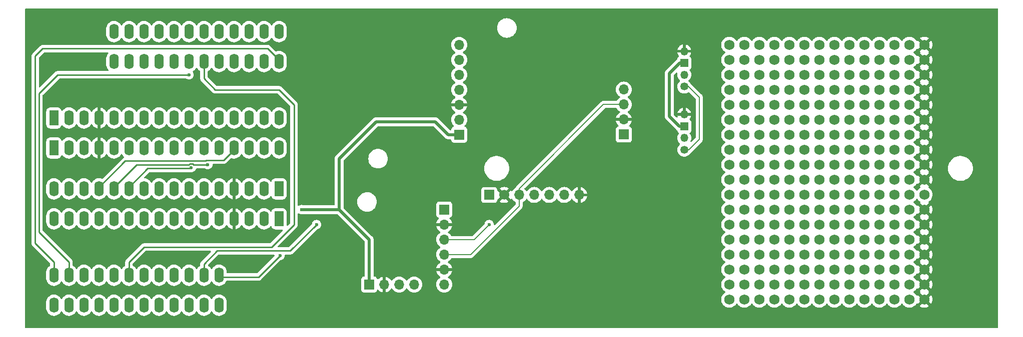
<source format=gbr>
%TF.GenerationSoftware,KiCad,Pcbnew,8.0.2*%
%TF.CreationDate,2024-06-13T14:38:32-04:00*%
%TF.ProjectId,CSL_AQS_V1,43534c5f-4151-4535-9f56-312e6b696361,rev?*%
%TF.SameCoordinates,Original*%
%TF.FileFunction,Copper,L2,Bot*%
%TF.FilePolarity,Positive*%
%FSLAX46Y46*%
G04 Gerber Fmt 4.6, Leading zero omitted, Abs format (unit mm)*
G04 Created by KiCad (PCBNEW 8.0.2) date 2024-06-13 14:38:32*
%MOMM*%
%LPD*%
G01*
G04 APERTURE LIST*
G04 Aperture macros list*
%AMRoundRect*
0 Rectangle with rounded corners*
0 $1 Rounding radius*
0 $2 $3 $4 $5 $6 $7 $8 $9 X,Y pos of 4 corners*
0 Add a 4 corners polygon primitive as box body*
4,1,4,$2,$3,$4,$5,$6,$7,$8,$9,$2,$3,0*
0 Add four circle primitives for the rounded corners*
1,1,$1+$1,$2,$3*
1,1,$1+$1,$4,$5*
1,1,$1+$1,$6,$7*
1,1,$1+$1,$8,$9*
0 Add four rect primitives between the rounded corners*
20,1,$1+$1,$2,$3,$4,$5,0*
20,1,$1+$1,$4,$5,$6,$7,0*
20,1,$1+$1,$6,$7,$8,$9,0*
20,1,$1+$1,$8,$9,$2,$3,0*%
G04 Aperture macros list end*
%TA.AperFunction,ComponentPad*%
%ADD10C,1.750000*%
%TD*%
%TA.AperFunction,ComponentPad*%
%ADD11RoundRect,0.250000X-0.550000X1.050000X-0.550000X-1.050000X0.550000X-1.050000X0.550000X1.050000X0*%
%TD*%
%TA.AperFunction,ComponentPad*%
%ADD12O,1.600000X2.600000*%
%TD*%
%TA.AperFunction,ComponentPad*%
%ADD13R,1.700000X1.700000*%
%TD*%
%TA.AperFunction,ComponentPad*%
%ADD14O,1.700000X1.700000*%
%TD*%
%TA.AperFunction,ComponentPad*%
%ADD15C,1.350000*%
%TD*%
%TA.AperFunction,ComponentPad*%
%ADD16O,1.350000X1.350000*%
%TD*%
%TA.AperFunction,ComponentPad*%
%ADD17R,1.350000X1.350000*%
%TD*%
%TA.AperFunction,ComponentPad*%
%ADD18C,1.700000*%
%TD*%
%TA.AperFunction,ComponentPad*%
%ADD19RoundRect,0.250000X0.550000X-1.050000X0.550000X1.050000X-0.550000X1.050000X-0.550000X-1.050000X0*%
%TD*%
%TA.AperFunction,ViaPad*%
%ADD20C,0.600000*%
%TD*%
%TA.AperFunction,Conductor*%
%ADD21C,0.254000*%
%TD*%
%TA.AperFunction,Conductor*%
%ADD22C,0.200000*%
%TD*%
%TA.AperFunction,Conductor*%
%ADD23C,0.508000*%
%TD*%
G04 APERTURE END LIST*
D10*
%TO.P,,1*%
%TO.N,N/C*%
X185420000Y-83820000D03*
%TD*%
%TO.P,,1*%
%TO.N,5V*%
X172720000Y-86360000D03*
%TD*%
%TO.P,,1*%
%TO.N,N/C*%
X187960000Y-96520000D03*
%TD*%
%TO.P,,1*%
%TO.N,N/C*%
X180340000Y-109220000D03*
%TD*%
%TO.P,,1*%
%TO.N,N/C*%
X198120000Y-99060000D03*
%TD*%
%TO.P,,1*%
%TO.N,N/C*%
X193040000Y-101600000D03*
%TD*%
%TO.P,,1*%
%TO.N,N/C*%
X185420000Y-106680000D03*
%TD*%
%TO.P,,1*%
%TO.N,5V*%
X172720000Y-88900000D03*
%TD*%
%TO.P,,1*%
%TO.N,5V*%
X172720000Y-76200000D03*
%TD*%
%TO.P,,1*%
%TO.N,3.3V*%
X175260000Y-104140000D03*
%TD*%
%TO.P,,1*%
%TO.N,N/C*%
X193040000Y-99060000D03*
%TD*%
D11*
%TO.P,A2,1,~{RESET}*%
%TO.N,unconnected-(A2-~{RESET}-Pad1)*%
X96520000Y-95550000D03*
X96520000Y-100630000D03*
D12*
%TO.P,A2,2,3V3*%
%TO.N,3.3V*%
X93980000Y-95550000D03*
X93980000Y-100630000D03*
%TO.P,A2,3,AREF*%
%TO.N,unconnected-(A2-AREF-Pad3)*%
X91440000Y-95550000D03*
X91440000Y-100630000D03*
%TO.P,A2,4,GND*%
%TO.N,GND*%
X88900000Y-95550000D03*
X88900000Y-100630000D03*
%TO.P,A2,5,DAC0/A0*%
%TO.N,unconnected-(A2-DAC0{slash}A0-Pad5)*%
X86360000Y-95550000D03*
X86360000Y-100630000D03*
%TO.P,A2,6,A1*%
%TO.N,unconnected-(A2-A1-Pad6)*%
X83820000Y-95550000D03*
X83820000Y-100630000D03*
%TO.P,A2,7,A2*%
%TO.N,unconnected-(A2-A2-Pad7)*%
X81280000Y-95550000D03*
X81280000Y-100630000D03*
%TO.P,A2,8,A3*%
%TO.N,unconnected-(A2-A3-Pad8)*%
X78740000Y-95550000D03*
X78740000Y-100630000D03*
%TO.P,A2,9,A4*%
%TO.N,unconnected-(A2-A4-Pad9)*%
X76200000Y-95550000D03*
X76200000Y-100630000D03*
%TO.P,A2,10,A5*%
%TO.N,unconnected-(A2-A5-Pad10)*%
X73660000Y-95550000D03*
X73660000Y-100630000D03*
%TO.P,A2,11,SCK/D24*%
%TO.N,Net-(A1-SCK{slash}D24)*%
X71120000Y-95550000D03*
X71120000Y-100630000D03*
%TO.P,A2,12,MOSI/D23*%
%TO.N,Net-(A1-MOSI{slash}D23)*%
X68580000Y-95550000D03*
X68580000Y-100630000D03*
%TO.P,A2,13,MISO/D22*%
%TO.N,Net-(A1-MISO{slash}D22)*%
X66040000Y-95550000D03*
X66040000Y-100630000D03*
%TO.P,A2,14,RX/D0*%
%TO.N,unconnected-(A2-RX{slash}D0-Pad14)*%
X63500000Y-95550000D03*
X63500000Y-100630000D03*
%TO.P,A2,15,TX/D1*%
%TO.N,unconnected-(A2-TX{slash}D1-Pad15)*%
X60960000Y-95550000D03*
X60960000Y-100630000D03*
%TO.P,A2,16,GND*%
%TO.N,N/C*%
X58420000Y-95550000D03*
X58420000Y-100630000D03*
%TO.P,A2,17,SDA/D20*%
%TO.N,SDA*%
X58420000Y-110190000D03*
X58420000Y-115270000D03*
%TO.P,A2,18,SCL/D21*%
%TO.N,SCL*%
X60960000Y-110190000D03*
X60960000Y-115270000D03*
%TO.P,A2,19,D5*%
%TO.N,unconnected-(A2-D5-Pad19)*%
X63500000Y-110190000D03*
X63500000Y-115270000D03*
%TO.P,A2,20,D6*%
%TO.N,unconnected-(A2-D6-Pad20)*%
X66040000Y-110190000D03*
X66040000Y-115270000D03*
%TO.P,A2,21,D9*%
%TO.N,unconnected-(A2-D9-Pad21)*%
X68580000Y-110190000D03*
X68580000Y-115270000D03*
%TO.P,A2,22,D10*%
%TO.N,Net-(A1-D10)*%
X71120000Y-110190000D03*
X71120000Y-115270000D03*
%TO.P,A2,23,D11*%
%TO.N,unconnected-(A2-D11-Pad23)*%
X73660000Y-110190000D03*
X73660000Y-115270000D03*
%TO.P,A2,24,D12*%
%TO.N,unconnected-(A2-D12-Pad24)*%
X76200000Y-110190000D03*
X76200000Y-115270000D03*
%TO.P,A2,25,D13*%
%TO.N,unconnected-(A2-D13-Pad25)*%
X78740000Y-110190000D03*
X78740000Y-115270000D03*
%TO.P,A2,26,USB*%
%TO.N,Net-(A1-USB)*%
X81280000Y-110190000D03*
X81280000Y-115270000D03*
%TO.P,A2,27,EN*%
%TO.N,Net-(A1-EN)*%
X83820000Y-110190000D03*
X83820000Y-115270000D03*
%TO.P,A2,28,VBAT*%
%TO.N,Net-(A1-VBAT)*%
X86360000Y-110190000D03*
X86360000Y-115270000D03*
%TD*%
D10*
%TO.P,,1*%
%TO.N,N/C*%
X182880000Y-96520000D03*
%TD*%
%TO.P,,1*%
%TO.N,N/C*%
X180340000Y-96520000D03*
%TD*%
%TO.P,,1*%
%TO.N,N/C*%
X193040000Y-88900000D03*
%TD*%
%TO.P,,1*%
%TO.N,N/C*%
X185420000Y-76200000D03*
%TD*%
%TO.P,,1*%
%TO.N,N/C*%
X187960000Y-78740000D03*
%TD*%
D13*
%TO.P,JP2,1,1*%
%TO.N,3.3V*%
X111760000Y-111760000D03*
D14*
%TO.P,JP2,2,2*%
%TO.N,GND*%
X114300000Y-111760000D03*
%TO.P,JP2,3,3*%
%TO.N,5V*%
X116840000Y-111760000D03*
%TO.P,JP2,4,4*%
%TO.N,EN*%
X119380000Y-111760000D03*
%TD*%
D10*
%TO.P,,1*%
%TO.N,N/C*%
X180340000Y-106680000D03*
%TD*%
%TO.P,,1*%
%TO.N,N/C*%
X190500000Y-78740000D03*
%TD*%
%TO.P,,1*%
%TO.N,N/C*%
X203200000Y-73660000D03*
%TD*%
%TO.P,,1*%
%TO.N,3.3V*%
X175260000Y-73660000D03*
%TD*%
%TO.P,,1*%
%TO.N,N/C*%
X195580000Y-86360000D03*
%TD*%
%TO.P,,1*%
%TO.N,N/C*%
X203200000Y-101600000D03*
%TD*%
%TO.P,,1*%
%TO.N,N/C*%
X200660000Y-109220000D03*
%TD*%
%TO.P,,1*%
%TO.N,5V*%
X172720000Y-93980000D03*
%TD*%
%TO.P,,1*%
%TO.N,N/C*%
X195580000Y-101600000D03*
%TD*%
%TO.P,,1*%
%TO.N,N/C*%
X182880000Y-106680000D03*
%TD*%
%TO.P,,1*%
%TO.N,5V*%
X172720000Y-104140000D03*
%TD*%
%TO.P,,1*%
%TO.N,N/C*%
X177800000Y-109220000D03*
%TD*%
%TO.P,,1*%
%TO.N,N/C*%
X187960000Y-81280000D03*
%TD*%
%TO.P,,1*%
%TO.N,N/C*%
X200660000Y-81280000D03*
%TD*%
%TO.P,,1*%
%TO.N,N/C*%
X182880000Y-71120000D03*
%TD*%
%TO.P,,1*%
%TO.N,5V*%
X172720000Y-101600000D03*
%TD*%
%TO.P,,1*%
%TO.N,N/C*%
X198120000Y-76200000D03*
%TD*%
%TO.P,,1*%
%TO.N,3.3V*%
X175260000Y-106680000D03*
%TD*%
%TO.P,,1*%
%TO.N,N/C*%
X187960000Y-111760000D03*
%TD*%
%TO.P,,1*%
%TO.N,5V*%
X172720000Y-83820000D03*
%TD*%
%TO.P,,1*%
%TO.N,N/C*%
X185420000Y-78740000D03*
%TD*%
%TO.P,,1*%
%TO.N,N/C*%
X193040000Y-81280000D03*
%TD*%
%TO.P,,1*%
%TO.N,N/C*%
X193040000Y-86360000D03*
%TD*%
%TO.P,,1*%
%TO.N,N/C*%
X177800000Y-106680000D03*
%TD*%
%TO.P,,1*%
%TO.N,3.3V*%
X175260000Y-101600000D03*
%TD*%
%TO.P,,1*%
%TO.N,N/C*%
X185420000Y-91440000D03*
%TD*%
%TO.P,,1*%
%TO.N,N/C*%
X182880000Y-81280000D03*
%TD*%
%TO.P,,1*%
%TO.N,N/C*%
X185420000Y-73660000D03*
%TD*%
%TO.P,,1*%
%TO.N,N/C*%
X195580000Y-93980000D03*
%TD*%
%TO.P,,1*%
%TO.N,N/C*%
X200660000Y-83820000D03*
%TD*%
%TO.P,,1*%
%TO.N,N/C*%
X177800000Y-93980000D03*
%TD*%
%TO.P,,1*%
%TO.N,N/C*%
X203200000Y-88900000D03*
%TD*%
%TO.P,,1*%
%TO.N,N/C*%
X195580000Y-111760000D03*
%TD*%
%TO.P,,1*%
%TO.N,N/C*%
X185420000Y-81280000D03*
%TD*%
%TO.P,,1*%
%TO.N,3.3V*%
X175260000Y-83820000D03*
%TD*%
%TO.P,,1*%
%TO.N,GND*%
X205740000Y-106680000D03*
%TD*%
%TO.P,,1*%
%TO.N,N/C*%
X182880000Y-88900000D03*
%TD*%
%TO.P,,1*%
%TO.N,5V*%
X172720000Y-111760000D03*
%TD*%
%TO.P,,1*%
%TO.N,N/C*%
X182880000Y-83820000D03*
%TD*%
%TO.P,,1*%
%TO.N,N/C*%
X203200000Y-76200000D03*
%TD*%
%TO.P,,1*%
%TO.N,N/C*%
X190500000Y-81280000D03*
%TD*%
%TO.P,,1*%
%TO.N,N/C*%
X200660000Y-96520000D03*
%TD*%
%TO.P,,1*%
%TO.N,N/C*%
X177800000Y-86360000D03*
%TD*%
%TO.P,,1*%
%TO.N,N/C*%
X185420000Y-99060000D03*
%TD*%
%TO.P,,1*%
%TO.N,GND*%
X205740000Y-81280000D03*
%TD*%
%TO.P,,1*%
%TO.N,N/C*%
X193040000Y-93980000D03*
%TD*%
%TO.P,,1*%
%TO.N,N/C*%
X187960000Y-104140000D03*
%TD*%
%TO.P,,1*%
%TO.N,N/C*%
X198120000Y-114300000D03*
%TD*%
%TO.P,,1*%
%TO.N,N/C*%
X198120000Y-73660000D03*
%TD*%
%TO.P,,1*%
%TO.N,N/C*%
X180340000Y-71120000D03*
%TD*%
%TO.P,,1*%
%TO.N,N/C*%
X190500000Y-114300000D03*
%TD*%
%TO.P,,1*%
%TO.N,N/C*%
X182880000Y-73660000D03*
%TD*%
%TO.P,,1*%
%TO.N,N/C*%
X200660000Y-101600000D03*
%TD*%
%TO.P,,1*%
%TO.N,N/C*%
X198120000Y-93980000D03*
%TD*%
%TO.P,,1*%
%TO.N,N/C*%
X195580000Y-106680000D03*
%TD*%
%TO.P,,1*%
%TO.N,GND*%
X205740000Y-88900000D03*
%TD*%
%TO.P,,1*%
%TO.N,N/C*%
X177800000Y-96520000D03*
%TD*%
%TO.P,,1*%
%TO.N,N/C*%
X177800000Y-99060000D03*
%TD*%
%TO.P,,1*%
%TO.N,N/C*%
X177800000Y-111760000D03*
%TD*%
%TO.P,,1*%
%TO.N,N/C*%
X198120000Y-106680000D03*
%TD*%
%TO.P,,1*%
%TO.N,N/C*%
X198120000Y-104140000D03*
%TD*%
%TO.P,,1*%
%TO.N,N/C*%
X190500000Y-86360000D03*
%TD*%
%TO.P,,1*%
%TO.N,N/C*%
X193040000Y-104140000D03*
%TD*%
%TO.P,,1*%
%TO.N,N/C*%
X185420000Y-71120000D03*
%TD*%
%TO.P,,1*%
%TO.N,N/C*%
X200660000Y-88900000D03*
%TD*%
%TO.P,,1*%
%TO.N,N/C*%
X182880000Y-101600000D03*
%TD*%
%TO.P,,1*%
%TO.N,N/C*%
X190500000Y-88900000D03*
%TD*%
%TO.P,,1*%
%TO.N,N/C*%
X203200000Y-106680000D03*
%TD*%
%TO.P,,1*%
%TO.N,N/C*%
X182880000Y-78740000D03*
%TD*%
%TO.P,,1*%
%TO.N,N/C*%
X190500000Y-111760000D03*
%TD*%
%TO.P,,1*%
%TO.N,N/C*%
X180340000Y-104140000D03*
%TD*%
%TO.P,,1*%
%TO.N,N/C*%
X187960000Y-91440000D03*
%TD*%
%TO.P,,1*%
%TO.N,N/C*%
X193040000Y-71120000D03*
%TD*%
%TO.P,,1*%
%TO.N,N/C*%
X182880000Y-111760000D03*
%TD*%
%TO.P,,1*%
%TO.N,N/C*%
X203200000Y-109220000D03*
%TD*%
%TO.P,,1*%
%TO.N,N/C*%
X195580000Y-71120000D03*
%TD*%
%TO.P,,1*%
%TO.N,N/C*%
X190500000Y-73660000D03*
%TD*%
%TO.P,,1*%
%TO.N,N/C*%
X185420000Y-114300000D03*
%TD*%
%TO.P,,1*%
%TO.N,5V*%
X172720000Y-91440000D03*
%TD*%
%TO.P,,1*%
%TO.N,N/C*%
X193040000Y-96520000D03*
%TD*%
%TO.P,,1*%
%TO.N,N/C*%
X187960000Y-71120000D03*
%TD*%
%TO.P,,1*%
%TO.N,N/C*%
X190500000Y-91440000D03*
%TD*%
%TO.P,,1*%
%TO.N,N/C*%
X187960000Y-101600000D03*
%TD*%
%TO.P,,1*%
%TO.N,N/C*%
X180340000Y-99060000D03*
%TD*%
D13*
%TO.P,JP6,1,1*%
%TO.N,3.3V*%
X154876000Y-86322500D03*
D14*
%TO.P,JP6,2,2*%
%TO.N,GND*%
X154876000Y-83782500D03*
%TO.P,JP6,3,3*%
%TO.N,SCL*%
X154876000Y-81242500D03*
%TO.P,JP6,4,4*%
%TO.N,SDA*%
X154876000Y-78702500D03*
%TD*%
D10*
%TO.P,,1*%
%TO.N,N/C*%
X200660000Y-114300000D03*
%TD*%
%TO.P,,1*%
%TO.N,N/C*%
X187960000Y-76200000D03*
%TD*%
%TO.P,,1*%
%TO.N,N/C*%
X180340000Y-101600000D03*
%TD*%
D13*
%TO.P,JP8,1,1*%
%TO.N,5V*%
X124460000Y-99060000D03*
D14*
%TO.P,JP8,2,2*%
%TO.N,GND*%
X124460000Y-101600000D03*
%TO.P,JP8,3,3*%
%TO.N,SDA*%
X124460000Y-104140000D03*
%TO.P,JP8,4,4*%
%TO.N,SCL*%
X124460000Y-106680000D03*
%TO.P,JP8,5,5*%
%TO.N,GND*%
X124460000Y-109220000D03*
%TO.P,JP8,6,6*%
%TO.N,unconnected-(JP8-Pad6)*%
X124460000Y-111760000D03*
%TD*%
D10*
%TO.P,,1*%
%TO.N,5V*%
X172720000Y-73660000D03*
%TD*%
%TO.P,,1*%
%TO.N,N/C*%
X190500000Y-93980000D03*
%TD*%
%TO.P,,1*%
%TO.N,N/C*%
X187960000Y-73660000D03*
%TD*%
%TO.P,,1*%
%TO.N,N/C*%
X203200000Y-78740000D03*
%TD*%
%TO.P,,1*%
%TO.N,N/C*%
X185420000Y-104140000D03*
%TD*%
%TO.P,,1*%
%TO.N,N/C*%
X177800000Y-71120000D03*
%TD*%
%TO.P,,1*%
%TO.N,5V*%
X172720000Y-99060000D03*
%TD*%
%TO.P,,1*%
%TO.N,N/C*%
X203200000Y-91440000D03*
%TD*%
%TO.P,,1*%
%TO.N,N/C*%
X198120000Y-71120000D03*
%TD*%
%TO.P,,1*%
%TO.N,N/C*%
X200660000Y-106680000D03*
%TD*%
%TO.P,,1*%
%TO.N,N/C*%
X200660000Y-111760000D03*
%TD*%
%TO.P,,1*%
%TO.N,N/C*%
X200660000Y-86360000D03*
%TD*%
%TO.P,,1*%
%TO.N,5V*%
X172720000Y-106680000D03*
%TD*%
%TO.P,,1*%
%TO.N,N/C*%
X185420000Y-93980000D03*
%TD*%
%TO.P,,1*%
%TO.N,N/C*%
X195580000Y-104140000D03*
%TD*%
%TO.P,,1*%
%TO.N,N/C*%
X195580000Y-91440000D03*
%TD*%
%TO.P,,1*%
%TO.N,N/C*%
X198120000Y-86360000D03*
%TD*%
%TO.P,,1*%
%TO.N,GND*%
X205740000Y-111760000D03*
%TD*%
%TO.P,,1*%
%TO.N,N/C*%
X190500000Y-76200000D03*
%TD*%
%TO.P,,1*%
%TO.N,GND*%
X205740000Y-93980000D03*
%TD*%
%TO.P,,1*%
%TO.N,N/C*%
X195580000Y-73660000D03*
%TD*%
%TO.P,,1*%
%TO.N,N/C*%
X182880000Y-114300000D03*
%TD*%
%TO.P,,1*%
%TO.N,N/C*%
X177800000Y-73660000D03*
%TD*%
%TO.P,,1*%
%TO.N,N/C*%
X187960000Y-83820000D03*
%TD*%
%TO.P,,1*%
%TO.N,N/C*%
X198120000Y-91440000D03*
%TD*%
%TO.P,,1*%
%TO.N,N/C*%
X198120000Y-111760000D03*
%TD*%
%TO.P,,1*%
%TO.N,GND*%
X205740000Y-91440000D03*
%TD*%
%TO.P,,1*%
%TO.N,GND*%
X205740000Y-71120000D03*
%TD*%
%TO.P,,1*%
%TO.N,GND*%
X205740000Y-101600000D03*
%TD*%
%TO.P,,1*%
%TO.N,N/C*%
X193040000Y-76200000D03*
%TD*%
%TO.P,,1*%
%TO.N,N/C*%
X187960000Y-88900000D03*
%TD*%
%TO.P,,1*%
%TO.N,N/C*%
X190500000Y-71120000D03*
%TD*%
%TO.P,,1*%
%TO.N,N/C*%
X195580000Y-109220000D03*
%TD*%
%TO.P,,1*%
%TO.N,N/C*%
X198120000Y-83820000D03*
%TD*%
%TO.P,,1*%
%TO.N,N/C*%
X193040000Y-73660000D03*
%TD*%
%TO.P,,1*%
%TO.N,N/C*%
X182880000Y-76200000D03*
%TD*%
%TO.P,,1*%
%TO.N,N/C*%
X187960000Y-86360000D03*
%TD*%
%TO.P,,1*%
%TO.N,GND*%
X205740000Y-109220000D03*
%TD*%
%TO.P,,1*%
%TO.N,N/C*%
X198120000Y-101600000D03*
%TD*%
%TO.P,,1*%
%TO.N,N/C*%
X185420000Y-86360000D03*
%TD*%
%TO.P,,1*%
%TO.N,N/C*%
X182880000Y-109220000D03*
%TD*%
%TO.P,,1*%
%TO.N,3.3V*%
X175260000Y-88900000D03*
%TD*%
%TO.P,,1*%
%TO.N,3.3V*%
X175260000Y-78740000D03*
%TD*%
%TO.P,,1*%
%TO.N,N/C*%
X180340000Y-81280000D03*
%TD*%
%TO.P,,1*%
%TO.N,N/C*%
X193040000Y-114300000D03*
%TD*%
%TO.P,,1*%
%TO.N,N/C*%
X180340000Y-73660000D03*
%TD*%
%TO.P,,1*%
%TO.N,5V*%
X172720000Y-109220000D03*
%TD*%
%TO.P,,1*%
%TO.N,GND*%
X205740000Y-114300000D03*
%TD*%
%TO.P,,1*%
%TO.N,N/C*%
X195580000Y-81280000D03*
%TD*%
%TO.P,,1*%
%TO.N,N/C*%
X203200000Y-93980000D03*
%TD*%
%TO.P,,1*%
%TO.N,N/C*%
X182880000Y-91440000D03*
%TD*%
%TO.P,,1*%
%TO.N,N/C*%
X193040000Y-78740000D03*
%TD*%
%TO.P,,1*%
%TO.N,N/C*%
X190500000Y-96520000D03*
%TD*%
%TO.P,,1*%
%TO.N,N/C*%
X198120000Y-81280000D03*
%TD*%
%TO.P,,1*%
%TO.N,N/C*%
X193040000Y-83820000D03*
%TD*%
%TO.P,,1*%
%TO.N,N/C*%
X177800000Y-81280000D03*
%TD*%
%TO.P,,1*%
%TO.N,3.3V*%
X175260000Y-86360000D03*
%TD*%
%TO.P,,1*%
%TO.N,GND*%
X205740000Y-73660000D03*
%TD*%
%TO.P,,1*%
%TO.N,N/C*%
X177800000Y-76200000D03*
%TD*%
%TO.P,,1*%
%TO.N,3.3V*%
X175260000Y-109220000D03*
%TD*%
%TO.P,,1*%
%TO.N,5V*%
X172720000Y-81280000D03*
%TD*%
%TO.P,,1*%
%TO.N,N/C*%
X193040000Y-111760000D03*
%TD*%
%TO.P,,1*%
%TO.N,N/C*%
X195580000Y-88900000D03*
%TD*%
%TO.P,,1*%
%TO.N,N/C*%
X200660000Y-104140000D03*
%TD*%
%TO.P,,1*%
%TO.N,N/C*%
X203200000Y-83820000D03*
%TD*%
%TO.P,,1*%
%TO.N,N/C*%
X195580000Y-78740000D03*
%TD*%
%TO.P,,1*%
%TO.N,N/C*%
X190500000Y-99060000D03*
%TD*%
%TO.P,,1*%
%TO.N,3.3V*%
X175260000Y-96520000D03*
%TD*%
%TO.P,REF\u002A\u002A,1*%
%TO.N,5V*%
X172720000Y-71120000D03*
%TD*%
%TO.P,,1*%
%TO.N,N/C*%
X182880000Y-104140000D03*
%TD*%
%TO.P,,1*%
%TO.N,N/C*%
X180340000Y-86360000D03*
%TD*%
%TO.P,,1*%
%TO.N,3.3V*%
X175260000Y-81280000D03*
%TD*%
D15*
%TO.P,J2,1,1*%
%TO.N,SCL*%
X165100000Y-78200000D03*
D16*
%TO.P,J2,2,2*%
%TO.N,SDA*%
X165100000Y-76200000D03*
D17*
%TO.P,J2,3,3*%
%TO.N,3.3V*%
X165100000Y-74200000D03*
D16*
%TO.P,J2,4,4*%
%TO.N,GND*%
X165100000Y-72200000D03*
%TD*%
D10*
%TO.P,,1*%
%TO.N,GND*%
X205740000Y-78740000D03*
%TD*%
%TO.P,,1*%
%TO.N,GND*%
X205740000Y-83820000D03*
%TD*%
%TO.P,,1*%
%TO.N,N/C*%
X185420000Y-88900000D03*
%TD*%
%TO.P,,1*%
%TO.N,N/C*%
X187960000Y-114300000D03*
%TD*%
%TO.P,,1*%
%TO.N,3.3V*%
X175260000Y-111760000D03*
%TD*%
%TO.P,,1*%
%TO.N,N/C*%
X190500000Y-101600000D03*
%TD*%
%TO.P,,1*%
%TO.N,N/C*%
X195580000Y-114300000D03*
%TD*%
%TO.P,,1*%
%TO.N,N/C*%
X185420000Y-111760000D03*
%TD*%
%TO.P,,1*%
%TO.N,5V*%
X172720000Y-78740000D03*
%TD*%
%TO.P,,1*%
%TO.N,3.3V*%
X175260000Y-76200000D03*
%TD*%
%TO.P,,1*%
%TO.N,N/C*%
X200660000Y-76200000D03*
%TD*%
%TO.P,,1*%
%TO.N,5V*%
X172720000Y-96520000D03*
%TD*%
%TO.P,,1*%
%TO.N,N/C*%
X177800000Y-114300000D03*
%TD*%
%TO.P,,1*%
%TO.N,N/C*%
X177800000Y-88900000D03*
%TD*%
%TO.P,,1*%
%TO.N,N/C*%
X180340000Y-93980000D03*
%TD*%
%TO.P,,1*%
%TO.N,N/C*%
X195580000Y-76200000D03*
%TD*%
%TO.P,,1*%
%TO.N,N/C*%
X180340000Y-111760000D03*
%TD*%
%TO.P,,1*%
%TO.N,GND*%
X205740000Y-76200000D03*
%TD*%
%TO.P,,1*%
%TO.N,3.3V*%
X175260000Y-99060000D03*
%TD*%
%TO.P,,1*%
%TO.N,N/C*%
X193040000Y-106680000D03*
%TD*%
%TO.P,,1*%
%TO.N,N/C*%
X180340000Y-76200000D03*
%TD*%
%TO.P,,1*%
%TO.N,N/C*%
X198120000Y-78740000D03*
%TD*%
%TO.P,,1*%
%TO.N,N/C*%
X200660000Y-91440000D03*
%TD*%
%TO.P,,1*%
%TO.N,GND*%
X205740000Y-104140000D03*
%TD*%
%TO.P,,1*%
%TO.N,N/C*%
X187960000Y-99060000D03*
%TD*%
%TO.P,,1*%
%TO.N,N/C*%
X203200000Y-86360000D03*
%TD*%
%TO.P,,1*%
%TO.N,N/C*%
X205740000Y-96520000D03*
%TD*%
D13*
%TO.P,JP7,1,1*%
%TO.N,3.3V*%
X127000000Y-86360000D03*
D14*
%TO.P,JP7,2,2*%
%TO.N,unconnected-(JP7-Pad2)*%
X127000000Y-83820000D03*
%TO.P,JP7,3,3*%
%TO.N,GND*%
X127000000Y-81280000D03*
%TO.P,JP7,4,4*%
%TO.N,SCL*%
X127000000Y-78740000D03*
%TO.P,JP7,5,5*%
%TO.N,NC*%
X127000000Y-76200000D03*
%TO.P,JP7,6,6*%
%TO.N,SDA*%
X127000000Y-73660000D03*
%TO.P,JP7,7,7*%
%TO.N,unconnected-(JP7-Pad7)*%
X127000000Y-71120000D03*
%TD*%
D10*
%TO.P,,1*%
%TO.N,N/C*%
X203200000Y-114300000D03*
%TD*%
%TO.P,,1*%
%TO.N,N/C*%
X177800000Y-104140000D03*
%TD*%
%TO.P,,1*%
%TO.N,N/C*%
X203200000Y-99060000D03*
%TD*%
%TO.P,,1*%
%TO.N,3.3V*%
X175260000Y-71120000D03*
%TD*%
%TO.P,,1*%
%TO.N,N/C*%
X187960000Y-109220000D03*
%TD*%
%TO.P,,1*%
%TO.N,GND*%
X205740000Y-86360000D03*
%TD*%
%TO.P,,1*%
%TO.N,GND*%
X205740000Y-96520000D03*
%TD*%
%TO.P,,1*%
%TO.N,N/C*%
X195580000Y-83820000D03*
%TD*%
%TO.P,,1*%
%TO.N,3.3V*%
X175260000Y-93980000D03*
%TD*%
%TO.P,,1*%
%TO.N,3.3V*%
X175260000Y-91440000D03*
%TD*%
%TO.P,,1*%
%TO.N,N/C*%
X177800000Y-78740000D03*
%TD*%
D13*
%TO.P,JP10,1,1*%
%TO.N,3.3V*%
X132080000Y-96580000D03*
D18*
%TO.P,JP10,2,2*%
%TO.N,GND*%
X134620000Y-96580000D03*
D14*
%TO.P,JP10,3,3*%
%TO.N,SCL*%
X137160000Y-96580000D03*
%TO.P,JP10,4,4*%
%TO.N,SDA*%
X139700000Y-96580000D03*
%TO.P,JP10,5,5*%
%TO.N,unconnected-(JP10-Pad5)*%
X142240000Y-96580000D03*
%TO.P,JP10,6,6*%
%TO.N,unconnected-(JP10-Pad6)*%
X144780000Y-96580000D03*
%TO.P,JP10,7,7*%
%TO.N,GND*%
X147320000Y-96580000D03*
%TD*%
D10*
%TO.P,,1*%
%TO.N,N/C*%
X185420000Y-109220000D03*
%TD*%
%TO.P,,1*%
%TO.N,N/C*%
X193040000Y-91440000D03*
%TD*%
%TO.P,,1*%
%TO.N,N/C*%
X203200000Y-96520000D03*
%TD*%
%TO.P,,1*%
%TO.N,N/C*%
X203200000Y-71120000D03*
%TD*%
%TO.P,,1*%
%TO.N,N/C*%
X180340000Y-83820000D03*
%TD*%
%TO.P,,1*%
%TO.N,N/C*%
X180340000Y-88900000D03*
%TD*%
%TO.P,,1*%
%TO.N,N/C*%
X182880000Y-86360000D03*
%TD*%
%TO.P,,1*%
%TO.N,N/C*%
X177800000Y-101600000D03*
%TD*%
%TO.P,,1*%
%TO.N,N/C*%
X185420000Y-96520000D03*
%TD*%
%TO.P,,1*%
%TO.N,N/C*%
X185420000Y-101600000D03*
%TD*%
D15*
%TO.P,J3,1,1*%
%TO.N,SCL*%
X165100000Y-88916000D03*
D16*
%TO.P,J3,2,2*%
%TO.N,SDA*%
X165100000Y-86916000D03*
D17*
%TO.P,J3,3,3*%
%TO.N,3.3V*%
X165100000Y-84916000D03*
D16*
%TO.P,J3,4,4*%
%TO.N,GND*%
X165100000Y-82916000D03*
%TD*%
D10*
%TO.P,,1*%
%TO.N,N/C*%
X180340000Y-78740000D03*
%TD*%
%TO.P,,1*%
%TO.N,N/C*%
X177800000Y-83820000D03*
%TD*%
%TO.P,,1*%
%TO.N,N/C*%
X180340000Y-114300000D03*
%TD*%
%TO.P,,1*%
%TO.N,N/C*%
X203200000Y-81280000D03*
%TD*%
%TO.P,,1*%
%TO.N,N/C*%
X198120000Y-96520000D03*
%TD*%
%TO.P,,1*%
%TO.N,N/C*%
X200660000Y-78740000D03*
%TD*%
%TO.P,,1*%
%TO.N,N/C*%
X190500000Y-106680000D03*
%TD*%
%TO.P,,1*%
%TO.N,N/C*%
X195580000Y-96520000D03*
%TD*%
%TO.P,,1*%
%TO.N,N/C*%
X200660000Y-99060000D03*
%TD*%
%TO.P,,1*%
%TO.N,N/C*%
X200660000Y-73660000D03*
%TD*%
%TO.P,,1*%
%TO.N,N/C*%
X200660000Y-93980000D03*
%TD*%
%TO.P,,1*%
%TO.N,N/C*%
X177800000Y-91440000D03*
%TD*%
%TO.P,,1*%
%TO.N,N/C*%
X190500000Y-104140000D03*
%TD*%
%TO.P,,1*%
%TO.N,N/C*%
X182880000Y-99060000D03*
%TD*%
%TO.P,,1*%
%TO.N,N/C*%
X203200000Y-104140000D03*
%TD*%
%TO.P,,1*%
%TO.N,N/C*%
X200660000Y-71120000D03*
%TD*%
%TO.P,,1*%
%TO.N,N/C*%
X198120000Y-88900000D03*
%TD*%
%TO.P,,1*%
%TO.N,N/C*%
X180340000Y-91440000D03*
%TD*%
%TO.P,,1*%
%TO.N,N/C*%
X190500000Y-109220000D03*
%TD*%
%TO.P,,1*%
%TO.N,5V*%
X172720000Y-114300000D03*
%TD*%
%TO.P,,1*%
%TO.N,N/C*%
X187960000Y-106680000D03*
%TD*%
%TO.P,,1*%
%TO.N,3.3V*%
X175260000Y-114300000D03*
%TD*%
%TO.P,,1*%
%TO.N,N/C*%
X195580000Y-99060000D03*
%TD*%
%TO.P,,1*%
%TO.N,N/C*%
X187960000Y-93980000D03*
%TD*%
%TO.P,,1*%
%TO.N,N/C*%
X198120000Y-109220000D03*
%TD*%
%TO.P,,1*%
%TO.N,N/C*%
X190500000Y-83820000D03*
%TD*%
%TO.P,,1*%
%TO.N,N/C*%
X193040000Y-109220000D03*
%TD*%
%TO.P,,1*%
%TO.N,N/C*%
X182880000Y-93980000D03*
%TD*%
%TO.P,,1*%
%TO.N,N/C*%
X203200000Y-111760000D03*
%TD*%
%TO.P,,1*%
%TO.N,GND*%
X205740000Y-99060000D03*
%TD*%
D19*
%TO.P,A1,1,~{RESET}*%
%TO.N,unconnected-(A1-~{RESET}-Pad1)*%
X58420000Y-88600000D03*
X58420000Y-83520000D03*
D12*
%TO.P,A1,2,3V3*%
%TO.N,3.3V*%
X60960000Y-88600000D03*
X60960000Y-83520000D03*
%TO.P,A1,3,AREF*%
%TO.N,unconnected-(A1-AREF-Pad3)*%
X63500000Y-88600000D03*
X63500000Y-83520000D03*
%TO.P,A1,4,GND*%
%TO.N,GND*%
X66040000Y-88600000D03*
X66040000Y-83520000D03*
%TO.P,A1,5,DAC0/A0*%
%TO.N,unconnected-(A1-DAC0{slash}A0-Pad5)*%
X68580000Y-88600000D03*
X68580000Y-83520000D03*
%TO.P,A1,6,A1*%
%TO.N,unconnected-(A1-A1-Pad6)*%
X71120000Y-88600000D03*
X71120000Y-83520000D03*
%TO.P,A1,7,A2*%
%TO.N,unconnected-(A1-A2-Pad7)*%
X73660000Y-88600000D03*
X73660000Y-83520000D03*
%TO.P,A1,8,A3*%
%TO.N,unconnected-(A1-A3-Pad8)*%
X76200000Y-88600000D03*
X76200000Y-83520000D03*
%TO.P,A1,9,A4*%
%TO.N,unconnected-(A1-A4-Pad9)*%
X78740000Y-88600000D03*
X78740000Y-83520000D03*
%TO.P,A1,10,A5*%
%TO.N,unconnected-(A1-A5-Pad10)*%
X81280000Y-88600000D03*
X81280000Y-83520000D03*
%TO.P,A1,11,SCK/D24*%
%TO.N,Net-(A1-SCK{slash}D24)*%
X83820000Y-88600000D03*
X83820000Y-83520000D03*
%TO.P,A1,12,MOSI/D23*%
%TO.N,Net-(A1-MOSI{slash}D23)*%
X86360000Y-88600000D03*
X86360000Y-83520000D03*
%TO.P,A1,13,MISO/D22*%
%TO.N,Net-(A1-MISO{slash}D22)*%
X88900000Y-88600000D03*
X88900000Y-83520000D03*
%TO.P,A1,14,RX/D0*%
%TO.N,unconnected-(A1-RX{slash}D0-Pad14)*%
X91440000Y-88600000D03*
X91440000Y-83520000D03*
%TO.P,A1,15,TX/D1*%
%TO.N,unconnected-(A1-TX{slash}D1-Pad15)*%
X93980000Y-88600000D03*
X93980000Y-83520000D03*
%TO.P,A1,16,WAKE*%
%TO.N,unconnected-(A1-WAKE-Pad16)*%
X96520000Y-88600000D03*
%TO.N,N/C*%
X96520000Y-83520000D03*
%TO.P,A1,17,SDA/D20*%
%TO.N,SDA*%
X96520000Y-73960000D03*
X96520000Y-68880000D03*
%TO.P,A1,18,SCL/D21*%
%TO.N,SCL*%
X93980000Y-73960000D03*
X93980000Y-68880000D03*
%TO.P,A1,19,D5*%
%TO.N,unconnected-(A1-D5-Pad19)*%
X91440000Y-73960000D03*
X91440000Y-68880000D03*
%TO.P,A1,20,D6*%
%TO.N,unconnected-(A1-D6-Pad20)*%
X88900000Y-73960000D03*
X88900000Y-68880000D03*
%TO.P,A1,21,D9*%
%TO.N,unconnected-(A1-D9-Pad21)*%
X86360000Y-73960000D03*
X86360000Y-68880000D03*
%TO.P,A1,22,D10*%
%TO.N,Net-(A1-D10)*%
X83820000Y-73960000D03*
X83820000Y-68880000D03*
%TO.P,A1,23,D11*%
%TO.N,ENA*%
X81280000Y-73960000D03*
X81280000Y-68880000D03*
%TO.P,A1,24,D12*%
%TO.N,unconnected-(A1-D12-Pad24)*%
X78740000Y-73960000D03*
X78740000Y-68880000D03*
%TO.P,A1,25,D13*%
%TO.N,unconnected-(A1-D13-Pad25)*%
X76200000Y-73960000D03*
X76200000Y-68880000D03*
%TO.P,A1,26,USB*%
%TO.N,Net-(A1-USB)*%
X73660000Y-73960000D03*
X73660000Y-68880000D03*
%TO.P,A1,27,EN*%
%TO.N,Net-(A1-EN)*%
X71120000Y-73960000D03*
X71120000Y-68880000D03*
%TO.P,A1,28,VBAT*%
%TO.N,Net-(A1-VBAT)*%
X68580000Y-73960000D03*
X68580000Y-68880000D03*
%TD*%
D20*
%TO.N,Net-(A1-VBAT)*%
X96678750Y-106838750D03*
%TO.N,SCL*%
X81280000Y-76200000D03*
%TO.N,3.3V*%
X100330000Y-99060000D03*
%TO.N,Net-(A1-MOSI{slash}D23)*%
X84455000Y-91440000D03*
%TO.N,SDA*%
X132080000Y-101600000D03*
%TO.N,GND*%
X91440000Y-109220000D03*
X61849000Y-73914000D03*
X81280000Y-106680000D03*
X66040000Y-91440000D03*
X111760000Y-76200000D03*
X139700000Y-76200000D03*
X102870000Y-103505000D03*
%TO.N,Net-(A1-EN)*%
X102870000Y-101600000D03*
%TO.N,Net-(A1-SCK{slash}D24)*%
X81661000Y-91948000D03*
%TD*%
D21*
%TO.N,Net-(A1-VBAT)*%
X96678750Y-106838750D02*
X93027500Y-110490000D01*
X93027500Y-110490000D02*
X86360000Y-110490000D01*
%TO.N,SCL*%
X55880000Y-102870000D02*
X60960000Y-107950000D01*
X60960000Y-110490000D02*
X60960000Y-107950000D01*
D22*
X124460000Y-106680000D02*
X128926346Y-106680000D01*
X165862000Y-88916000D02*
X165100000Y-88916000D01*
D21*
X55880000Y-79375000D02*
X55880000Y-102870000D01*
D22*
X151421500Y-81242500D02*
X154876000Y-81242500D01*
X165824000Y-78200000D02*
X167640000Y-80016000D01*
X137160000Y-96580000D02*
X137160000Y-95504000D01*
X137160000Y-98446346D02*
X137160000Y-96580000D01*
X128926346Y-106680000D02*
X137160000Y-98446346D01*
X137160000Y-95504000D02*
X151421500Y-81242500D01*
X167640000Y-80016000D02*
X167640000Y-87138000D01*
D21*
X59055000Y-76200000D02*
X55880000Y-79375000D01*
D22*
X165100000Y-78200000D02*
X165824000Y-78200000D01*
X167640000Y-87138000D02*
X165862000Y-88916000D01*
D21*
X81280000Y-76200000D02*
X59055000Y-76200000D01*
D23*
%TO.N,3.3V*%
X122975600Y-84175600D02*
X125160000Y-86360000D01*
X106680000Y-99060000D02*
X111760000Y-104140000D01*
X106680000Y-99060000D02*
X106680000Y-90424000D01*
X162560000Y-83236000D02*
X162560000Y-75962000D01*
X162560000Y-75962000D02*
X164322000Y-74200000D01*
X100330000Y-99060000D02*
X106680000Y-99060000D01*
X125160000Y-86360000D02*
X127000000Y-86360000D01*
X112928400Y-84175600D02*
X122975600Y-84175600D01*
X164322000Y-74200000D02*
X165100000Y-74200000D01*
X106680000Y-90424000D02*
X112928400Y-84175600D01*
X111760000Y-104140000D02*
X111760000Y-111760000D01*
X164240000Y-84916000D02*
X162560000Y-83236000D01*
X165100000Y-84916000D02*
X164240000Y-84916000D01*
D21*
%TO.N,Net-(A1-MOSI{slash}D23)*%
X81401288Y-91321000D02*
X81282288Y-91440000D01*
X82039712Y-91440000D02*
X81920712Y-91321000D01*
X72390000Y-91440000D02*
X68580000Y-95250000D01*
X84455000Y-91440000D02*
X82039712Y-91440000D01*
X84455000Y-91440000D02*
X84455000Y-91313000D01*
X81282288Y-91440000D02*
X72390000Y-91440000D01*
X81920712Y-91321000D02*
X81401288Y-91321000D01*
D22*
%TO.N,SDA*%
X129540000Y-104140000D02*
X132080000Y-101600000D01*
D21*
X55245000Y-104775000D02*
X55245000Y-73025000D01*
X56515000Y-71755000D02*
X94615000Y-71755000D01*
X94615000Y-71755000D02*
X96520000Y-73660000D01*
X55245000Y-73025000D02*
X56515000Y-71755000D01*
X58420000Y-110490000D02*
X58420000Y-107950000D01*
D22*
X124460000Y-104140000D02*
X129540000Y-104140000D01*
D21*
X58420000Y-107950000D02*
X55245000Y-104775000D01*
%TO.N,Net-(A1-EN)*%
X86042500Y-106045000D02*
X98425000Y-106045000D01*
X83820000Y-110490000D02*
X83820000Y-108267500D01*
X83820000Y-108267500D02*
X86042500Y-106045000D01*
X98425000Y-106045000D02*
X102870000Y-101600000D01*
%TO.N,Net-(A1-D10)*%
X73660000Y-105410000D02*
X71120000Y-107950000D01*
X83820000Y-73660000D02*
X83820000Y-76835000D01*
X83820000Y-76835000D02*
X85725000Y-78740000D01*
X95250000Y-105410000D02*
X73660000Y-105410000D01*
X96520000Y-78740000D02*
X99060000Y-81280000D01*
X99060000Y-81280000D02*
X99060000Y-101600000D01*
X99060000Y-101600000D02*
X95250000Y-105410000D01*
X71120000Y-110490000D02*
X71120000Y-107950000D01*
X85725000Y-78740000D02*
X96520000Y-78740000D01*
%TO.N,Net-(A1-MISO{slash}D22)*%
X84195288Y-90686000D02*
X87114000Y-90686000D01*
X70485000Y-90805000D02*
X84076288Y-90805000D01*
X84076288Y-90805000D02*
X84195288Y-90686000D01*
X66040000Y-95250000D02*
X70485000Y-90805000D01*
X87114000Y-90686000D02*
X88900000Y-88900000D01*
%TO.N,Net-(A1-SCK{slash}D24)*%
X81661000Y-91948000D02*
X81569000Y-91948000D01*
X74295000Y-92075000D02*
X81534000Y-92075000D01*
X71120000Y-95250000D02*
X74295000Y-92075000D01*
X81534000Y-92075000D02*
X81661000Y-91948000D01*
%TD*%
%TA.AperFunction,Conductor*%
%TO.N,GND*%
G36*
X205274075Y-111952993D02*
G01*
X205339901Y-112067007D01*
X205432993Y-112160099D01*
X205547007Y-112225925D01*
X205610590Y-112242962D01*
X204959015Y-112894536D01*
X204959015Y-112894538D01*
X204985360Y-112915043D01*
X204985371Y-112915050D01*
X204996265Y-112920946D01*
X205045855Y-112970166D01*
X205060962Y-113038383D01*
X205036791Y-113103938D01*
X204996268Y-113139052D01*
X204985368Y-113144950D01*
X204959015Y-113165461D01*
X204959015Y-113165463D01*
X205610590Y-113817037D01*
X205547007Y-113834075D01*
X205432993Y-113899901D01*
X205339901Y-113992993D01*
X205274075Y-114107007D01*
X205257037Y-114170590D01*
X204606874Y-113520427D01*
X204574106Y-113570583D01*
X204520960Y-113615939D01*
X204451729Y-113625363D01*
X204388393Y-113595861D01*
X204366490Y-113570583D01*
X204289183Y-113452255D01*
X204134794Y-113284544D01*
X204134793Y-113284543D01*
X204134791Y-113284541D01*
X204134787Y-113284538D01*
X203954909Y-113144533D01*
X203954900Y-113144527D01*
X203944789Y-113139056D01*
X203895197Y-113089838D01*
X203880087Y-113021621D01*
X203904257Y-112956065D01*
X203944789Y-112920944D01*
X203954900Y-112915472D01*
X203954906Y-112915469D01*
X204134794Y-112775456D01*
X204289183Y-112607745D01*
X204366490Y-112489416D01*
X204419636Y-112444060D01*
X204488867Y-112434636D01*
X204552203Y-112464138D01*
X204574108Y-112489417D01*
X204606874Y-112539570D01*
X205257037Y-111889409D01*
X205274075Y-111952993D01*
G37*
%TD.AperFunction*%
%TA.AperFunction,Conductor*%
G36*
X205274075Y-109412993D02*
G01*
X205339901Y-109527007D01*
X205432993Y-109620099D01*
X205547007Y-109685925D01*
X205610590Y-109702962D01*
X204959015Y-110354536D01*
X204959015Y-110354538D01*
X204985360Y-110375043D01*
X204985371Y-110375050D01*
X204996265Y-110380946D01*
X205045855Y-110430166D01*
X205060962Y-110498383D01*
X205036791Y-110563938D01*
X204996268Y-110599052D01*
X204985368Y-110604950D01*
X204959015Y-110625461D01*
X204959015Y-110625463D01*
X205610590Y-111277037D01*
X205547007Y-111294075D01*
X205432993Y-111359901D01*
X205339901Y-111452993D01*
X205274075Y-111567007D01*
X205257037Y-111630590D01*
X204606874Y-110980427D01*
X204574106Y-111030583D01*
X204520960Y-111075939D01*
X204451729Y-111085363D01*
X204388393Y-111055861D01*
X204366490Y-111030583D01*
X204289183Y-110912255D01*
X204134794Y-110744544D01*
X204134793Y-110744543D01*
X204134791Y-110744541D01*
X204134787Y-110744538D01*
X203954909Y-110604533D01*
X203954900Y-110604527D01*
X203944789Y-110599056D01*
X203895197Y-110549838D01*
X203880087Y-110481621D01*
X203904257Y-110416065D01*
X203944789Y-110380944D01*
X203954900Y-110375472D01*
X203954906Y-110375469D01*
X204134794Y-110235456D01*
X204289183Y-110067745D01*
X204366490Y-109949416D01*
X204419636Y-109904060D01*
X204488867Y-109894636D01*
X204552203Y-109924138D01*
X204574108Y-109949417D01*
X204606874Y-109999570D01*
X205257037Y-109349409D01*
X205274075Y-109412993D01*
G37*
%TD.AperFunction*%
%TA.AperFunction,Conductor*%
G36*
X205274075Y-106872993D02*
G01*
X205339901Y-106987007D01*
X205432993Y-107080099D01*
X205547007Y-107145925D01*
X205610590Y-107162962D01*
X204959015Y-107814536D01*
X204959015Y-107814538D01*
X204985360Y-107835043D01*
X204985371Y-107835050D01*
X204996265Y-107840946D01*
X205045855Y-107890166D01*
X205060962Y-107958383D01*
X205036791Y-108023938D01*
X204996268Y-108059052D01*
X204985368Y-108064950D01*
X204959015Y-108085461D01*
X204959015Y-108085463D01*
X205610590Y-108737037D01*
X205547007Y-108754075D01*
X205432993Y-108819901D01*
X205339901Y-108912993D01*
X205274075Y-109027007D01*
X205257037Y-109090590D01*
X204606874Y-108440427D01*
X204574106Y-108490583D01*
X204520960Y-108535939D01*
X204451729Y-108545363D01*
X204388393Y-108515861D01*
X204366490Y-108490583D01*
X204289183Y-108372255D01*
X204134794Y-108204544D01*
X204134793Y-108204543D01*
X204134791Y-108204541D01*
X204134787Y-108204538D01*
X203954909Y-108064533D01*
X203954900Y-108064527D01*
X203944789Y-108059056D01*
X203895197Y-108009838D01*
X203880087Y-107941621D01*
X203904257Y-107876065D01*
X203944789Y-107840944D01*
X203954900Y-107835472D01*
X203954906Y-107835469D01*
X204134794Y-107695456D01*
X204289183Y-107527745D01*
X204366490Y-107409416D01*
X204419636Y-107364060D01*
X204488867Y-107354636D01*
X204552203Y-107384138D01*
X204574108Y-107409417D01*
X204606874Y-107459570D01*
X205257037Y-106809409D01*
X205274075Y-106872993D01*
G37*
%TD.AperFunction*%
%TA.AperFunction,Conductor*%
G36*
X205274075Y-104332993D02*
G01*
X205339901Y-104447007D01*
X205432993Y-104540099D01*
X205547007Y-104605925D01*
X205610590Y-104622962D01*
X204959015Y-105274536D01*
X204959015Y-105274538D01*
X204985360Y-105295043D01*
X204985371Y-105295050D01*
X204996265Y-105300946D01*
X205045855Y-105350166D01*
X205060962Y-105418383D01*
X205036791Y-105483938D01*
X204996268Y-105519052D01*
X204985368Y-105524950D01*
X204959015Y-105545461D01*
X204959015Y-105545463D01*
X205610590Y-106197037D01*
X205547007Y-106214075D01*
X205432993Y-106279901D01*
X205339901Y-106372993D01*
X205274075Y-106487007D01*
X205257037Y-106550590D01*
X204606874Y-105900427D01*
X204574106Y-105950583D01*
X204520960Y-105995939D01*
X204451729Y-106005363D01*
X204388393Y-105975861D01*
X204366490Y-105950583D01*
X204289183Y-105832255D01*
X204134794Y-105664544D01*
X204134793Y-105664543D01*
X204134791Y-105664541D01*
X204134787Y-105664538D01*
X203954909Y-105524533D01*
X203954900Y-105524527D01*
X203944789Y-105519056D01*
X203895197Y-105469838D01*
X203880087Y-105401621D01*
X203904257Y-105336065D01*
X203944789Y-105300944D01*
X203954900Y-105295472D01*
X203954906Y-105295469D01*
X204134794Y-105155456D01*
X204289183Y-104987745D01*
X204366490Y-104869416D01*
X204419636Y-104824060D01*
X204488867Y-104814636D01*
X204552203Y-104844138D01*
X204574108Y-104869417D01*
X204606874Y-104919570D01*
X205257037Y-104269409D01*
X205274075Y-104332993D01*
G37*
%TD.AperFunction*%
%TA.AperFunction,Conductor*%
G36*
X205274075Y-101792993D02*
G01*
X205339901Y-101907007D01*
X205432993Y-102000099D01*
X205547007Y-102065925D01*
X205610590Y-102082962D01*
X204959015Y-102734536D01*
X204959015Y-102734538D01*
X204985360Y-102755043D01*
X204985371Y-102755050D01*
X204996265Y-102760946D01*
X205045855Y-102810166D01*
X205060962Y-102878383D01*
X205036791Y-102943938D01*
X204996268Y-102979052D01*
X204985368Y-102984950D01*
X204959015Y-103005461D01*
X204959015Y-103005463D01*
X205610590Y-103657037D01*
X205547007Y-103674075D01*
X205432993Y-103739901D01*
X205339901Y-103832993D01*
X205274075Y-103947007D01*
X205257037Y-104010590D01*
X204606874Y-103360427D01*
X204574106Y-103410583D01*
X204520960Y-103455939D01*
X204451729Y-103465363D01*
X204388393Y-103435861D01*
X204366490Y-103410583D01*
X204289183Y-103292255D01*
X204134794Y-103124544D01*
X204134793Y-103124543D01*
X204134791Y-103124541D01*
X204134787Y-103124538D01*
X203954909Y-102984533D01*
X203954900Y-102984527D01*
X203944789Y-102979056D01*
X203895197Y-102929838D01*
X203880087Y-102861621D01*
X203904257Y-102796065D01*
X203944789Y-102760944D01*
X203954900Y-102755472D01*
X203954906Y-102755469D01*
X204134794Y-102615456D01*
X204289183Y-102447745D01*
X204366490Y-102329416D01*
X204419636Y-102284060D01*
X204488867Y-102274636D01*
X204552203Y-102304138D01*
X204574108Y-102329417D01*
X204606874Y-102379570D01*
X205257037Y-101729409D01*
X205274075Y-101792993D01*
G37*
%TD.AperFunction*%
%TA.AperFunction,Conductor*%
G36*
X205274075Y-99252993D02*
G01*
X205339901Y-99367007D01*
X205432993Y-99460099D01*
X205547007Y-99525925D01*
X205610590Y-99542962D01*
X204959015Y-100194536D01*
X204959015Y-100194538D01*
X204985360Y-100215043D01*
X204985371Y-100215050D01*
X204996265Y-100220946D01*
X205045855Y-100270166D01*
X205060962Y-100338383D01*
X205036791Y-100403938D01*
X204996268Y-100439052D01*
X204985368Y-100444950D01*
X204959015Y-100465461D01*
X204959015Y-100465463D01*
X205610590Y-101117037D01*
X205547007Y-101134075D01*
X205432993Y-101199901D01*
X205339901Y-101292993D01*
X205274075Y-101407007D01*
X205257037Y-101470590D01*
X204606874Y-100820427D01*
X204574106Y-100870583D01*
X204520960Y-100915939D01*
X204451729Y-100925363D01*
X204388393Y-100895861D01*
X204366490Y-100870583D01*
X204289183Y-100752255D01*
X204134794Y-100584544D01*
X204134793Y-100584543D01*
X204134791Y-100584541D01*
X204134787Y-100584538D01*
X203954909Y-100444533D01*
X203954900Y-100444527D01*
X203944789Y-100439056D01*
X203895197Y-100389838D01*
X203880087Y-100321621D01*
X203904257Y-100256065D01*
X203944789Y-100220944D01*
X203954900Y-100215472D01*
X203954906Y-100215469D01*
X204134794Y-100075456D01*
X204289183Y-99907745D01*
X204366490Y-99789416D01*
X204419636Y-99744060D01*
X204488867Y-99734636D01*
X204552203Y-99764138D01*
X204574108Y-99789417D01*
X204606874Y-99839570D01*
X205257037Y-99189409D01*
X205274075Y-99252993D01*
G37*
%TD.AperFunction*%
%TA.AperFunction,Conductor*%
G36*
X204551904Y-97224596D02*
G01*
X204573809Y-97249875D01*
X204650814Y-97367742D01*
X204805208Y-97535458D01*
X204805212Y-97535461D01*
X204911894Y-97618495D01*
X204985094Y-97675469D01*
X204995211Y-97680944D01*
X204995736Y-97681228D01*
X205045328Y-97730446D01*
X205060438Y-97798662D01*
X205036268Y-97864218D01*
X204995744Y-97899336D01*
X204985366Y-97904952D01*
X204959015Y-97925461D01*
X204959015Y-97925463D01*
X205610590Y-98577037D01*
X205547007Y-98594075D01*
X205432993Y-98659901D01*
X205339901Y-98752993D01*
X205274075Y-98867007D01*
X205257037Y-98930590D01*
X204606874Y-98280427D01*
X204574106Y-98330583D01*
X204520960Y-98375939D01*
X204451729Y-98385363D01*
X204388393Y-98355861D01*
X204366490Y-98330583D01*
X204289183Y-98212255D01*
X204134794Y-98044544D01*
X204134793Y-98044543D01*
X204134791Y-98044541D01*
X204134787Y-98044538D01*
X203954909Y-97904533D01*
X203954900Y-97904527D01*
X203944789Y-97899056D01*
X203895197Y-97849838D01*
X203880087Y-97781621D01*
X203904257Y-97716065D01*
X203944789Y-97680944D01*
X203954900Y-97675472D01*
X203954902Y-97675471D01*
X203954906Y-97675469D01*
X204134794Y-97535456D01*
X204289183Y-97367745D01*
X204366191Y-97249874D01*
X204419337Y-97204518D01*
X204488568Y-97195094D01*
X204551904Y-97224596D01*
G37*
%TD.AperFunction*%
%TA.AperFunction,Conductor*%
G36*
X205274075Y-94172993D02*
G01*
X205339901Y-94287007D01*
X205432993Y-94380099D01*
X205547007Y-94445925D01*
X205610590Y-94462962D01*
X204959015Y-95114536D01*
X204959015Y-95114538D01*
X204985360Y-95135043D01*
X204985370Y-95135050D01*
X204995737Y-95140660D01*
X205045328Y-95189879D01*
X205060436Y-95258095D01*
X205036266Y-95323651D01*
X204995743Y-95358767D01*
X204985100Y-95364527D01*
X204985090Y-95364533D01*
X204805212Y-95504538D01*
X204805208Y-95504541D01*
X204650817Y-95672255D01*
X204573809Y-95790125D01*
X204520662Y-95835481D01*
X204451431Y-95844905D01*
X204388095Y-95815403D01*
X204366191Y-95790125D01*
X204313141Y-95708926D01*
X204289183Y-95672255D01*
X204134794Y-95504544D01*
X204134793Y-95504543D01*
X204134791Y-95504541D01*
X204134787Y-95504538D01*
X203954909Y-95364533D01*
X203954900Y-95364527D01*
X203944789Y-95359056D01*
X203895197Y-95309838D01*
X203880087Y-95241621D01*
X203904257Y-95176065D01*
X203944789Y-95140944D01*
X203945314Y-95140660D01*
X203954906Y-95135469D01*
X204134794Y-94995456D01*
X204289183Y-94827745D01*
X204366490Y-94709416D01*
X204419636Y-94664060D01*
X204488867Y-94654636D01*
X204552203Y-94684138D01*
X204574108Y-94709417D01*
X204606874Y-94759570D01*
X205257037Y-94109409D01*
X205274075Y-94172993D01*
G37*
%TD.AperFunction*%
%TA.AperFunction,Conductor*%
G36*
X205274075Y-91632993D02*
G01*
X205339901Y-91747007D01*
X205432993Y-91840099D01*
X205547007Y-91905925D01*
X205610590Y-91922962D01*
X204959015Y-92574536D01*
X204959015Y-92574538D01*
X204985360Y-92595043D01*
X204985371Y-92595050D01*
X204996265Y-92600946D01*
X205045855Y-92650166D01*
X205060962Y-92718383D01*
X205036791Y-92783938D01*
X204996268Y-92819052D01*
X204985368Y-92824950D01*
X204959015Y-92845461D01*
X204959015Y-92845463D01*
X205610590Y-93497037D01*
X205547007Y-93514075D01*
X205432993Y-93579901D01*
X205339901Y-93672993D01*
X205274075Y-93787007D01*
X205257037Y-93850590D01*
X204606874Y-93200427D01*
X204574106Y-93250583D01*
X204520960Y-93295939D01*
X204451729Y-93305363D01*
X204388393Y-93275861D01*
X204366490Y-93250583D01*
X204289183Y-93132255D01*
X204134794Y-92964544D01*
X204134793Y-92964543D01*
X204134791Y-92964541D01*
X204134787Y-92964538D01*
X203954909Y-92824533D01*
X203954900Y-92824527D01*
X203944789Y-92819056D01*
X203895197Y-92769838D01*
X203880087Y-92701621D01*
X203904257Y-92636065D01*
X203944789Y-92600944D01*
X203954900Y-92595472D01*
X203954906Y-92595469D01*
X204134794Y-92455456D01*
X204289183Y-92287745D01*
X204366490Y-92169416D01*
X204419636Y-92124060D01*
X204488867Y-92114636D01*
X204552203Y-92144138D01*
X204574108Y-92169417D01*
X204606874Y-92219570D01*
X205257037Y-91569409D01*
X205274075Y-91632993D01*
G37*
%TD.AperFunction*%
%TA.AperFunction,Conductor*%
G36*
X205274075Y-89092993D02*
G01*
X205339901Y-89207007D01*
X205432993Y-89300099D01*
X205547007Y-89365925D01*
X205610590Y-89382962D01*
X204959015Y-90034536D01*
X204959015Y-90034538D01*
X204985360Y-90055043D01*
X204985371Y-90055050D01*
X204996265Y-90060946D01*
X205045855Y-90110166D01*
X205060962Y-90178383D01*
X205036791Y-90243938D01*
X204996268Y-90279052D01*
X204985368Y-90284950D01*
X204959015Y-90305461D01*
X204959015Y-90305463D01*
X205610590Y-90957037D01*
X205547007Y-90974075D01*
X205432993Y-91039901D01*
X205339901Y-91132993D01*
X205274075Y-91247007D01*
X205257037Y-91310590D01*
X204606874Y-90660427D01*
X204574106Y-90710583D01*
X204520960Y-90755939D01*
X204451729Y-90765363D01*
X204388393Y-90735861D01*
X204366490Y-90710583D01*
X204289183Y-90592255D01*
X204134794Y-90424544D01*
X204134793Y-90424543D01*
X204134791Y-90424541D01*
X204134787Y-90424538D01*
X203954909Y-90284533D01*
X203954900Y-90284527D01*
X203944789Y-90279056D01*
X203895197Y-90229838D01*
X203880087Y-90161621D01*
X203904257Y-90096065D01*
X203944789Y-90060944D01*
X203954900Y-90055472D01*
X203954906Y-90055469D01*
X204134794Y-89915456D01*
X204289183Y-89747745D01*
X204366490Y-89629416D01*
X204419636Y-89584060D01*
X204488867Y-89574636D01*
X204552203Y-89604138D01*
X204574108Y-89629417D01*
X204606874Y-89679570D01*
X205257037Y-89029409D01*
X205274075Y-89092993D01*
G37*
%TD.AperFunction*%
%TA.AperFunction,Conductor*%
G36*
X205274075Y-86552993D02*
G01*
X205339901Y-86667007D01*
X205432993Y-86760099D01*
X205547007Y-86825925D01*
X205610590Y-86842962D01*
X204959015Y-87494536D01*
X204959015Y-87494538D01*
X204985360Y-87515043D01*
X204985371Y-87515050D01*
X204996265Y-87520946D01*
X205045855Y-87570166D01*
X205060962Y-87638383D01*
X205036791Y-87703938D01*
X204996268Y-87739052D01*
X204985368Y-87744950D01*
X204959015Y-87765461D01*
X204959015Y-87765463D01*
X205610590Y-88417037D01*
X205547007Y-88434075D01*
X205432993Y-88499901D01*
X205339901Y-88592993D01*
X205274075Y-88707007D01*
X205257037Y-88770590D01*
X204606874Y-88120427D01*
X204574106Y-88170583D01*
X204520960Y-88215939D01*
X204451729Y-88225363D01*
X204388393Y-88195861D01*
X204366490Y-88170583D01*
X204289183Y-88052255D01*
X204134794Y-87884544D01*
X204134793Y-87884543D01*
X204134791Y-87884541D01*
X204134787Y-87884538D01*
X203954909Y-87744533D01*
X203954900Y-87744527D01*
X203944789Y-87739056D01*
X203895197Y-87689838D01*
X203880087Y-87621621D01*
X203904257Y-87556065D01*
X203944789Y-87520944D01*
X203954900Y-87515472D01*
X203954906Y-87515469D01*
X204134794Y-87375456D01*
X204289183Y-87207745D01*
X204366490Y-87089416D01*
X204419636Y-87044060D01*
X204488867Y-87034636D01*
X204552203Y-87064138D01*
X204574108Y-87089417D01*
X204606874Y-87139570D01*
X205257037Y-86489409D01*
X205274075Y-86552993D01*
G37*
%TD.AperFunction*%
%TA.AperFunction,Conductor*%
G36*
X205274075Y-84012993D02*
G01*
X205339901Y-84127007D01*
X205432993Y-84220099D01*
X205547007Y-84285925D01*
X205610590Y-84302962D01*
X204959015Y-84954536D01*
X204959015Y-84954538D01*
X204985360Y-84975043D01*
X204985371Y-84975050D01*
X204996265Y-84980946D01*
X205045855Y-85030166D01*
X205060962Y-85098383D01*
X205036791Y-85163938D01*
X204996268Y-85199052D01*
X204985368Y-85204950D01*
X204959015Y-85225461D01*
X204959015Y-85225463D01*
X205610590Y-85877037D01*
X205547007Y-85894075D01*
X205432993Y-85959901D01*
X205339901Y-86052993D01*
X205274075Y-86167007D01*
X205257037Y-86230590D01*
X204606874Y-85580427D01*
X204574106Y-85630583D01*
X204520960Y-85675939D01*
X204451729Y-85685363D01*
X204388393Y-85655861D01*
X204366490Y-85630583D01*
X204289183Y-85512255D01*
X204134794Y-85344544D01*
X204134793Y-85344543D01*
X204134791Y-85344541D01*
X204134787Y-85344538D01*
X203954909Y-85204533D01*
X203954900Y-85204527D01*
X203944789Y-85199056D01*
X203895197Y-85149838D01*
X203880087Y-85081621D01*
X203904257Y-85016065D01*
X203944789Y-84980944D01*
X203954900Y-84975472D01*
X203954906Y-84975469D01*
X204134794Y-84835456D01*
X204289183Y-84667745D01*
X204366490Y-84549416D01*
X204419636Y-84504060D01*
X204488867Y-84494636D01*
X204552203Y-84524138D01*
X204574108Y-84549417D01*
X204606874Y-84599570D01*
X205257037Y-83949409D01*
X205274075Y-84012993D01*
G37*
%TD.AperFunction*%
%TA.AperFunction,Conductor*%
G36*
X205274075Y-81472993D02*
G01*
X205339901Y-81587007D01*
X205432993Y-81680099D01*
X205547007Y-81745925D01*
X205610590Y-81762962D01*
X204959015Y-82414536D01*
X204959015Y-82414538D01*
X204985360Y-82435043D01*
X204985371Y-82435050D01*
X204996265Y-82440946D01*
X205045855Y-82490166D01*
X205060962Y-82558383D01*
X205036791Y-82623938D01*
X204996268Y-82659052D01*
X204985368Y-82664950D01*
X204959015Y-82685461D01*
X204959015Y-82685463D01*
X205610590Y-83337037D01*
X205547007Y-83354075D01*
X205432993Y-83419901D01*
X205339901Y-83512993D01*
X205274075Y-83627007D01*
X205257037Y-83690590D01*
X204606874Y-83040427D01*
X204574106Y-83090583D01*
X204520960Y-83135939D01*
X204451729Y-83145363D01*
X204388393Y-83115861D01*
X204366490Y-83090583D01*
X204289183Y-82972255D01*
X204134794Y-82804544D01*
X204134793Y-82804543D01*
X204134791Y-82804541D01*
X204134787Y-82804538D01*
X203954909Y-82664533D01*
X203954900Y-82664527D01*
X203944789Y-82659056D01*
X203895197Y-82609838D01*
X203880087Y-82541621D01*
X203904257Y-82476065D01*
X203944789Y-82440944D01*
X203954900Y-82435472D01*
X203954906Y-82435469D01*
X204134794Y-82295456D01*
X204289183Y-82127745D01*
X204366490Y-82009416D01*
X204419636Y-81964060D01*
X204488867Y-81954636D01*
X204552203Y-81984138D01*
X204574108Y-82009417D01*
X204606874Y-82059570D01*
X205257037Y-81409409D01*
X205274075Y-81472993D01*
G37*
%TD.AperFunction*%
%TA.AperFunction,Conductor*%
G36*
X205274075Y-78932993D02*
G01*
X205339901Y-79047007D01*
X205432993Y-79140099D01*
X205547007Y-79205925D01*
X205610590Y-79222962D01*
X204959015Y-79874536D01*
X204959015Y-79874538D01*
X204985360Y-79895043D01*
X204985371Y-79895050D01*
X204996265Y-79900946D01*
X205045855Y-79950166D01*
X205060962Y-80018383D01*
X205036791Y-80083938D01*
X204996268Y-80119052D01*
X204985368Y-80124950D01*
X204959015Y-80145461D01*
X204959015Y-80145463D01*
X205610590Y-80797037D01*
X205547007Y-80814075D01*
X205432993Y-80879901D01*
X205339901Y-80972993D01*
X205274075Y-81087007D01*
X205257037Y-81150590D01*
X204606874Y-80500427D01*
X204574106Y-80550583D01*
X204520960Y-80595939D01*
X204451729Y-80605363D01*
X204388393Y-80575861D01*
X204366490Y-80550583D01*
X204289183Y-80432255D01*
X204134794Y-80264544D01*
X204134793Y-80264543D01*
X204134791Y-80264541D01*
X204134787Y-80264538D01*
X203954909Y-80124533D01*
X203954900Y-80124527D01*
X203944789Y-80119056D01*
X203895197Y-80069838D01*
X203880087Y-80001621D01*
X203904257Y-79936065D01*
X203944789Y-79900944D01*
X203954900Y-79895472D01*
X203954906Y-79895469D01*
X204134794Y-79755456D01*
X204289183Y-79587745D01*
X204366490Y-79469416D01*
X204419636Y-79424060D01*
X204488867Y-79414636D01*
X204552203Y-79444138D01*
X204574108Y-79469417D01*
X204606874Y-79519570D01*
X205257037Y-78869409D01*
X205274075Y-78932993D01*
G37*
%TD.AperFunction*%
%TA.AperFunction,Conductor*%
G36*
X205274075Y-76392993D02*
G01*
X205339901Y-76507007D01*
X205432993Y-76600099D01*
X205547007Y-76665925D01*
X205610590Y-76682962D01*
X204959015Y-77334536D01*
X204959015Y-77334538D01*
X204985360Y-77355043D01*
X204985371Y-77355050D01*
X204996265Y-77360946D01*
X205045855Y-77410166D01*
X205060962Y-77478383D01*
X205036791Y-77543938D01*
X204996268Y-77579052D01*
X204985368Y-77584950D01*
X204959015Y-77605461D01*
X204959015Y-77605463D01*
X205610590Y-78257037D01*
X205547007Y-78274075D01*
X205432993Y-78339901D01*
X205339901Y-78432993D01*
X205274075Y-78547007D01*
X205257037Y-78610590D01*
X204606874Y-77960427D01*
X204574106Y-78010583D01*
X204520960Y-78055939D01*
X204451729Y-78065363D01*
X204388393Y-78035861D01*
X204366490Y-78010583D01*
X204289183Y-77892255D01*
X204134794Y-77724544D01*
X204134793Y-77724543D01*
X204134791Y-77724541D01*
X204134787Y-77724538D01*
X203954909Y-77584533D01*
X203954900Y-77584527D01*
X203944789Y-77579056D01*
X203895197Y-77529838D01*
X203880087Y-77461621D01*
X203904257Y-77396065D01*
X203944789Y-77360944D01*
X203954900Y-77355472D01*
X203954906Y-77355469D01*
X204134794Y-77215456D01*
X204289183Y-77047745D01*
X204366490Y-76929416D01*
X204419636Y-76884060D01*
X204488867Y-76874636D01*
X204552203Y-76904138D01*
X204574108Y-76929417D01*
X204606874Y-76979570D01*
X205257037Y-76329409D01*
X205274075Y-76392993D01*
G37*
%TD.AperFunction*%
%TA.AperFunction,Conductor*%
G36*
X205274075Y-73852993D02*
G01*
X205339901Y-73967007D01*
X205432993Y-74060099D01*
X205547007Y-74125925D01*
X205610590Y-74142962D01*
X204959015Y-74794536D01*
X204959015Y-74794538D01*
X204985360Y-74815043D01*
X204985371Y-74815050D01*
X204996265Y-74820946D01*
X205045855Y-74870166D01*
X205060962Y-74938383D01*
X205036791Y-75003938D01*
X204996268Y-75039052D01*
X204985368Y-75044950D01*
X204959015Y-75065461D01*
X204959015Y-75065463D01*
X205610590Y-75717037D01*
X205547007Y-75734075D01*
X205432993Y-75799901D01*
X205339901Y-75892993D01*
X205274075Y-76007007D01*
X205257037Y-76070590D01*
X204606874Y-75420427D01*
X204574106Y-75470583D01*
X204520960Y-75515939D01*
X204451729Y-75525363D01*
X204388393Y-75495861D01*
X204366490Y-75470583D01*
X204289183Y-75352255D01*
X204134794Y-75184544D01*
X204134793Y-75184543D01*
X204134791Y-75184541D01*
X204134787Y-75184538D01*
X203954909Y-75044533D01*
X203954900Y-75044527D01*
X203944789Y-75039056D01*
X203895197Y-74989838D01*
X203880087Y-74921621D01*
X203904257Y-74856065D01*
X203944789Y-74820944D01*
X203954900Y-74815472D01*
X203954906Y-74815469D01*
X204134794Y-74675456D01*
X204289183Y-74507745D01*
X204366490Y-74389416D01*
X204419636Y-74344060D01*
X204488867Y-74334636D01*
X204552203Y-74364138D01*
X204574108Y-74389417D01*
X204606874Y-74439570D01*
X205257037Y-73789409D01*
X205274075Y-73852993D01*
G37*
%TD.AperFunction*%
%TA.AperFunction,Conductor*%
G36*
X205274075Y-71312993D02*
G01*
X205339901Y-71427007D01*
X205432993Y-71520099D01*
X205547007Y-71585925D01*
X205610590Y-71602962D01*
X204959015Y-72254536D01*
X204959015Y-72254538D01*
X204985360Y-72275043D01*
X204985371Y-72275050D01*
X204996265Y-72280946D01*
X205045855Y-72330166D01*
X205060962Y-72398383D01*
X205036791Y-72463938D01*
X204996268Y-72499052D01*
X204985368Y-72504950D01*
X204959015Y-72525461D01*
X204959015Y-72525463D01*
X205610590Y-73177037D01*
X205547007Y-73194075D01*
X205432993Y-73259901D01*
X205339901Y-73352993D01*
X205274075Y-73467007D01*
X205257037Y-73530590D01*
X204606874Y-72880427D01*
X204574106Y-72930583D01*
X204520960Y-72975939D01*
X204451729Y-72985363D01*
X204388393Y-72955861D01*
X204366490Y-72930583D01*
X204289183Y-72812255D01*
X204134794Y-72644544D01*
X204134793Y-72644543D01*
X204134791Y-72644541D01*
X204134787Y-72644538D01*
X203954909Y-72504533D01*
X203954900Y-72504527D01*
X203944789Y-72499056D01*
X203895197Y-72449838D01*
X203880087Y-72381621D01*
X203904257Y-72316065D01*
X203944789Y-72280944D01*
X203954900Y-72275472D01*
X203954906Y-72275469D01*
X204134794Y-72135456D01*
X204289183Y-71967745D01*
X204366490Y-71849416D01*
X204419636Y-71804060D01*
X204488867Y-71794636D01*
X204552203Y-71824138D01*
X204574108Y-71849417D01*
X204606874Y-71899570D01*
X205257037Y-71249409D01*
X205274075Y-71312993D01*
G37*
%TD.AperFunction*%
%TA.AperFunction,Conductor*%
G36*
X95725257Y-106692185D02*
G01*
X95771012Y-106744989D01*
X95780956Y-106814147D01*
X95751931Y-106877703D01*
X95745899Y-106884181D01*
X92803900Y-109826181D01*
X92742577Y-109859666D01*
X92716219Y-109862500D01*
X87784500Y-109862500D01*
X87717461Y-109842815D01*
X87671706Y-109790011D01*
X87660500Y-109738500D01*
X87660500Y-109587648D01*
X87628477Y-109385465D01*
X87574714Y-109220000D01*
X87565220Y-109190781D01*
X87565218Y-109190778D01*
X87565218Y-109190776D01*
X87519515Y-109101080D01*
X87472287Y-109008390D01*
X87460975Y-108992820D01*
X87351971Y-108842786D01*
X87207213Y-108698028D01*
X87041613Y-108577715D01*
X87041612Y-108577714D01*
X87041610Y-108577713D01*
X86959624Y-108535939D01*
X86859223Y-108484781D01*
X86664534Y-108421522D01*
X86489995Y-108393878D01*
X86462352Y-108389500D01*
X86257648Y-108389500D01*
X86233329Y-108393351D01*
X86055465Y-108421522D01*
X85860776Y-108484781D01*
X85678386Y-108577715D01*
X85512786Y-108698028D01*
X85368028Y-108842786D01*
X85247715Y-109008386D01*
X85200485Y-109101080D01*
X85152510Y-109151876D01*
X85084689Y-109168671D01*
X85018554Y-109146134D01*
X84979515Y-109101080D01*
X84978883Y-109099840D01*
X84932287Y-109008390D01*
X84920975Y-108992820D01*
X84811971Y-108842786D01*
X84667215Y-108698030D01*
X84558598Y-108619117D01*
X84515931Y-108563787D01*
X84509952Y-108494174D01*
X84542557Y-108432379D01*
X84543731Y-108431187D01*
X86266100Y-106708819D01*
X86327423Y-106675334D01*
X86353781Y-106672500D01*
X95658218Y-106672500D01*
X95725257Y-106692185D01*
G37*
%TD.AperFunction*%
%TA.AperFunction,Conductor*%
G36*
X82621445Y-75003865D02*
G01*
X82660483Y-75048917D01*
X82695341Y-75117328D01*
X82707715Y-75141614D01*
X82828028Y-75307213D01*
X82972784Y-75451969D01*
X83012790Y-75481034D01*
X83138390Y-75572287D01*
X83138395Y-75572289D01*
X83141384Y-75574461D01*
X83184051Y-75629791D01*
X83192500Y-75674780D01*
X83192500Y-76896807D01*
X83216612Y-77018027D01*
X83216614Y-77018035D01*
X83247965Y-77093722D01*
X83263914Y-77132228D01*
X83270503Y-77142089D01*
X83270502Y-77142089D01*
X83332585Y-77235003D01*
X83332591Y-77235011D01*
X85237589Y-79140008D01*
X85285574Y-79187993D01*
X85324993Y-79227412D01*
X85427760Y-79296079D01*
X85427773Y-79296086D01*
X85469083Y-79313197D01*
X85469084Y-79313197D01*
X85541966Y-79343386D01*
X85663192Y-79367499D01*
X85663196Y-79367500D01*
X85663197Y-79367500D01*
X96208719Y-79367500D01*
X96275758Y-79387185D01*
X96296400Y-79403819D01*
X98396181Y-81503600D01*
X98429666Y-81564923D01*
X98432500Y-81591281D01*
X98432500Y-101288718D01*
X98412815Y-101355757D01*
X98396181Y-101376399D01*
X98032180Y-101740399D01*
X97970857Y-101773884D01*
X97901165Y-101768900D01*
X97845232Y-101727028D01*
X97820815Y-101661564D01*
X97820499Y-101652745D01*
X97820499Y-99529992D01*
X97809999Y-99427203D01*
X97754814Y-99260666D01*
X97662712Y-99111344D01*
X97538656Y-98987288D01*
X97389334Y-98895186D01*
X97222797Y-98840001D01*
X97222795Y-98840000D01*
X97120010Y-98829500D01*
X95919998Y-98829500D01*
X95919981Y-98829501D01*
X95817203Y-98840000D01*
X95817200Y-98840001D01*
X95650668Y-98895185D01*
X95650663Y-98895187D01*
X95501342Y-98987289D01*
X95377289Y-99111342D01*
X95285187Y-99260663D01*
X95285186Y-99260666D01*
X95258045Y-99342571D01*
X95218271Y-99400016D01*
X95153755Y-99426838D01*
X95084979Y-99414522D01*
X95040021Y-99376452D01*
X94971966Y-99282781D01*
X94827219Y-99138034D01*
X94827213Y-99138028D01*
X94661613Y-99017715D01*
X94661612Y-99017714D01*
X94661610Y-99017713D01*
X94601898Y-98987288D01*
X94479223Y-98924781D01*
X94284534Y-98861522D01*
X94103383Y-98832831D01*
X94082352Y-98829500D01*
X93877648Y-98829500D01*
X93856617Y-98832831D01*
X93675465Y-98861522D01*
X93480776Y-98924781D01*
X93298386Y-99017715D01*
X93132786Y-99138028D01*
X92988028Y-99282786D01*
X92867715Y-99448386D01*
X92820485Y-99541080D01*
X92772510Y-99591876D01*
X92704689Y-99608671D01*
X92638554Y-99586134D01*
X92599515Y-99541080D01*
X92582656Y-99507993D01*
X92552287Y-99448390D01*
X92500021Y-99376451D01*
X92431971Y-99282786D01*
X92287213Y-99138028D01*
X92121613Y-99017715D01*
X92121612Y-99017714D01*
X92121610Y-99017713D01*
X92061898Y-98987288D01*
X91939223Y-98924781D01*
X91744534Y-98861522D01*
X91563383Y-98832831D01*
X91542352Y-98829500D01*
X91337648Y-98829500D01*
X91316617Y-98832831D01*
X91135465Y-98861522D01*
X90940776Y-98924781D01*
X90758386Y-99017715D01*
X90592786Y-99138028D01*
X90448028Y-99282786D01*
X90327713Y-99448388D01*
X90280203Y-99541630D01*
X90232228Y-99592426D01*
X90164407Y-99609220D01*
X90098272Y-99586682D01*
X90059234Y-99541628D01*
X90011861Y-99448652D01*
X89891582Y-99283105D01*
X89891582Y-99283104D01*
X89746895Y-99138417D01*
X89581349Y-99018140D01*
X89399029Y-98925244D01*
X89204413Y-98862009D01*
X89150000Y-98853390D01*
X89150000Y-99887748D01*
X89096081Y-99856619D01*
X88966880Y-99822000D01*
X88833120Y-99822000D01*
X88703919Y-99856619D01*
X88650000Y-99887748D01*
X88650000Y-98853390D01*
X88595586Y-98862009D01*
X88400970Y-98925244D01*
X88218650Y-99018140D01*
X88053105Y-99138417D01*
X88053104Y-99138417D01*
X87908417Y-99283104D01*
X87908417Y-99283105D01*
X87788140Y-99448650D01*
X87740765Y-99541629D01*
X87692790Y-99592425D01*
X87624969Y-99609220D01*
X87558834Y-99586682D01*
X87519795Y-99541629D01*
X87502656Y-99507993D01*
X87472287Y-99448390D01*
X87420021Y-99376451D01*
X87351971Y-99282786D01*
X87207213Y-99138028D01*
X87041613Y-99017715D01*
X87041612Y-99017714D01*
X87041610Y-99017713D01*
X86981898Y-98987288D01*
X86859223Y-98924781D01*
X86664534Y-98861522D01*
X86483383Y-98832831D01*
X86462352Y-98829500D01*
X86257648Y-98829500D01*
X86236617Y-98832831D01*
X86055465Y-98861522D01*
X85860776Y-98924781D01*
X85678386Y-99017715D01*
X85512786Y-99138028D01*
X85368028Y-99282786D01*
X85247715Y-99448386D01*
X85200485Y-99541080D01*
X85152510Y-99591876D01*
X85084689Y-99608671D01*
X85018554Y-99586134D01*
X84979515Y-99541080D01*
X84962656Y-99507993D01*
X84932287Y-99448390D01*
X84880021Y-99376451D01*
X84811971Y-99282786D01*
X84667213Y-99138028D01*
X84501613Y-99017715D01*
X84501612Y-99017714D01*
X84501610Y-99017713D01*
X84441898Y-98987288D01*
X84319223Y-98924781D01*
X84124534Y-98861522D01*
X83943383Y-98832831D01*
X83922352Y-98829500D01*
X83717648Y-98829500D01*
X83696617Y-98832831D01*
X83515465Y-98861522D01*
X83320776Y-98924781D01*
X83138386Y-99017715D01*
X82972786Y-99138028D01*
X82828028Y-99282786D01*
X82707715Y-99448386D01*
X82660485Y-99541080D01*
X82612510Y-99591876D01*
X82544689Y-99608671D01*
X82478554Y-99586134D01*
X82439515Y-99541080D01*
X82422656Y-99507993D01*
X82392287Y-99448390D01*
X82340021Y-99376451D01*
X82271971Y-99282786D01*
X82127213Y-99138028D01*
X81961613Y-99017715D01*
X81961612Y-99017714D01*
X81961610Y-99017713D01*
X81901898Y-98987288D01*
X81779223Y-98924781D01*
X81584534Y-98861522D01*
X81403383Y-98832831D01*
X81382352Y-98829500D01*
X81177648Y-98829500D01*
X81156617Y-98832831D01*
X80975465Y-98861522D01*
X80780776Y-98924781D01*
X80598386Y-99017715D01*
X80432786Y-99138028D01*
X80288028Y-99282786D01*
X80167715Y-99448386D01*
X80120485Y-99541080D01*
X80072510Y-99591876D01*
X80004689Y-99608671D01*
X79938554Y-99586134D01*
X79899515Y-99541080D01*
X79882656Y-99507993D01*
X79852287Y-99448390D01*
X79800021Y-99376451D01*
X79731971Y-99282786D01*
X79587213Y-99138028D01*
X79421613Y-99017715D01*
X79421612Y-99017714D01*
X79421610Y-99017713D01*
X79361898Y-98987288D01*
X79239223Y-98924781D01*
X79044534Y-98861522D01*
X78863383Y-98832831D01*
X78842352Y-98829500D01*
X78637648Y-98829500D01*
X78616617Y-98832831D01*
X78435465Y-98861522D01*
X78240776Y-98924781D01*
X78058386Y-99017715D01*
X77892786Y-99138028D01*
X77748028Y-99282786D01*
X77627715Y-99448386D01*
X77580485Y-99541080D01*
X77532510Y-99591876D01*
X77464689Y-99608671D01*
X77398554Y-99586134D01*
X77359515Y-99541080D01*
X77342656Y-99507993D01*
X77312287Y-99448390D01*
X77260021Y-99376451D01*
X77191971Y-99282786D01*
X77047213Y-99138028D01*
X76881613Y-99017715D01*
X76881612Y-99017714D01*
X76881610Y-99017713D01*
X76821898Y-98987288D01*
X76699223Y-98924781D01*
X76504534Y-98861522D01*
X76323383Y-98832831D01*
X76302352Y-98829500D01*
X76097648Y-98829500D01*
X76076617Y-98832831D01*
X75895465Y-98861522D01*
X75700776Y-98924781D01*
X75518386Y-99017715D01*
X75352786Y-99138028D01*
X75208028Y-99282786D01*
X75087715Y-99448386D01*
X75040485Y-99541080D01*
X74992510Y-99591876D01*
X74924689Y-99608671D01*
X74858554Y-99586134D01*
X74819515Y-99541080D01*
X74802656Y-99507993D01*
X74772287Y-99448390D01*
X74720021Y-99376451D01*
X74651971Y-99282786D01*
X74507213Y-99138028D01*
X74341613Y-99017715D01*
X74341612Y-99017714D01*
X74341610Y-99017713D01*
X74281898Y-98987288D01*
X74159223Y-98924781D01*
X73964534Y-98861522D01*
X73783383Y-98832831D01*
X73762352Y-98829500D01*
X73557648Y-98829500D01*
X73536617Y-98832831D01*
X73355465Y-98861522D01*
X73160776Y-98924781D01*
X72978386Y-99017715D01*
X72812786Y-99138028D01*
X72668028Y-99282786D01*
X72547715Y-99448386D01*
X72500485Y-99541080D01*
X72452510Y-99591876D01*
X72384689Y-99608671D01*
X72318554Y-99586134D01*
X72279515Y-99541080D01*
X72262656Y-99507993D01*
X72232287Y-99448390D01*
X72180021Y-99376451D01*
X72111971Y-99282786D01*
X71967213Y-99138028D01*
X71801613Y-99017715D01*
X71801612Y-99017714D01*
X71801610Y-99017713D01*
X71741898Y-98987288D01*
X71619223Y-98924781D01*
X71424534Y-98861522D01*
X71243383Y-98832831D01*
X71222352Y-98829500D01*
X71017648Y-98829500D01*
X70996617Y-98832831D01*
X70815465Y-98861522D01*
X70620776Y-98924781D01*
X70438386Y-99017715D01*
X70272786Y-99138028D01*
X70128028Y-99282786D01*
X70007715Y-99448386D01*
X69960485Y-99541080D01*
X69912510Y-99591876D01*
X69844689Y-99608671D01*
X69778554Y-99586134D01*
X69739515Y-99541080D01*
X69722656Y-99507993D01*
X69692287Y-99448390D01*
X69640021Y-99376451D01*
X69571971Y-99282786D01*
X69427213Y-99138028D01*
X69261613Y-99017715D01*
X69261612Y-99017714D01*
X69261610Y-99017713D01*
X69201898Y-98987288D01*
X69079223Y-98924781D01*
X68884534Y-98861522D01*
X68703383Y-98832831D01*
X68682352Y-98829500D01*
X68477648Y-98829500D01*
X68456617Y-98832831D01*
X68275465Y-98861522D01*
X68080776Y-98924781D01*
X67898386Y-99017715D01*
X67732786Y-99138028D01*
X67588028Y-99282786D01*
X67467715Y-99448386D01*
X67420485Y-99541080D01*
X67372510Y-99591876D01*
X67304689Y-99608671D01*
X67238554Y-99586134D01*
X67199515Y-99541080D01*
X67182656Y-99507993D01*
X67152287Y-99448390D01*
X67100021Y-99376451D01*
X67031971Y-99282786D01*
X66887213Y-99138028D01*
X66721613Y-99017715D01*
X66721612Y-99017714D01*
X66721610Y-99017713D01*
X66661898Y-98987288D01*
X66539223Y-98924781D01*
X66344534Y-98861522D01*
X66163383Y-98832831D01*
X66142352Y-98829500D01*
X65937648Y-98829500D01*
X65916617Y-98832831D01*
X65735465Y-98861522D01*
X65540776Y-98924781D01*
X65358386Y-99017715D01*
X65192786Y-99138028D01*
X65048028Y-99282786D01*
X64927715Y-99448386D01*
X64880485Y-99541080D01*
X64832510Y-99591876D01*
X64764689Y-99608671D01*
X64698554Y-99586134D01*
X64659515Y-99541080D01*
X64642656Y-99507993D01*
X64612287Y-99448390D01*
X64560021Y-99376451D01*
X64491971Y-99282786D01*
X64347213Y-99138028D01*
X64181613Y-99017715D01*
X64181612Y-99017714D01*
X64181610Y-99017713D01*
X64121898Y-98987288D01*
X63999223Y-98924781D01*
X63804534Y-98861522D01*
X63623383Y-98832831D01*
X63602352Y-98829500D01*
X63397648Y-98829500D01*
X63376617Y-98832831D01*
X63195465Y-98861522D01*
X63000776Y-98924781D01*
X62818386Y-99017715D01*
X62652786Y-99138028D01*
X62508028Y-99282786D01*
X62387715Y-99448386D01*
X62340485Y-99541080D01*
X62292510Y-99591876D01*
X62224689Y-99608671D01*
X62158554Y-99586134D01*
X62119515Y-99541080D01*
X62102656Y-99507993D01*
X62072287Y-99448390D01*
X62020021Y-99376451D01*
X61951971Y-99282786D01*
X61807213Y-99138028D01*
X61641613Y-99017715D01*
X61641612Y-99017714D01*
X61641610Y-99017713D01*
X61581898Y-98987288D01*
X61459223Y-98924781D01*
X61264534Y-98861522D01*
X61083383Y-98832831D01*
X61062352Y-98829500D01*
X60857648Y-98829500D01*
X60836617Y-98832831D01*
X60655465Y-98861522D01*
X60460776Y-98924781D01*
X60278386Y-99017715D01*
X60112786Y-99138028D01*
X59968028Y-99282786D01*
X59847715Y-99448386D01*
X59800485Y-99541080D01*
X59752510Y-99591876D01*
X59684689Y-99608671D01*
X59618554Y-99586134D01*
X59579515Y-99541080D01*
X59562656Y-99507993D01*
X59532287Y-99448390D01*
X59480021Y-99376451D01*
X59411971Y-99282786D01*
X59267213Y-99138028D01*
X59101613Y-99017715D01*
X59101612Y-99017714D01*
X59101610Y-99017713D01*
X59041898Y-98987288D01*
X58919223Y-98924781D01*
X58724534Y-98861522D01*
X58543383Y-98832831D01*
X58522352Y-98829500D01*
X58317648Y-98829500D01*
X58296617Y-98832831D01*
X58115465Y-98861522D01*
X57920776Y-98924781D01*
X57738386Y-99017715D01*
X57572786Y-99138028D01*
X57428028Y-99282786D01*
X57307715Y-99448386D01*
X57214781Y-99630776D01*
X57151522Y-99825465D01*
X57121110Y-100017482D01*
X57119500Y-100027648D01*
X57119500Y-101232352D01*
X57122371Y-101250476D01*
X57151522Y-101434534D01*
X57214781Y-101629223D01*
X57266135Y-101730009D01*
X57293152Y-101783033D01*
X57307715Y-101811613D01*
X57428028Y-101977213D01*
X57572786Y-102121971D01*
X57721224Y-102229815D01*
X57738390Y-102242287D01*
X57821273Y-102284518D01*
X57920776Y-102335218D01*
X57920778Y-102335218D01*
X57920781Y-102335220D01*
X58011856Y-102364812D01*
X58115465Y-102398477D01*
X58216557Y-102414488D01*
X58317648Y-102430500D01*
X58317649Y-102430500D01*
X58522351Y-102430500D01*
X58522352Y-102430500D01*
X58724534Y-102398477D01*
X58919219Y-102335220D01*
X59101610Y-102242287D01*
X59230482Y-102148657D01*
X59267213Y-102121971D01*
X59267215Y-102121968D01*
X59267219Y-102121966D01*
X59411966Y-101977219D01*
X59411968Y-101977215D01*
X59411971Y-101977213D01*
X59532284Y-101811614D01*
X59532286Y-101811611D01*
X59532287Y-101811610D01*
X59579516Y-101718917D01*
X59627489Y-101668123D01*
X59695310Y-101651328D01*
X59761445Y-101673865D01*
X59800483Y-101718917D01*
X59811429Y-101740399D01*
X59847715Y-101811614D01*
X59968028Y-101977213D01*
X60112786Y-102121971D01*
X60261224Y-102229815D01*
X60278390Y-102242287D01*
X60361273Y-102284518D01*
X60460776Y-102335218D01*
X60460778Y-102335218D01*
X60460781Y-102335220D01*
X60551856Y-102364812D01*
X60655465Y-102398477D01*
X60756557Y-102414488D01*
X60857648Y-102430500D01*
X60857649Y-102430500D01*
X61062351Y-102430500D01*
X61062352Y-102430500D01*
X61264534Y-102398477D01*
X61459219Y-102335220D01*
X61641610Y-102242287D01*
X61770482Y-102148657D01*
X61807213Y-102121971D01*
X61807215Y-102121968D01*
X61807219Y-102121966D01*
X61951966Y-101977219D01*
X61951968Y-101977215D01*
X61951971Y-101977213D01*
X62072284Y-101811614D01*
X62072286Y-101811611D01*
X62072287Y-101811610D01*
X62119516Y-101718917D01*
X62167489Y-101668123D01*
X62235310Y-101651328D01*
X62301445Y-101673865D01*
X62340483Y-101718917D01*
X62351429Y-101740399D01*
X62387715Y-101811614D01*
X62508028Y-101977213D01*
X62652786Y-102121971D01*
X62801224Y-102229815D01*
X62818390Y-102242287D01*
X62901273Y-102284518D01*
X63000776Y-102335218D01*
X63000778Y-102335218D01*
X63000781Y-102335220D01*
X63091856Y-102364812D01*
X63195465Y-102398477D01*
X63296557Y-102414488D01*
X63397648Y-102430500D01*
X63397649Y-102430500D01*
X63602351Y-102430500D01*
X63602352Y-102430500D01*
X63804534Y-102398477D01*
X63999219Y-102335220D01*
X64181610Y-102242287D01*
X64310482Y-102148657D01*
X64347213Y-102121971D01*
X64347215Y-102121968D01*
X64347219Y-102121966D01*
X64491966Y-101977219D01*
X64491968Y-101977215D01*
X64491971Y-101977213D01*
X64612284Y-101811614D01*
X64612286Y-101811611D01*
X64612287Y-101811610D01*
X64659516Y-101718917D01*
X64707489Y-101668123D01*
X64775310Y-101651328D01*
X64841445Y-101673865D01*
X64880483Y-101718917D01*
X64891429Y-101740399D01*
X64927715Y-101811614D01*
X65048028Y-101977213D01*
X65192786Y-102121971D01*
X65341224Y-102229815D01*
X65358390Y-102242287D01*
X65441273Y-102284518D01*
X65540776Y-102335218D01*
X65540778Y-102335218D01*
X65540781Y-102335220D01*
X65631856Y-102364812D01*
X65735465Y-102398477D01*
X65836557Y-102414488D01*
X65937648Y-102430500D01*
X65937649Y-102430500D01*
X66142351Y-102430500D01*
X66142352Y-102430500D01*
X66344534Y-102398477D01*
X66539219Y-102335220D01*
X66721610Y-102242287D01*
X66850482Y-102148657D01*
X66887213Y-102121971D01*
X66887215Y-102121968D01*
X66887219Y-102121966D01*
X67031966Y-101977219D01*
X67031968Y-101977215D01*
X67031971Y-101977213D01*
X67152284Y-101811614D01*
X67152286Y-101811611D01*
X67152287Y-101811610D01*
X67199516Y-101718917D01*
X67247489Y-101668123D01*
X67315310Y-101651328D01*
X67381445Y-101673865D01*
X67420483Y-101718917D01*
X67431429Y-101740399D01*
X67467715Y-101811614D01*
X67588028Y-101977213D01*
X67732786Y-102121971D01*
X67881224Y-102229815D01*
X67898390Y-102242287D01*
X67981273Y-102284518D01*
X68080776Y-102335218D01*
X68080778Y-102335218D01*
X68080781Y-102335220D01*
X68171856Y-102364812D01*
X68275465Y-102398477D01*
X68376557Y-102414488D01*
X68477648Y-102430500D01*
X68477649Y-102430500D01*
X68682351Y-102430500D01*
X68682352Y-102430500D01*
X68884534Y-102398477D01*
X69079219Y-102335220D01*
X69261610Y-102242287D01*
X69390482Y-102148657D01*
X69427213Y-102121971D01*
X69427215Y-102121968D01*
X69427219Y-102121966D01*
X69571966Y-101977219D01*
X69571968Y-101977215D01*
X69571971Y-101977213D01*
X69692284Y-101811614D01*
X69692286Y-101811611D01*
X69692287Y-101811610D01*
X69739516Y-101718917D01*
X69787489Y-101668123D01*
X69855310Y-101651328D01*
X69921445Y-101673865D01*
X69960483Y-101718917D01*
X69971429Y-101740399D01*
X70007715Y-101811614D01*
X70128028Y-101977213D01*
X70272786Y-102121971D01*
X70421224Y-102229815D01*
X70438390Y-102242287D01*
X70521273Y-102284518D01*
X70620776Y-102335218D01*
X70620778Y-102335218D01*
X70620781Y-102335220D01*
X70711856Y-102364812D01*
X70815465Y-102398477D01*
X70916557Y-102414488D01*
X71017648Y-102430500D01*
X71017649Y-102430500D01*
X71222351Y-102430500D01*
X71222352Y-102430500D01*
X71424534Y-102398477D01*
X71619219Y-102335220D01*
X71801610Y-102242287D01*
X71930482Y-102148657D01*
X71967213Y-102121971D01*
X71967215Y-102121968D01*
X71967219Y-102121966D01*
X72111966Y-101977219D01*
X72111968Y-101977215D01*
X72111971Y-101977213D01*
X72232284Y-101811614D01*
X72232286Y-101811611D01*
X72232287Y-101811610D01*
X72279516Y-101718917D01*
X72327489Y-101668123D01*
X72395310Y-101651328D01*
X72461445Y-101673865D01*
X72500483Y-101718917D01*
X72511429Y-101740399D01*
X72547715Y-101811614D01*
X72668028Y-101977213D01*
X72812786Y-102121971D01*
X72961224Y-102229815D01*
X72978390Y-102242287D01*
X73061273Y-102284518D01*
X73160776Y-102335218D01*
X73160778Y-102335218D01*
X73160781Y-102335220D01*
X73251856Y-102364812D01*
X73355465Y-102398477D01*
X73456557Y-102414488D01*
X73557648Y-102430500D01*
X73557649Y-102430500D01*
X73762351Y-102430500D01*
X73762352Y-102430500D01*
X73964534Y-102398477D01*
X74159219Y-102335220D01*
X74341610Y-102242287D01*
X74470482Y-102148657D01*
X74507213Y-102121971D01*
X74507215Y-102121968D01*
X74507219Y-102121966D01*
X74651966Y-101977219D01*
X74651968Y-101977215D01*
X74651971Y-101977213D01*
X74772284Y-101811614D01*
X74772286Y-101811611D01*
X74772287Y-101811610D01*
X74819516Y-101718917D01*
X74867489Y-101668123D01*
X74935310Y-101651328D01*
X75001445Y-101673865D01*
X75040483Y-101718917D01*
X75051429Y-101740399D01*
X75087715Y-101811614D01*
X75208028Y-101977213D01*
X75352786Y-102121971D01*
X75501224Y-102229815D01*
X75518390Y-102242287D01*
X75601273Y-102284518D01*
X75700776Y-102335218D01*
X75700778Y-102335218D01*
X75700781Y-102335220D01*
X75791856Y-102364812D01*
X75895465Y-102398477D01*
X75996557Y-102414488D01*
X76097648Y-102430500D01*
X76097649Y-102430500D01*
X76302351Y-102430500D01*
X76302352Y-102430500D01*
X76504534Y-102398477D01*
X76699219Y-102335220D01*
X76881610Y-102242287D01*
X77010482Y-102148657D01*
X77047213Y-102121971D01*
X77047215Y-102121968D01*
X77047219Y-102121966D01*
X77191966Y-101977219D01*
X77191968Y-101977215D01*
X77191971Y-101977213D01*
X77312284Y-101811614D01*
X77312286Y-101811611D01*
X77312287Y-101811610D01*
X77359516Y-101718917D01*
X77407489Y-101668123D01*
X77475310Y-101651328D01*
X77541445Y-101673865D01*
X77580483Y-101718917D01*
X77591429Y-101740399D01*
X77627715Y-101811614D01*
X77748028Y-101977213D01*
X77892786Y-102121971D01*
X78041224Y-102229815D01*
X78058390Y-102242287D01*
X78141273Y-102284518D01*
X78240776Y-102335218D01*
X78240778Y-102335218D01*
X78240781Y-102335220D01*
X78331856Y-102364812D01*
X78435465Y-102398477D01*
X78536557Y-102414488D01*
X78637648Y-102430500D01*
X78637649Y-102430500D01*
X78842351Y-102430500D01*
X78842352Y-102430500D01*
X79044534Y-102398477D01*
X79239219Y-102335220D01*
X79421610Y-102242287D01*
X79550482Y-102148657D01*
X79587213Y-102121971D01*
X79587215Y-102121968D01*
X79587219Y-102121966D01*
X79731966Y-101977219D01*
X79731968Y-101977215D01*
X79731971Y-101977213D01*
X79852284Y-101811614D01*
X79852286Y-101811611D01*
X79852287Y-101811610D01*
X79899516Y-101718917D01*
X79947489Y-101668123D01*
X80015310Y-101651328D01*
X80081445Y-101673865D01*
X80120483Y-101718917D01*
X80131429Y-101740399D01*
X80167715Y-101811614D01*
X80288028Y-101977213D01*
X80432786Y-102121971D01*
X80581224Y-102229815D01*
X80598390Y-102242287D01*
X80681273Y-102284518D01*
X80780776Y-102335218D01*
X80780778Y-102335218D01*
X80780781Y-102335220D01*
X80871856Y-102364812D01*
X80975465Y-102398477D01*
X81076557Y-102414488D01*
X81177648Y-102430500D01*
X81177649Y-102430500D01*
X81382351Y-102430500D01*
X81382352Y-102430500D01*
X81584534Y-102398477D01*
X81779219Y-102335220D01*
X81961610Y-102242287D01*
X82090482Y-102148657D01*
X82127213Y-102121971D01*
X82127215Y-102121968D01*
X82127219Y-102121966D01*
X82271966Y-101977219D01*
X82271968Y-101977215D01*
X82271971Y-101977213D01*
X82392284Y-101811614D01*
X82392286Y-101811611D01*
X82392287Y-101811610D01*
X82439516Y-101718917D01*
X82487489Y-101668123D01*
X82555310Y-101651328D01*
X82621445Y-101673865D01*
X82660483Y-101718917D01*
X82671429Y-101740399D01*
X82707715Y-101811614D01*
X82828028Y-101977213D01*
X82972786Y-102121971D01*
X83121224Y-102229815D01*
X83138390Y-102242287D01*
X83221273Y-102284518D01*
X83320776Y-102335218D01*
X83320778Y-102335218D01*
X83320781Y-102335220D01*
X83411856Y-102364812D01*
X83515465Y-102398477D01*
X83616557Y-102414488D01*
X83717648Y-102430500D01*
X83717649Y-102430500D01*
X83922351Y-102430500D01*
X83922352Y-102430500D01*
X84124534Y-102398477D01*
X84319219Y-102335220D01*
X84501610Y-102242287D01*
X84630482Y-102148657D01*
X84667213Y-102121971D01*
X84667215Y-102121968D01*
X84667219Y-102121966D01*
X84811966Y-101977219D01*
X84811968Y-101977215D01*
X84811971Y-101977213D01*
X84932284Y-101811614D01*
X84932286Y-101811611D01*
X84932287Y-101811610D01*
X84979516Y-101718917D01*
X85027489Y-101668123D01*
X85095310Y-101651328D01*
X85161445Y-101673865D01*
X85200483Y-101718917D01*
X85211429Y-101740399D01*
X85247715Y-101811614D01*
X85368028Y-101977213D01*
X85512786Y-102121971D01*
X85661224Y-102229815D01*
X85678390Y-102242287D01*
X85761273Y-102284518D01*
X85860776Y-102335218D01*
X85860778Y-102335218D01*
X85860781Y-102335220D01*
X85951856Y-102364812D01*
X86055465Y-102398477D01*
X86156557Y-102414488D01*
X86257648Y-102430500D01*
X86257649Y-102430500D01*
X86462351Y-102430500D01*
X86462352Y-102430500D01*
X86664534Y-102398477D01*
X86859219Y-102335220D01*
X87041610Y-102242287D01*
X87170482Y-102148657D01*
X87207213Y-102121971D01*
X87207215Y-102121968D01*
X87207219Y-102121966D01*
X87351966Y-101977219D01*
X87351968Y-101977215D01*
X87351971Y-101977213D01*
X87472284Y-101811614D01*
X87472286Y-101811611D01*
X87472287Y-101811610D01*
X87519795Y-101718369D01*
X87567770Y-101667574D01*
X87635591Y-101650779D01*
X87701725Y-101673316D01*
X87740765Y-101718370D01*
X87788140Y-101811349D01*
X87908417Y-101976894D01*
X87908417Y-101976895D01*
X88053104Y-102121582D01*
X88218650Y-102241859D01*
X88400968Y-102334754D01*
X88595578Y-102397988D01*
X88650000Y-102406607D01*
X88650000Y-100772251D01*
X88703919Y-100803381D01*
X88833120Y-100838000D01*
X88966880Y-100838000D01*
X89096081Y-100803381D01*
X89150000Y-100772251D01*
X89150000Y-102406606D01*
X89204421Y-102397988D01*
X89399031Y-102334754D01*
X89581349Y-102241859D01*
X89746894Y-102121582D01*
X89746895Y-102121582D01*
X89891582Y-101976895D01*
X89891582Y-101976894D01*
X90011861Y-101811347D01*
X90059234Y-101718371D01*
X90107208Y-101667575D01*
X90175028Y-101650779D01*
X90241164Y-101673316D01*
X90280203Y-101718369D01*
X90327713Y-101811611D01*
X90448028Y-101977213D01*
X90592786Y-102121971D01*
X90741224Y-102229815D01*
X90758390Y-102242287D01*
X90841273Y-102284518D01*
X90940776Y-102335218D01*
X90940778Y-102335218D01*
X90940781Y-102335220D01*
X91031856Y-102364812D01*
X91135465Y-102398477D01*
X91236557Y-102414488D01*
X91337648Y-102430500D01*
X91337649Y-102430500D01*
X91542351Y-102430500D01*
X91542352Y-102430500D01*
X91744534Y-102398477D01*
X91939219Y-102335220D01*
X92121610Y-102242287D01*
X92250482Y-102148657D01*
X92287213Y-102121971D01*
X92287215Y-102121968D01*
X92287219Y-102121966D01*
X92431966Y-101977219D01*
X92431968Y-101977215D01*
X92431971Y-101977213D01*
X92552284Y-101811614D01*
X92552286Y-101811611D01*
X92552287Y-101811610D01*
X92599516Y-101718917D01*
X92647489Y-101668123D01*
X92715310Y-101651328D01*
X92781445Y-101673865D01*
X92820483Y-101718917D01*
X92831429Y-101740399D01*
X92867715Y-101811614D01*
X92988028Y-101977213D01*
X93132786Y-102121971D01*
X93281224Y-102229815D01*
X93298390Y-102242287D01*
X93381273Y-102284518D01*
X93480776Y-102335218D01*
X93480778Y-102335218D01*
X93480781Y-102335220D01*
X93571856Y-102364812D01*
X93675465Y-102398477D01*
X93776557Y-102414488D01*
X93877648Y-102430500D01*
X93877649Y-102430500D01*
X94082351Y-102430500D01*
X94082352Y-102430500D01*
X94284534Y-102398477D01*
X94479219Y-102335220D01*
X94661610Y-102242287D01*
X94790482Y-102148657D01*
X94827213Y-102121971D01*
X94827215Y-102121968D01*
X94827219Y-102121966D01*
X94971966Y-101977219D01*
X95040021Y-101883547D01*
X95095349Y-101840882D01*
X95164963Y-101834902D01*
X95226758Y-101867507D01*
X95258044Y-101917427D01*
X95277859Y-101977224D01*
X95285186Y-101999333D01*
X95285187Y-101999336D01*
X95285603Y-102000010D01*
X95377288Y-102148656D01*
X95501344Y-102272712D01*
X95650666Y-102364814D01*
X95817203Y-102419999D01*
X95919991Y-102430500D01*
X97042719Y-102430499D01*
X97109758Y-102450184D01*
X97155513Y-102502987D01*
X97165457Y-102572146D01*
X97136432Y-102635702D01*
X97130400Y-102642180D01*
X95026400Y-104746181D01*
X94965077Y-104779666D01*
X94938719Y-104782500D01*
X73598194Y-104782500D01*
X73476970Y-104806613D01*
X73476960Y-104806616D01*
X73362774Y-104853913D01*
X73362756Y-104853923D01*
X73259992Y-104922587D01*
X73259985Y-104922593D01*
X71133868Y-107048713D01*
X70719992Y-107462589D01*
X70676289Y-107506292D01*
X70632586Y-107549994D01*
X70632585Y-107549996D01*
X70563233Y-107653789D01*
X70561586Y-107658393D01*
X70516615Y-107766962D01*
X70516612Y-107766972D01*
X70493728Y-107882021D01*
X70492500Y-107888194D01*
X70492500Y-108475218D01*
X70472815Y-108542257D01*
X70441385Y-108575536D01*
X70272787Y-108698028D01*
X70272782Y-108698032D01*
X70128028Y-108842786D01*
X70007715Y-109008386D01*
X69960485Y-109101080D01*
X69912510Y-109151876D01*
X69844689Y-109168671D01*
X69778554Y-109146134D01*
X69739515Y-109101080D01*
X69738883Y-109099840D01*
X69692287Y-109008390D01*
X69680975Y-108992820D01*
X69571971Y-108842786D01*
X69427213Y-108698028D01*
X69261613Y-108577715D01*
X69261612Y-108577714D01*
X69261610Y-108577713D01*
X69179624Y-108535939D01*
X69079223Y-108484781D01*
X68884534Y-108421522D01*
X68709995Y-108393878D01*
X68682352Y-108389500D01*
X68477648Y-108389500D01*
X68453329Y-108393351D01*
X68275465Y-108421522D01*
X68080776Y-108484781D01*
X67898386Y-108577715D01*
X67732786Y-108698028D01*
X67588028Y-108842786D01*
X67467715Y-109008386D01*
X67420485Y-109101080D01*
X67372510Y-109151876D01*
X67304689Y-109168671D01*
X67238554Y-109146134D01*
X67199515Y-109101080D01*
X67198883Y-109099840D01*
X67152287Y-109008390D01*
X67140975Y-108992820D01*
X67031971Y-108842786D01*
X66887213Y-108698028D01*
X66721613Y-108577715D01*
X66721612Y-108577714D01*
X66721610Y-108577713D01*
X66639624Y-108535939D01*
X66539223Y-108484781D01*
X66344534Y-108421522D01*
X66169995Y-108393878D01*
X66142352Y-108389500D01*
X65937648Y-108389500D01*
X65913329Y-108393351D01*
X65735465Y-108421522D01*
X65540776Y-108484781D01*
X65358386Y-108577715D01*
X65192786Y-108698028D01*
X65048028Y-108842786D01*
X64927715Y-109008386D01*
X64880485Y-109101080D01*
X64832510Y-109151876D01*
X64764689Y-109168671D01*
X64698554Y-109146134D01*
X64659515Y-109101080D01*
X64658883Y-109099840D01*
X64612287Y-109008390D01*
X64600975Y-108992820D01*
X64491971Y-108842786D01*
X64347213Y-108698028D01*
X64181613Y-108577715D01*
X64181612Y-108577714D01*
X64181610Y-108577713D01*
X64099624Y-108535939D01*
X63999223Y-108484781D01*
X63804534Y-108421522D01*
X63629995Y-108393878D01*
X63602352Y-108389500D01*
X63397648Y-108389500D01*
X63373329Y-108393351D01*
X63195465Y-108421522D01*
X63000776Y-108484781D01*
X62818386Y-108577715D01*
X62652786Y-108698028D01*
X62508028Y-108842786D01*
X62387715Y-109008386D01*
X62340485Y-109101080D01*
X62292510Y-109151876D01*
X62224689Y-109168671D01*
X62158554Y-109146134D01*
X62119515Y-109101080D01*
X62118883Y-109099840D01*
X62072287Y-109008390D01*
X62060975Y-108992820D01*
X61951971Y-108842786D01*
X61807217Y-108698032D01*
X61807212Y-108698028D01*
X61638615Y-108575536D01*
X61595949Y-108520207D01*
X61587500Y-108475218D01*
X61587500Y-107888196D01*
X61586273Y-107882031D01*
X61586273Y-107882020D01*
X61586272Y-107882021D01*
X61570910Y-107804793D01*
X61563386Y-107766965D01*
X61518412Y-107658392D01*
X61516764Y-107653786D01*
X61447414Y-107549996D01*
X61447413Y-107549994D01*
X61425161Y-107527742D01*
X61360008Y-107462589D01*
X56543819Y-102646400D01*
X56510334Y-102585077D01*
X56507500Y-102558719D01*
X56507500Y-87499983D01*
X57119500Y-87499983D01*
X57119500Y-89700001D01*
X57119501Y-89700018D01*
X57130000Y-89802796D01*
X57130001Y-89802799D01*
X57185185Y-89969331D01*
X57185187Y-89969336D01*
X57220069Y-90025888D01*
X57277288Y-90118656D01*
X57401344Y-90242712D01*
X57550666Y-90334814D01*
X57717203Y-90389999D01*
X57819991Y-90400500D01*
X59020008Y-90400499D01*
X59122797Y-90389999D01*
X59289334Y-90334814D01*
X59438656Y-90242712D01*
X59562712Y-90118656D01*
X59654814Y-89969334D01*
X59681955Y-89887427D01*
X59721726Y-89829984D01*
X59786242Y-89803161D01*
X59855018Y-89815476D01*
X59899977Y-89853547D01*
X59944961Y-89915461D01*
X59968034Y-89947219D01*
X60112786Y-90091971D01*
X60263097Y-90201176D01*
X60278390Y-90212287D01*
X60394607Y-90271503D01*
X60460776Y-90305218D01*
X60460778Y-90305218D01*
X60460781Y-90305220D01*
X60551856Y-90334812D01*
X60655465Y-90368477D01*
X60756557Y-90384488D01*
X60857648Y-90400500D01*
X60857649Y-90400500D01*
X61062351Y-90400500D01*
X61062352Y-90400500D01*
X61264534Y-90368477D01*
X61459219Y-90305220D01*
X61641610Y-90212287D01*
X61734590Y-90144732D01*
X61807213Y-90091971D01*
X61807215Y-90091968D01*
X61807219Y-90091966D01*
X61951966Y-89947219D01*
X61951968Y-89947215D01*
X61951971Y-89947213D01*
X62072284Y-89781614D01*
X62072286Y-89781611D01*
X62072287Y-89781610D01*
X62119516Y-89688917D01*
X62167489Y-89638123D01*
X62235310Y-89621328D01*
X62301445Y-89643865D01*
X62340483Y-89688917D01*
X62370458Y-89747745D01*
X62387715Y-89781614D01*
X62508028Y-89947213D01*
X62652786Y-90091971D01*
X62803097Y-90201176D01*
X62818390Y-90212287D01*
X62934607Y-90271503D01*
X63000776Y-90305218D01*
X63000778Y-90305218D01*
X63000781Y-90305220D01*
X63091856Y-90334812D01*
X63195465Y-90368477D01*
X63296557Y-90384488D01*
X63397648Y-90400500D01*
X63397649Y-90400500D01*
X63602351Y-90400500D01*
X63602352Y-90400500D01*
X63804534Y-90368477D01*
X63999219Y-90305220D01*
X64181610Y-90212287D01*
X64274590Y-90144732D01*
X64347213Y-90091971D01*
X64347215Y-90091968D01*
X64347219Y-90091966D01*
X64491966Y-89947219D01*
X64491968Y-89947215D01*
X64491971Y-89947213D01*
X64612284Y-89781614D01*
X64612286Y-89781611D01*
X64612287Y-89781610D01*
X64659795Y-89688369D01*
X64707770Y-89637574D01*
X64775591Y-89620779D01*
X64841725Y-89643316D01*
X64880765Y-89688370D01*
X64928140Y-89781349D01*
X65048417Y-89946894D01*
X65048417Y-89946895D01*
X65193104Y-90091582D01*
X65358650Y-90211859D01*
X65540968Y-90304754D01*
X65735578Y-90367988D01*
X65790000Y-90376607D01*
X65790000Y-89342251D01*
X65843919Y-89373381D01*
X65973120Y-89408000D01*
X66106880Y-89408000D01*
X66236081Y-89373381D01*
X66290000Y-89342251D01*
X66290000Y-90376606D01*
X66344421Y-90367988D01*
X66539031Y-90304754D01*
X66721349Y-90211859D01*
X66886894Y-90091582D01*
X66886895Y-90091582D01*
X67031582Y-89946895D01*
X67031582Y-89946894D01*
X67151861Y-89781347D01*
X67199234Y-89688371D01*
X67247208Y-89637575D01*
X67315028Y-89620779D01*
X67381164Y-89643316D01*
X67420203Y-89688369D01*
X67467713Y-89781611D01*
X67588028Y-89947213D01*
X67732786Y-90091971D01*
X67883097Y-90201176D01*
X67898390Y-90212287D01*
X68014607Y-90271503D01*
X68080776Y-90305218D01*
X68080778Y-90305218D01*
X68080781Y-90305220D01*
X68171856Y-90334812D01*
X68275465Y-90368477D01*
X68376557Y-90384488D01*
X68477648Y-90400500D01*
X68477649Y-90400500D01*
X68682351Y-90400500D01*
X68682352Y-90400500D01*
X68884534Y-90368477D01*
X69079219Y-90305220D01*
X69261610Y-90212287D01*
X69354590Y-90144732D01*
X69427213Y-90091971D01*
X69427215Y-90091968D01*
X69427219Y-90091966D01*
X69571966Y-89947219D01*
X69571968Y-89947215D01*
X69571971Y-89947213D01*
X69692284Y-89781614D01*
X69692286Y-89781611D01*
X69692287Y-89781610D01*
X69739516Y-89688917D01*
X69787489Y-89638123D01*
X69855310Y-89621328D01*
X69921445Y-89643865D01*
X69960483Y-89688917D01*
X69990458Y-89747745D01*
X70007715Y-89781614D01*
X70128028Y-89947213D01*
X70227637Y-90046822D01*
X70261122Y-90108145D01*
X70256138Y-90177837D01*
X70214266Y-90233770D01*
X70193037Y-90245861D01*
X70193137Y-90246047D01*
X70187760Y-90248920D01*
X70084992Y-90317588D01*
X70084988Y-90317591D01*
X66606974Y-93795605D01*
X66545651Y-93829090D01*
X66480975Y-93825855D01*
X66344536Y-93781523D01*
X66201435Y-93758858D01*
X66142352Y-93749500D01*
X65937648Y-93749500D01*
X65916617Y-93752831D01*
X65735465Y-93781522D01*
X65540776Y-93844781D01*
X65358386Y-93937715D01*
X65192786Y-94058028D01*
X65048028Y-94202786D01*
X64927715Y-94368386D01*
X64880485Y-94461080D01*
X64832510Y-94511876D01*
X64764689Y-94528671D01*
X64698554Y-94506134D01*
X64659515Y-94461080D01*
X64642656Y-94427993D01*
X64612287Y-94368390D01*
X64560021Y-94296451D01*
X64491971Y-94202786D01*
X64347213Y-94058028D01*
X64181613Y-93937715D01*
X64181612Y-93937714D01*
X64181610Y-93937713D01*
X64121898Y-93907288D01*
X63999223Y-93844781D01*
X63804534Y-93781522D01*
X63623383Y-93752831D01*
X63602352Y-93749500D01*
X63397648Y-93749500D01*
X63376617Y-93752831D01*
X63195465Y-93781522D01*
X63000776Y-93844781D01*
X62818386Y-93937715D01*
X62652786Y-94058028D01*
X62508028Y-94202786D01*
X62387715Y-94368386D01*
X62340485Y-94461080D01*
X62292510Y-94511876D01*
X62224689Y-94528671D01*
X62158554Y-94506134D01*
X62119515Y-94461080D01*
X62102656Y-94427993D01*
X62072287Y-94368390D01*
X62020021Y-94296451D01*
X61951971Y-94202786D01*
X61807213Y-94058028D01*
X61641613Y-93937715D01*
X61641612Y-93937714D01*
X61641610Y-93937713D01*
X61581898Y-93907288D01*
X61459223Y-93844781D01*
X61264534Y-93781522D01*
X61083383Y-93752831D01*
X61062352Y-93749500D01*
X60857648Y-93749500D01*
X60836617Y-93752831D01*
X60655465Y-93781522D01*
X60460776Y-93844781D01*
X60278386Y-93937715D01*
X60112786Y-94058028D01*
X59968028Y-94202786D01*
X59847715Y-94368386D01*
X59800485Y-94461080D01*
X59752510Y-94511876D01*
X59684689Y-94528671D01*
X59618554Y-94506134D01*
X59579515Y-94461080D01*
X59562656Y-94427993D01*
X59532287Y-94368390D01*
X59480021Y-94296451D01*
X59411971Y-94202786D01*
X59267213Y-94058028D01*
X59101613Y-93937715D01*
X59101612Y-93937714D01*
X59101610Y-93937713D01*
X59041898Y-93907288D01*
X58919223Y-93844781D01*
X58724534Y-93781522D01*
X58543383Y-93752831D01*
X58522352Y-93749500D01*
X58317648Y-93749500D01*
X58296617Y-93752831D01*
X58115465Y-93781522D01*
X57920776Y-93844781D01*
X57738386Y-93937715D01*
X57572786Y-94058028D01*
X57428028Y-94202786D01*
X57307715Y-94368386D01*
X57214781Y-94550776D01*
X57151522Y-94745465D01*
X57119500Y-94947648D01*
X57119500Y-96152351D01*
X57151522Y-96354534D01*
X57214781Y-96549223D01*
X57307715Y-96731613D01*
X57428028Y-96897213D01*
X57572786Y-97041971D01*
X57701176Y-97135250D01*
X57738390Y-97162287D01*
X57841890Y-97215023D01*
X57920776Y-97255218D01*
X57920778Y-97255218D01*
X57920781Y-97255220D01*
X58011856Y-97284812D01*
X58115465Y-97318477D01*
X58204924Y-97332646D01*
X58317648Y-97350500D01*
X58317649Y-97350500D01*
X58522351Y-97350500D01*
X58522352Y-97350500D01*
X58724534Y-97318477D01*
X58919219Y-97255220D01*
X59101610Y-97162287D01*
X59230482Y-97068657D01*
X59267213Y-97041971D01*
X59267215Y-97041968D01*
X59267219Y-97041966D01*
X59411966Y-96897219D01*
X59411968Y-96897215D01*
X59411971Y-96897213D01*
X59532284Y-96731614D01*
X59532286Y-96731611D01*
X59532287Y-96731610D01*
X59579516Y-96638917D01*
X59627489Y-96588123D01*
X59695310Y-96571328D01*
X59761445Y-96593865D01*
X59800483Y-96638917D01*
X59806139Y-96650016D01*
X59847715Y-96731614D01*
X59968028Y-96897213D01*
X60112786Y-97041971D01*
X60241176Y-97135250D01*
X60278390Y-97162287D01*
X60381890Y-97215023D01*
X60460776Y-97255218D01*
X60460778Y-97255218D01*
X60460781Y-97255220D01*
X60551856Y-97284812D01*
X60655465Y-97318477D01*
X60744924Y-97332646D01*
X60857648Y-97350500D01*
X60857649Y-97350500D01*
X61062351Y-97350500D01*
X61062352Y-97350500D01*
X61264534Y-97318477D01*
X61459219Y-97255220D01*
X61641610Y-97162287D01*
X61770482Y-97068657D01*
X61807213Y-97041971D01*
X61807215Y-97041968D01*
X61807219Y-97041966D01*
X61951966Y-96897219D01*
X61951968Y-96897215D01*
X61951971Y-96897213D01*
X62072284Y-96731614D01*
X62072286Y-96731611D01*
X62072287Y-96731610D01*
X62119516Y-96638917D01*
X62167489Y-96588123D01*
X62235310Y-96571328D01*
X62301445Y-96593865D01*
X62340483Y-96638917D01*
X62346139Y-96650016D01*
X62387715Y-96731614D01*
X62508028Y-96897213D01*
X62652786Y-97041971D01*
X62781176Y-97135250D01*
X62818390Y-97162287D01*
X62921890Y-97215023D01*
X63000776Y-97255218D01*
X63000778Y-97255218D01*
X63000781Y-97255220D01*
X63091856Y-97284812D01*
X63195465Y-97318477D01*
X63284924Y-97332646D01*
X63397648Y-97350500D01*
X63397649Y-97350500D01*
X63602351Y-97350500D01*
X63602352Y-97350500D01*
X63804534Y-97318477D01*
X63999219Y-97255220D01*
X64181610Y-97162287D01*
X64310482Y-97068657D01*
X64347213Y-97041971D01*
X64347215Y-97041968D01*
X64347219Y-97041966D01*
X64491966Y-96897219D01*
X64491968Y-96897215D01*
X64491971Y-96897213D01*
X64612284Y-96731614D01*
X64612286Y-96731611D01*
X64612287Y-96731610D01*
X64659516Y-96638917D01*
X64707489Y-96588123D01*
X64775310Y-96571328D01*
X64841445Y-96593865D01*
X64880483Y-96638917D01*
X64886139Y-96650016D01*
X64927715Y-96731614D01*
X65048028Y-96897213D01*
X65192786Y-97041971D01*
X65321176Y-97135250D01*
X65358390Y-97162287D01*
X65461890Y-97215023D01*
X65540776Y-97255218D01*
X65540778Y-97255218D01*
X65540781Y-97255220D01*
X65631856Y-97284812D01*
X65735465Y-97318477D01*
X65824924Y-97332646D01*
X65937648Y-97350500D01*
X65937649Y-97350500D01*
X66142351Y-97350500D01*
X66142352Y-97350500D01*
X66344534Y-97318477D01*
X66539219Y-97255220D01*
X66721610Y-97162287D01*
X66850482Y-97068657D01*
X66887213Y-97041971D01*
X66887215Y-97041968D01*
X66887219Y-97041966D01*
X67031966Y-96897219D01*
X67031968Y-96897215D01*
X67031971Y-96897213D01*
X67152284Y-96731614D01*
X67152286Y-96731611D01*
X67152287Y-96731610D01*
X67199516Y-96638917D01*
X67247489Y-96588123D01*
X67315310Y-96571328D01*
X67381445Y-96593865D01*
X67420483Y-96638917D01*
X67426139Y-96650016D01*
X67467715Y-96731614D01*
X67588028Y-96897213D01*
X67732786Y-97041971D01*
X67861176Y-97135250D01*
X67898390Y-97162287D01*
X68001890Y-97215023D01*
X68080776Y-97255218D01*
X68080778Y-97255218D01*
X68080781Y-97255220D01*
X68171856Y-97284812D01*
X68275465Y-97318477D01*
X68364924Y-97332646D01*
X68477648Y-97350500D01*
X68477649Y-97350500D01*
X68682351Y-97350500D01*
X68682352Y-97350500D01*
X68884534Y-97318477D01*
X69079219Y-97255220D01*
X69261610Y-97162287D01*
X69390482Y-97068657D01*
X69427213Y-97041971D01*
X69427215Y-97041968D01*
X69427219Y-97041966D01*
X69571966Y-96897219D01*
X69571968Y-96897215D01*
X69571971Y-96897213D01*
X69692284Y-96731614D01*
X69692286Y-96731611D01*
X69692287Y-96731610D01*
X69739516Y-96638917D01*
X69787489Y-96588123D01*
X69855310Y-96571328D01*
X69921445Y-96593865D01*
X69960483Y-96638917D01*
X69966139Y-96650016D01*
X70007715Y-96731614D01*
X70128028Y-96897213D01*
X70272786Y-97041971D01*
X70401176Y-97135250D01*
X70438390Y-97162287D01*
X70541890Y-97215023D01*
X70620776Y-97255218D01*
X70620778Y-97255218D01*
X70620781Y-97255220D01*
X70711856Y-97284812D01*
X70815465Y-97318477D01*
X70904924Y-97332646D01*
X71017648Y-97350500D01*
X71017649Y-97350500D01*
X71222351Y-97350500D01*
X71222352Y-97350500D01*
X71424534Y-97318477D01*
X71619219Y-97255220D01*
X71801610Y-97162287D01*
X71930482Y-97068657D01*
X71967213Y-97041971D01*
X71967215Y-97041968D01*
X71967219Y-97041966D01*
X72111966Y-96897219D01*
X72111968Y-96897215D01*
X72111971Y-96897213D01*
X72232284Y-96731614D01*
X72232286Y-96731611D01*
X72232287Y-96731610D01*
X72279516Y-96638917D01*
X72327489Y-96588123D01*
X72395310Y-96571328D01*
X72461445Y-96593865D01*
X72500483Y-96638917D01*
X72506139Y-96650016D01*
X72547715Y-96731614D01*
X72668028Y-96897213D01*
X72812786Y-97041971D01*
X72941176Y-97135250D01*
X72978390Y-97162287D01*
X73081890Y-97215023D01*
X73160776Y-97255218D01*
X73160778Y-97255218D01*
X73160781Y-97255220D01*
X73251856Y-97284812D01*
X73355465Y-97318477D01*
X73444924Y-97332646D01*
X73557648Y-97350500D01*
X73557649Y-97350500D01*
X73762351Y-97350500D01*
X73762352Y-97350500D01*
X73964534Y-97318477D01*
X74159219Y-97255220D01*
X74341610Y-97162287D01*
X74470482Y-97068657D01*
X74507213Y-97041971D01*
X74507215Y-97041968D01*
X74507219Y-97041966D01*
X74651966Y-96897219D01*
X74651968Y-96897215D01*
X74651971Y-96897213D01*
X74772284Y-96731614D01*
X74772286Y-96731611D01*
X74772287Y-96731610D01*
X74819516Y-96638917D01*
X74867489Y-96588123D01*
X74935310Y-96571328D01*
X75001445Y-96593865D01*
X75040483Y-96638917D01*
X75046139Y-96650016D01*
X75087715Y-96731614D01*
X75208028Y-96897213D01*
X75352786Y-97041971D01*
X75481176Y-97135250D01*
X75518390Y-97162287D01*
X75621890Y-97215023D01*
X75700776Y-97255218D01*
X75700778Y-97255218D01*
X75700781Y-97255220D01*
X75791856Y-97284812D01*
X75895465Y-97318477D01*
X75984924Y-97332646D01*
X76097648Y-97350500D01*
X76097649Y-97350500D01*
X76302351Y-97350500D01*
X76302352Y-97350500D01*
X76504534Y-97318477D01*
X76699219Y-97255220D01*
X76881610Y-97162287D01*
X77010482Y-97068657D01*
X77047213Y-97041971D01*
X77047215Y-97041968D01*
X77047219Y-97041966D01*
X77191966Y-96897219D01*
X77191968Y-96897215D01*
X77191971Y-96897213D01*
X77312284Y-96731614D01*
X77312286Y-96731611D01*
X77312287Y-96731610D01*
X77359516Y-96638917D01*
X77407489Y-96588123D01*
X77475310Y-96571328D01*
X77541445Y-96593865D01*
X77580483Y-96638917D01*
X77586139Y-96650016D01*
X77627715Y-96731614D01*
X77748028Y-96897213D01*
X77892786Y-97041971D01*
X78021176Y-97135250D01*
X78058390Y-97162287D01*
X78161890Y-97215023D01*
X78240776Y-97255218D01*
X78240778Y-97255218D01*
X78240781Y-97255220D01*
X78331856Y-97284812D01*
X78435465Y-97318477D01*
X78524924Y-97332646D01*
X78637648Y-97350500D01*
X78637649Y-97350500D01*
X78842351Y-97350500D01*
X78842352Y-97350500D01*
X79044534Y-97318477D01*
X79239219Y-97255220D01*
X79421610Y-97162287D01*
X79550482Y-97068657D01*
X79587213Y-97041971D01*
X79587215Y-97041968D01*
X79587219Y-97041966D01*
X79731966Y-96897219D01*
X79731968Y-96897215D01*
X79731971Y-96897213D01*
X79852284Y-96731614D01*
X79852286Y-96731611D01*
X79852287Y-96731610D01*
X79899516Y-96638917D01*
X79947489Y-96588123D01*
X80015310Y-96571328D01*
X80081445Y-96593865D01*
X80120483Y-96638917D01*
X80126139Y-96650016D01*
X80167715Y-96731614D01*
X80288028Y-96897213D01*
X80432786Y-97041971D01*
X80561176Y-97135250D01*
X80598390Y-97162287D01*
X80701890Y-97215023D01*
X80780776Y-97255218D01*
X80780778Y-97255218D01*
X80780781Y-97255220D01*
X80871856Y-97284812D01*
X80975465Y-97318477D01*
X81064924Y-97332646D01*
X81177648Y-97350500D01*
X81177649Y-97350500D01*
X81382351Y-97350500D01*
X81382352Y-97350500D01*
X81584534Y-97318477D01*
X81779219Y-97255220D01*
X81961610Y-97162287D01*
X82090482Y-97068657D01*
X82127213Y-97041971D01*
X82127215Y-97041968D01*
X82127219Y-97041966D01*
X82271966Y-96897219D01*
X82271968Y-96897215D01*
X82271971Y-96897213D01*
X82392284Y-96731614D01*
X82392286Y-96731611D01*
X82392287Y-96731610D01*
X82439516Y-96638917D01*
X82487489Y-96588123D01*
X82555310Y-96571328D01*
X82621445Y-96593865D01*
X82660483Y-96638917D01*
X82666139Y-96650016D01*
X82707715Y-96731614D01*
X82828028Y-96897213D01*
X82972786Y-97041971D01*
X83101176Y-97135250D01*
X83138390Y-97162287D01*
X83241890Y-97215023D01*
X83320776Y-97255218D01*
X83320778Y-97255218D01*
X83320781Y-97255220D01*
X83411856Y-97284812D01*
X83515465Y-97318477D01*
X83604924Y-97332646D01*
X83717648Y-97350500D01*
X83717649Y-97350500D01*
X83922351Y-97350500D01*
X83922352Y-97350500D01*
X84124534Y-97318477D01*
X84319219Y-97255220D01*
X84501610Y-97162287D01*
X84630482Y-97068657D01*
X84667213Y-97041971D01*
X84667215Y-97041968D01*
X84667219Y-97041966D01*
X84811966Y-96897219D01*
X84811968Y-96897215D01*
X84811971Y-96897213D01*
X84932284Y-96731614D01*
X84932286Y-96731611D01*
X84932287Y-96731610D01*
X84979516Y-96638917D01*
X85027489Y-96588123D01*
X85095310Y-96571328D01*
X85161445Y-96593865D01*
X85200483Y-96638917D01*
X85206139Y-96650016D01*
X85247715Y-96731614D01*
X85368028Y-96897213D01*
X85512786Y-97041971D01*
X85641176Y-97135250D01*
X85678390Y-97162287D01*
X85781890Y-97215023D01*
X85860776Y-97255218D01*
X85860778Y-97255218D01*
X85860781Y-97255220D01*
X85951856Y-97284812D01*
X86055465Y-97318477D01*
X86144924Y-97332646D01*
X86257648Y-97350500D01*
X86257649Y-97350500D01*
X86462351Y-97350500D01*
X86462352Y-97350500D01*
X86664534Y-97318477D01*
X86859219Y-97255220D01*
X87041610Y-97162287D01*
X87170482Y-97068657D01*
X87207213Y-97041971D01*
X87207215Y-97041968D01*
X87207219Y-97041966D01*
X87351966Y-96897219D01*
X87351968Y-96897215D01*
X87351971Y-96897213D01*
X87472284Y-96731614D01*
X87472286Y-96731611D01*
X87472287Y-96731610D01*
X87519795Y-96638369D01*
X87567770Y-96587574D01*
X87635591Y-96570779D01*
X87701725Y-96593316D01*
X87740765Y-96638370D01*
X87788140Y-96731349D01*
X87908417Y-96896894D01*
X87908417Y-96896895D01*
X88053104Y-97041582D01*
X88218650Y-97161859D01*
X88400968Y-97254754D01*
X88595578Y-97317988D01*
X88650000Y-97326607D01*
X88650000Y-95692251D01*
X88703919Y-95723381D01*
X88833120Y-95758000D01*
X88966880Y-95758000D01*
X89096081Y-95723381D01*
X89150000Y-95692251D01*
X89150000Y-97326606D01*
X89204421Y-97317988D01*
X89399031Y-97254754D01*
X89581349Y-97161859D01*
X89746894Y-97041582D01*
X89746895Y-97041582D01*
X89891582Y-96896895D01*
X89891582Y-96896894D01*
X90011861Y-96731347D01*
X90059234Y-96638371D01*
X90107208Y-96587575D01*
X90175028Y-96570779D01*
X90241164Y-96593316D01*
X90280203Y-96638369D01*
X90327713Y-96731611D01*
X90448028Y-96897213D01*
X90592786Y-97041971D01*
X90721176Y-97135250D01*
X90758390Y-97162287D01*
X90861890Y-97215023D01*
X90940776Y-97255218D01*
X90940778Y-97255218D01*
X90940781Y-97255220D01*
X91031856Y-97284812D01*
X91135465Y-97318477D01*
X91224924Y-97332646D01*
X91337648Y-97350500D01*
X91337649Y-97350500D01*
X91542351Y-97350500D01*
X91542352Y-97350500D01*
X91744534Y-97318477D01*
X91939219Y-97255220D01*
X92121610Y-97162287D01*
X92250482Y-97068657D01*
X92287213Y-97041971D01*
X92287215Y-97041968D01*
X92287219Y-97041966D01*
X92431966Y-96897219D01*
X92431968Y-96897215D01*
X92431971Y-96897213D01*
X92552284Y-96731614D01*
X92552286Y-96731611D01*
X92552287Y-96731610D01*
X92599516Y-96638917D01*
X92647489Y-96588123D01*
X92715310Y-96571328D01*
X92781445Y-96593865D01*
X92820483Y-96638917D01*
X92826139Y-96650016D01*
X92867715Y-96731614D01*
X92988028Y-96897213D01*
X93132786Y-97041971D01*
X93261176Y-97135250D01*
X93298390Y-97162287D01*
X93401890Y-97215023D01*
X93480776Y-97255218D01*
X93480778Y-97255218D01*
X93480781Y-97255220D01*
X93571856Y-97284812D01*
X93675465Y-97318477D01*
X93764924Y-97332646D01*
X93877648Y-97350500D01*
X93877649Y-97350500D01*
X94082351Y-97350500D01*
X94082352Y-97350500D01*
X94284534Y-97318477D01*
X94479219Y-97255220D01*
X94661610Y-97162287D01*
X94790482Y-97068657D01*
X94827213Y-97041971D01*
X94827215Y-97041968D01*
X94827219Y-97041966D01*
X94971966Y-96897219D01*
X95040021Y-96803547D01*
X95095349Y-96760882D01*
X95164963Y-96754902D01*
X95226758Y-96787507D01*
X95258044Y-96837427D01*
X95285186Y-96919334D01*
X95377288Y-97068656D01*
X95501344Y-97192712D01*
X95650666Y-97284814D01*
X95817203Y-97339999D01*
X95919991Y-97350500D01*
X97120008Y-97350499D01*
X97222797Y-97339999D01*
X97389334Y-97284814D01*
X97538656Y-97192712D01*
X97662712Y-97068656D01*
X97754814Y-96919334D01*
X97809999Y-96752797D01*
X97820500Y-96650009D01*
X97820499Y-94449992D01*
X97809999Y-94347203D01*
X97754814Y-94180666D01*
X97662712Y-94031344D01*
X97538656Y-93907288D01*
X97411876Y-93829090D01*
X97389336Y-93815187D01*
X97389331Y-93815185D01*
X97387862Y-93814698D01*
X97222797Y-93760001D01*
X97222795Y-93760000D01*
X97120010Y-93749500D01*
X95919998Y-93749500D01*
X95919981Y-93749501D01*
X95817203Y-93760000D01*
X95817200Y-93760001D01*
X95650668Y-93815185D01*
X95650663Y-93815187D01*
X95501342Y-93907289D01*
X95377289Y-94031342D01*
X95285187Y-94180663D01*
X95285186Y-94180666D01*
X95258045Y-94262571D01*
X95218271Y-94320016D01*
X95153755Y-94346838D01*
X95084979Y-94334522D01*
X95040021Y-94296452D01*
X94971966Y-94202781D01*
X94827219Y-94058034D01*
X94827213Y-94058028D01*
X94661613Y-93937715D01*
X94661612Y-93937714D01*
X94661610Y-93937713D01*
X94601898Y-93907288D01*
X94479223Y-93844781D01*
X94284534Y-93781522D01*
X94103383Y-93752831D01*
X94082352Y-93749500D01*
X93877648Y-93749500D01*
X93856617Y-93752831D01*
X93675465Y-93781522D01*
X93480776Y-93844781D01*
X93298386Y-93937715D01*
X93132786Y-94058028D01*
X92988028Y-94202786D01*
X92867715Y-94368386D01*
X92820485Y-94461080D01*
X92772510Y-94511876D01*
X92704689Y-94528671D01*
X92638554Y-94506134D01*
X92599515Y-94461080D01*
X92582656Y-94427993D01*
X92552287Y-94368390D01*
X92500021Y-94296451D01*
X92431971Y-94202786D01*
X92287213Y-94058028D01*
X92121613Y-93937715D01*
X92121612Y-93937714D01*
X92121610Y-93937713D01*
X92061898Y-93907288D01*
X91939223Y-93844781D01*
X91744534Y-93781522D01*
X91563383Y-93752831D01*
X91542352Y-93749500D01*
X91337648Y-93749500D01*
X91316617Y-93752831D01*
X91135465Y-93781522D01*
X90940776Y-93844781D01*
X90758386Y-93937715D01*
X90592786Y-94058028D01*
X90448028Y-94202786D01*
X90327713Y-94368388D01*
X90280203Y-94461630D01*
X90232228Y-94512426D01*
X90164407Y-94529220D01*
X90098272Y-94506682D01*
X90059234Y-94461628D01*
X90011861Y-94368652D01*
X89891582Y-94203105D01*
X89891582Y-94203104D01*
X89746895Y-94058417D01*
X89581349Y-93938140D01*
X89399029Y-93845244D01*
X89204413Y-93782009D01*
X89150000Y-93773390D01*
X89150000Y-94807748D01*
X89096081Y-94776619D01*
X88966880Y-94742000D01*
X88833120Y-94742000D01*
X88703919Y-94776619D01*
X88650000Y-94807748D01*
X88650000Y-93773390D01*
X88595586Y-93782009D01*
X88400970Y-93845244D01*
X88218650Y-93938140D01*
X88053105Y-94058417D01*
X88053104Y-94058417D01*
X87908417Y-94203104D01*
X87908417Y-94203105D01*
X87788140Y-94368650D01*
X87740765Y-94461629D01*
X87692790Y-94512425D01*
X87624969Y-94529220D01*
X87558834Y-94506682D01*
X87519795Y-94461629D01*
X87502656Y-94427993D01*
X87472287Y-94368390D01*
X87420021Y-94296451D01*
X87351971Y-94202786D01*
X87207213Y-94058028D01*
X87041613Y-93937715D01*
X87041612Y-93937714D01*
X87041610Y-93937713D01*
X86981898Y-93907288D01*
X86859223Y-93844781D01*
X86664534Y-93781522D01*
X86483383Y-93752831D01*
X86462352Y-93749500D01*
X86257648Y-93749500D01*
X86236617Y-93752831D01*
X86055465Y-93781522D01*
X85860776Y-93844781D01*
X85678386Y-93937715D01*
X85512786Y-94058028D01*
X85368028Y-94202786D01*
X85247715Y-94368386D01*
X85200485Y-94461080D01*
X85152510Y-94511876D01*
X85084689Y-94528671D01*
X85018554Y-94506134D01*
X84979515Y-94461080D01*
X84962656Y-94427993D01*
X84932287Y-94368390D01*
X84880021Y-94296451D01*
X84811971Y-94202786D01*
X84667213Y-94058028D01*
X84501613Y-93937715D01*
X84501612Y-93937714D01*
X84501610Y-93937713D01*
X84441898Y-93907288D01*
X84319223Y-93844781D01*
X84124534Y-93781522D01*
X83943383Y-93752831D01*
X83922352Y-93749500D01*
X83717648Y-93749500D01*
X83696617Y-93752831D01*
X83515465Y-93781522D01*
X83320776Y-93844781D01*
X83138386Y-93937715D01*
X82972786Y-94058028D01*
X82828028Y-94202786D01*
X82707715Y-94368386D01*
X82660485Y-94461080D01*
X82612510Y-94511876D01*
X82544689Y-94528671D01*
X82478554Y-94506134D01*
X82439515Y-94461080D01*
X82422656Y-94427993D01*
X82392287Y-94368390D01*
X82340021Y-94296451D01*
X82271971Y-94202786D01*
X82127213Y-94058028D01*
X81961613Y-93937715D01*
X81961612Y-93937714D01*
X81961610Y-93937713D01*
X81901898Y-93907288D01*
X81779223Y-93844781D01*
X81584534Y-93781522D01*
X81403383Y-93752831D01*
X81382352Y-93749500D01*
X81177648Y-93749500D01*
X81156617Y-93752831D01*
X80975465Y-93781522D01*
X80780776Y-93844781D01*
X80598386Y-93937715D01*
X80432786Y-94058028D01*
X80288028Y-94202786D01*
X80167715Y-94368386D01*
X80120485Y-94461080D01*
X80072510Y-94511876D01*
X80004689Y-94528671D01*
X79938554Y-94506134D01*
X79899515Y-94461080D01*
X79882656Y-94427993D01*
X79852287Y-94368390D01*
X79800021Y-94296451D01*
X79731971Y-94202786D01*
X79587213Y-94058028D01*
X79421613Y-93937715D01*
X79421612Y-93937714D01*
X79421610Y-93937713D01*
X79361898Y-93907288D01*
X79239223Y-93844781D01*
X79044534Y-93781522D01*
X78863383Y-93752831D01*
X78842352Y-93749500D01*
X78637648Y-93749500D01*
X78616617Y-93752831D01*
X78435465Y-93781522D01*
X78240776Y-93844781D01*
X78058386Y-93937715D01*
X77892786Y-94058028D01*
X77748028Y-94202786D01*
X77627715Y-94368386D01*
X77580485Y-94461080D01*
X77532510Y-94511876D01*
X77464689Y-94528671D01*
X77398554Y-94506134D01*
X77359515Y-94461080D01*
X77342656Y-94427993D01*
X77312287Y-94368390D01*
X77260021Y-94296451D01*
X77191971Y-94202786D01*
X77047213Y-94058028D01*
X76881613Y-93937715D01*
X76881612Y-93937714D01*
X76881610Y-93937713D01*
X76821898Y-93907288D01*
X76699223Y-93844781D01*
X76504534Y-93781522D01*
X76323383Y-93752831D01*
X76302352Y-93749500D01*
X76097648Y-93749500D01*
X76076617Y-93752831D01*
X75895465Y-93781522D01*
X75700776Y-93844781D01*
X75518386Y-93937715D01*
X75352786Y-94058028D01*
X75208028Y-94202786D01*
X75087715Y-94368386D01*
X75040485Y-94461080D01*
X74992510Y-94511876D01*
X74924689Y-94528671D01*
X74858554Y-94506134D01*
X74819515Y-94461080D01*
X74802656Y-94427993D01*
X74772287Y-94368390D01*
X74720021Y-94296451D01*
X74651971Y-94202786D01*
X74507213Y-94058028D01*
X74341613Y-93937715D01*
X74341612Y-93937714D01*
X74341610Y-93937713D01*
X74281898Y-93907288D01*
X74159223Y-93844781D01*
X73964534Y-93781522D01*
X73793830Y-93754485D01*
X73783072Y-93752781D01*
X73719938Y-93722853D01*
X73683007Y-93663541D01*
X73684005Y-93593679D01*
X73714790Y-93542628D01*
X74056992Y-93200427D01*
X74518600Y-92738819D01*
X74579923Y-92705334D01*
X74606281Y-92702500D01*
X81372460Y-92702500D01*
X81413415Y-92709459D01*
X81481737Y-92733366D01*
X81481743Y-92733367D01*
X81481745Y-92733368D01*
X81481746Y-92733368D01*
X81481750Y-92733369D01*
X81660996Y-92753565D01*
X81661000Y-92753565D01*
X81661004Y-92753565D01*
X81840249Y-92733369D01*
X81840252Y-92733368D01*
X81840255Y-92733368D01*
X82010522Y-92673789D01*
X82163262Y-92577816D01*
X82290816Y-92450262D01*
X82386789Y-92297522D01*
X82438218Y-92150545D01*
X82478940Y-92093770D01*
X82543892Y-92068022D01*
X82555260Y-92067500D01*
X83913328Y-92067500D01*
X83979300Y-92086506D01*
X84071749Y-92144596D01*
X84105478Y-92165789D01*
X84229388Y-92209147D01*
X84275745Y-92225368D01*
X84275750Y-92225369D01*
X84454996Y-92245565D01*
X84455000Y-92245565D01*
X84455004Y-92245565D01*
X84634249Y-92225369D01*
X84634252Y-92225368D01*
X84634255Y-92225368D01*
X84804522Y-92165789D01*
X84957262Y-92069816D01*
X85084816Y-91942262D01*
X85180789Y-91789522D01*
X85240368Y-91619255D01*
X85240369Y-91619249D01*
X85260565Y-91440003D01*
X85260565Y-91437500D01*
X85261022Y-91435941D01*
X85261345Y-91433081D01*
X85261845Y-91433137D01*
X85280250Y-91370461D01*
X85333054Y-91324706D01*
X85384565Y-91313500D01*
X87175804Y-91313500D01*
X87175805Y-91313499D01*
X87297035Y-91289386D01*
X87377784Y-91255937D01*
X87411233Y-91242083D01*
X87514008Y-91173411D01*
X87601411Y-91086008D01*
X88333025Y-90354392D01*
X88394346Y-90320909D01*
X88459022Y-90324144D01*
X88552123Y-90354394D01*
X88595466Y-90368477D01*
X88797648Y-90400500D01*
X88797649Y-90400500D01*
X89002351Y-90400500D01*
X89002352Y-90400500D01*
X89204534Y-90368477D01*
X89399219Y-90305220D01*
X89581610Y-90212287D01*
X89674590Y-90144732D01*
X89747213Y-90091971D01*
X89747215Y-90091968D01*
X89747219Y-90091966D01*
X89891966Y-89947219D01*
X89891968Y-89947215D01*
X89891971Y-89947213D01*
X90012284Y-89781614D01*
X90012286Y-89781611D01*
X90012287Y-89781610D01*
X90059516Y-89688917D01*
X90107489Y-89638123D01*
X90175310Y-89621328D01*
X90241445Y-89643865D01*
X90280483Y-89688917D01*
X90310458Y-89747745D01*
X90327715Y-89781614D01*
X90448028Y-89947213D01*
X90592786Y-90091971D01*
X90743097Y-90201176D01*
X90758390Y-90212287D01*
X90874607Y-90271503D01*
X90940776Y-90305218D01*
X90940778Y-90305218D01*
X90940781Y-90305220D01*
X91031856Y-90334812D01*
X91135465Y-90368477D01*
X91236557Y-90384488D01*
X91337648Y-90400500D01*
X91337649Y-90400500D01*
X91542351Y-90400500D01*
X91542352Y-90400500D01*
X91744534Y-90368477D01*
X91939219Y-90305220D01*
X92121610Y-90212287D01*
X92214590Y-90144732D01*
X92287213Y-90091971D01*
X92287215Y-90091968D01*
X92287219Y-90091966D01*
X92431966Y-89947219D01*
X92431968Y-89947215D01*
X92431971Y-89947213D01*
X92552284Y-89781614D01*
X92552286Y-89781611D01*
X92552287Y-89781610D01*
X92599516Y-89688917D01*
X92647489Y-89638123D01*
X92715310Y-89621328D01*
X92781445Y-89643865D01*
X92820483Y-89688917D01*
X92850458Y-89747745D01*
X92867715Y-89781614D01*
X92988028Y-89947213D01*
X93132786Y-90091971D01*
X93283097Y-90201176D01*
X93298390Y-90212287D01*
X93414607Y-90271503D01*
X93480776Y-90305218D01*
X93480778Y-90305218D01*
X93480781Y-90305220D01*
X93571856Y-90334812D01*
X93675465Y-90368477D01*
X93776557Y-90384488D01*
X93877648Y-90400500D01*
X93877649Y-90400500D01*
X94082351Y-90400500D01*
X94082352Y-90400500D01*
X94284534Y-90368477D01*
X94479219Y-90305220D01*
X94661610Y-90212287D01*
X94754590Y-90144732D01*
X94827213Y-90091971D01*
X94827215Y-90091968D01*
X94827219Y-90091966D01*
X94971966Y-89947219D01*
X94971968Y-89947215D01*
X94971971Y-89947213D01*
X95092284Y-89781614D01*
X95092286Y-89781611D01*
X95092287Y-89781610D01*
X95139516Y-89688917D01*
X95187489Y-89638123D01*
X95255310Y-89621328D01*
X95321445Y-89643865D01*
X95360483Y-89688917D01*
X95390458Y-89747745D01*
X95407715Y-89781614D01*
X95528028Y-89947213D01*
X95672786Y-90091971D01*
X95823097Y-90201176D01*
X95838390Y-90212287D01*
X95954607Y-90271503D01*
X96020776Y-90305218D01*
X96020778Y-90305218D01*
X96020781Y-90305220D01*
X96111856Y-90334812D01*
X96215465Y-90368477D01*
X96316557Y-90384488D01*
X96417648Y-90400500D01*
X96417649Y-90400500D01*
X96622351Y-90400500D01*
X96622352Y-90400500D01*
X96824534Y-90368477D01*
X97019219Y-90305220D01*
X97201610Y-90212287D01*
X97294590Y-90144732D01*
X97367213Y-90091971D01*
X97367215Y-90091968D01*
X97367219Y-90091966D01*
X97511966Y-89947219D01*
X97511968Y-89947215D01*
X97511971Y-89947213D01*
X97580021Y-89853548D01*
X97632287Y-89781610D01*
X97725220Y-89599219D01*
X97788477Y-89404534D01*
X97820500Y-89202352D01*
X97820500Y-87997648D01*
X97788477Y-87795466D01*
X97778728Y-87765463D01*
X97742446Y-87653797D01*
X97725220Y-87600781D01*
X97725218Y-87600778D01*
X97725218Y-87600776D01*
X97673865Y-87499991D01*
X97632287Y-87418390D01*
X97601098Y-87375461D01*
X97511971Y-87252786D01*
X97367213Y-87108028D01*
X97201613Y-86987715D01*
X97201612Y-86987714D01*
X97201610Y-86987713D01*
X97119860Y-86946059D01*
X97019223Y-86894781D01*
X96824534Y-86831522D01*
X96649995Y-86803878D01*
X96622352Y-86799500D01*
X96417648Y-86799500D01*
X96393329Y-86803351D01*
X96215465Y-86831522D01*
X96020776Y-86894781D01*
X95838386Y-86987715D01*
X95672786Y-87108028D01*
X95528028Y-87252786D01*
X95407715Y-87418386D01*
X95360485Y-87511080D01*
X95312510Y-87561876D01*
X95244689Y-87578671D01*
X95178554Y-87556134D01*
X95139515Y-87511080D01*
X95130773Y-87493923D01*
X95092287Y-87418390D01*
X95061098Y-87375461D01*
X94971971Y-87252786D01*
X94827213Y-87108028D01*
X94661613Y-86987715D01*
X94661612Y-86987714D01*
X94661610Y-86987713D01*
X94579860Y-86946059D01*
X94479223Y-86894781D01*
X94284534Y-86831522D01*
X94109995Y-86803878D01*
X94082352Y-86799500D01*
X93877648Y-86799500D01*
X93853329Y-86803351D01*
X93675465Y-86831522D01*
X93480776Y-86894781D01*
X93298386Y-86987715D01*
X93132786Y-87108028D01*
X92988028Y-87252786D01*
X92867715Y-87418386D01*
X92820485Y-87511080D01*
X92772510Y-87561876D01*
X92704689Y-87578671D01*
X92638554Y-87556134D01*
X92599515Y-87511080D01*
X92590773Y-87493923D01*
X92552287Y-87418390D01*
X92521098Y-87375461D01*
X92431971Y-87252786D01*
X92287213Y-87108028D01*
X92121613Y-86987715D01*
X92121612Y-86987714D01*
X92121610Y-86987713D01*
X92039860Y-86946059D01*
X91939223Y-86894781D01*
X91744534Y-86831522D01*
X91569995Y-86803878D01*
X91542352Y-86799500D01*
X91337648Y-86799500D01*
X91313329Y-86803351D01*
X91135465Y-86831522D01*
X90940776Y-86894781D01*
X90758386Y-86987715D01*
X90592786Y-87108028D01*
X90448028Y-87252786D01*
X90327715Y-87418386D01*
X90280485Y-87511080D01*
X90232510Y-87561876D01*
X90164689Y-87578671D01*
X90098554Y-87556134D01*
X90059515Y-87511080D01*
X90050773Y-87493923D01*
X90012287Y-87418390D01*
X89981098Y-87375461D01*
X89891971Y-87252786D01*
X89747213Y-87108028D01*
X89581613Y-86987715D01*
X89581612Y-86987714D01*
X89581610Y-86987713D01*
X89499860Y-86946059D01*
X89399223Y-86894781D01*
X89204534Y-86831522D01*
X89029995Y-86803878D01*
X89002352Y-86799500D01*
X88797648Y-86799500D01*
X88773329Y-86803351D01*
X88595465Y-86831522D01*
X88400776Y-86894781D01*
X88218386Y-86987715D01*
X88052786Y-87108028D01*
X87908028Y-87252786D01*
X87787715Y-87418386D01*
X87740485Y-87511080D01*
X87692510Y-87561876D01*
X87624689Y-87578671D01*
X87558554Y-87556134D01*
X87519515Y-87511080D01*
X87510773Y-87493923D01*
X87472287Y-87418390D01*
X87441098Y-87375461D01*
X87351971Y-87252786D01*
X87207213Y-87108028D01*
X87041613Y-86987715D01*
X87041612Y-86987714D01*
X87041610Y-86987713D01*
X86959860Y-86946059D01*
X86859223Y-86894781D01*
X86664534Y-86831522D01*
X86489995Y-86803878D01*
X86462352Y-86799500D01*
X86257648Y-86799500D01*
X86233329Y-86803351D01*
X86055465Y-86831522D01*
X85860776Y-86894781D01*
X85678386Y-86987715D01*
X85512786Y-87108028D01*
X85368028Y-87252786D01*
X85247715Y-87418386D01*
X85200485Y-87511080D01*
X85152510Y-87561876D01*
X85084689Y-87578671D01*
X85018554Y-87556134D01*
X84979515Y-87511080D01*
X84970773Y-87493923D01*
X84932287Y-87418390D01*
X84901098Y-87375461D01*
X84811971Y-87252786D01*
X84667213Y-87108028D01*
X84501613Y-86987715D01*
X84501612Y-86987714D01*
X84501610Y-86987713D01*
X84419860Y-86946059D01*
X84319223Y-86894781D01*
X84124534Y-86831522D01*
X83949995Y-86803878D01*
X83922352Y-86799500D01*
X83717648Y-86799500D01*
X83693329Y-86803351D01*
X83515465Y-86831522D01*
X83320776Y-86894781D01*
X83138386Y-86987715D01*
X82972786Y-87108028D01*
X82828028Y-87252786D01*
X82707715Y-87418386D01*
X82660485Y-87511080D01*
X82612510Y-87561876D01*
X82544689Y-87578671D01*
X82478554Y-87556134D01*
X82439515Y-87511080D01*
X82430773Y-87493923D01*
X82392287Y-87418390D01*
X82361098Y-87375461D01*
X82271971Y-87252786D01*
X82127213Y-87108028D01*
X81961613Y-86987715D01*
X81961612Y-86987714D01*
X81961610Y-86987713D01*
X81879860Y-86946059D01*
X81779223Y-86894781D01*
X81584534Y-86831522D01*
X81409995Y-86803878D01*
X81382352Y-86799500D01*
X81177648Y-86799500D01*
X81153329Y-86803351D01*
X80975465Y-86831522D01*
X80780776Y-86894781D01*
X80598386Y-86987715D01*
X80432786Y-87108028D01*
X80288028Y-87252786D01*
X80167715Y-87418386D01*
X80120485Y-87511080D01*
X80072510Y-87561876D01*
X80004689Y-87578671D01*
X79938554Y-87556134D01*
X79899515Y-87511080D01*
X79890773Y-87493923D01*
X79852287Y-87418390D01*
X79821098Y-87375461D01*
X79731971Y-87252786D01*
X79587213Y-87108028D01*
X79421613Y-86987715D01*
X79421612Y-86987714D01*
X79421610Y-86987713D01*
X79339860Y-86946059D01*
X79239223Y-86894781D01*
X79044534Y-86831522D01*
X78869995Y-86803878D01*
X78842352Y-86799500D01*
X78637648Y-86799500D01*
X78613329Y-86803351D01*
X78435465Y-86831522D01*
X78240776Y-86894781D01*
X78058386Y-86987715D01*
X77892786Y-87108028D01*
X77748028Y-87252786D01*
X77627715Y-87418386D01*
X77580485Y-87511080D01*
X77532510Y-87561876D01*
X77464689Y-87578671D01*
X77398554Y-87556134D01*
X77359515Y-87511080D01*
X77350773Y-87493923D01*
X77312287Y-87418390D01*
X77281098Y-87375461D01*
X77191971Y-87252786D01*
X77047213Y-87108028D01*
X76881613Y-86987715D01*
X76881612Y-86987714D01*
X76881610Y-86987713D01*
X76799860Y-86946059D01*
X76699223Y-86894781D01*
X76504534Y-86831522D01*
X76329995Y-86803878D01*
X76302352Y-86799500D01*
X76097648Y-86799500D01*
X76073329Y-86803351D01*
X75895465Y-86831522D01*
X75700776Y-86894781D01*
X75518386Y-86987715D01*
X75352786Y-87108028D01*
X75208028Y-87252786D01*
X75087715Y-87418386D01*
X75040485Y-87511080D01*
X74992510Y-87561876D01*
X74924689Y-87578671D01*
X74858554Y-87556134D01*
X74819515Y-87511080D01*
X74810773Y-87493923D01*
X74772287Y-87418390D01*
X74741098Y-87375461D01*
X74651971Y-87252786D01*
X74507213Y-87108028D01*
X74341613Y-86987715D01*
X74341612Y-86987714D01*
X74341610Y-86987713D01*
X74259860Y-86946059D01*
X74159223Y-86894781D01*
X73964534Y-86831522D01*
X73789995Y-86803878D01*
X73762352Y-86799500D01*
X73557648Y-86799500D01*
X73533329Y-86803351D01*
X73355465Y-86831522D01*
X73160776Y-86894781D01*
X72978386Y-86987715D01*
X72812786Y-87108028D01*
X72668028Y-87252786D01*
X72547715Y-87418386D01*
X72500485Y-87511080D01*
X72452510Y-87561876D01*
X72384689Y-87578671D01*
X72318554Y-87556134D01*
X72279515Y-87511080D01*
X72270773Y-87493923D01*
X72232287Y-87418390D01*
X72201098Y-87375461D01*
X72111971Y-87252786D01*
X71967213Y-87108028D01*
X71801613Y-86987715D01*
X71801612Y-86987714D01*
X71801610Y-86987713D01*
X71719860Y-86946059D01*
X71619223Y-86894781D01*
X71424534Y-86831522D01*
X71249995Y-86803878D01*
X71222352Y-86799500D01*
X71017648Y-86799500D01*
X70993329Y-86803351D01*
X70815465Y-86831522D01*
X70620776Y-86894781D01*
X70438386Y-86987715D01*
X70272786Y-87108028D01*
X70128028Y-87252786D01*
X70007715Y-87418386D01*
X69960485Y-87511080D01*
X69912510Y-87561876D01*
X69844689Y-87578671D01*
X69778554Y-87556134D01*
X69739515Y-87511080D01*
X69730773Y-87493923D01*
X69692287Y-87418390D01*
X69661098Y-87375461D01*
X69571971Y-87252786D01*
X69427213Y-87108028D01*
X69261613Y-86987715D01*
X69261612Y-86987714D01*
X69261610Y-86987713D01*
X69179860Y-86946059D01*
X69079223Y-86894781D01*
X68884534Y-86831522D01*
X68709995Y-86803878D01*
X68682352Y-86799500D01*
X68477648Y-86799500D01*
X68453329Y-86803351D01*
X68275465Y-86831522D01*
X68080776Y-86894781D01*
X67898386Y-86987715D01*
X67732786Y-87108028D01*
X67588028Y-87252786D01*
X67467713Y-87418388D01*
X67420203Y-87511630D01*
X67372228Y-87562426D01*
X67304407Y-87579220D01*
X67238272Y-87556682D01*
X67199234Y-87511628D01*
X67151861Y-87418652D01*
X67031582Y-87253105D01*
X67031582Y-87253104D01*
X66886895Y-87108417D01*
X66721349Y-86988140D01*
X66539029Y-86895244D01*
X66344413Y-86832009D01*
X66290000Y-86823390D01*
X66290000Y-88457748D01*
X66236081Y-88426619D01*
X66106880Y-88392000D01*
X65973120Y-88392000D01*
X65843919Y-88426619D01*
X65790000Y-88457748D01*
X65790000Y-86823390D01*
X65735586Y-86832009D01*
X65540970Y-86895244D01*
X65358650Y-86988140D01*
X65193105Y-87108417D01*
X65193104Y-87108417D01*
X65048417Y-87253104D01*
X65048417Y-87253105D01*
X64928140Y-87418650D01*
X64880765Y-87511629D01*
X64832790Y-87562425D01*
X64764969Y-87579220D01*
X64698834Y-87556682D01*
X64659795Y-87511629D01*
X64648990Y-87490424D01*
X64612287Y-87418390D01*
X64581098Y-87375461D01*
X64491971Y-87252786D01*
X64347213Y-87108028D01*
X64181613Y-86987715D01*
X64181612Y-86987714D01*
X64181610Y-86987713D01*
X64099860Y-86946059D01*
X63999223Y-86894781D01*
X63804534Y-86831522D01*
X63629995Y-86803878D01*
X63602352Y-86799500D01*
X63397648Y-86799500D01*
X63373329Y-86803351D01*
X63195465Y-86831522D01*
X63000776Y-86894781D01*
X62818386Y-86987715D01*
X62652786Y-87108028D01*
X62508028Y-87252786D01*
X62387715Y-87418386D01*
X62340485Y-87511080D01*
X62292510Y-87561876D01*
X62224689Y-87578671D01*
X62158554Y-87556134D01*
X62119515Y-87511080D01*
X62110773Y-87493923D01*
X62072287Y-87418390D01*
X62041098Y-87375461D01*
X61951971Y-87252786D01*
X61807213Y-87108028D01*
X61641613Y-86987715D01*
X61641612Y-86987714D01*
X61641610Y-86987713D01*
X61559860Y-86946059D01*
X61459223Y-86894781D01*
X61264534Y-86831522D01*
X61089995Y-86803878D01*
X61062352Y-86799500D01*
X60857648Y-86799500D01*
X60833329Y-86803351D01*
X60655465Y-86831522D01*
X60460776Y-86894781D01*
X60278386Y-86987715D01*
X60112786Y-87108028D01*
X59968032Y-87252782D01*
X59968028Y-87252787D01*
X59899978Y-87346451D01*
X59844648Y-87389117D01*
X59775035Y-87395096D01*
X59713240Y-87362490D01*
X59681954Y-87312570D01*
X59671156Y-87279983D01*
X59654814Y-87230666D01*
X59562712Y-87081344D01*
X59438656Y-86957288D01*
X59289334Y-86865186D01*
X59122797Y-86810001D01*
X59122795Y-86810000D01*
X59020010Y-86799500D01*
X57819998Y-86799500D01*
X57819981Y-86799501D01*
X57717203Y-86810000D01*
X57717200Y-86810001D01*
X57550668Y-86865185D01*
X57550663Y-86865187D01*
X57401342Y-86957289D01*
X57277289Y-87081342D01*
X57185187Y-87230663D01*
X57185186Y-87230666D01*
X57130001Y-87397203D01*
X57130001Y-87397204D01*
X57130000Y-87397204D01*
X57119500Y-87499983D01*
X56507500Y-87499983D01*
X56507500Y-82419983D01*
X57119500Y-82419983D01*
X57119500Y-84620001D01*
X57119501Y-84620018D01*
X57130000Y-84722796D01*
X57130001Y-84722799D01*
X57185185Y-84889331D01*
X57185187Y-84889336D01*
X57214973Y-84937626D01*
X57277288Y-85038656D01*
X57401344Y-85162712D01*
X57550666Y-85254814D01*
X57717203Y-85309999D01*
X57819991Y-85320500D01*
X59020008Y-85320499D01*
X59122797Y-85309999D01*
X59289334Y-85254814D01*
X59438656Y-85162712D01*
X59562712Y-85038656D01*
X59654814Y-84889334D01*
X59681955Y-84807427D01*
X59721726Y-84749984D01*
X59786242Y-84723161D01*
X59855018Y-84735476D01*
X59899977Y-84773547D01*
X59944961Y-84835461D01*
X59968034Y-84867219D01*
X60112786Y-85011971D01*
X60254530Y-85114952D01*
X60278390Y-85132287D01*
X60394607Y-85191503D01*
X60460776Y-85225218D01*
X60460778Y-85225218D01*
X60460781Y-85225220D01*
X60551856Y-85254812D01*
X60655465Y-85288477D01*
X60756557Y-85304488D01*
X60857648Y-85320500D01*
X60857649Y-85320500D01*
X61062351Y-85320500D01*
X61062352Y-85320500D01*
X61264534Y-85288477D01*
X61459219Y-85225220D01*
X61641610Y-85132287D01*
X61770482Y-85038657D01*
X61807213Y-85011971D01*
X61807215Y-85011968D01*
X61807219Y-85011966D01*
X61951966Y-84867219D01*
X61951968Y-84867215D01*
X61951971Y-84867213D01*
X62072284Y-84701614D01*
X62072286Y-84701611D01*
X62072287Y-84701610D01*
X62119516Y-84608917D01*
X62167489Y-84558123D01*
X62235310Y-84541328D01*
X62301445Y-84563865D01*
X62340483Y-84608917D01*
X62370458Y-84667745D01*
X62387715Y-84701614D01*
X62508028Y-84867213D01*
X62652786Y-85011971D01*
X62794530Y-85114952D01*
X62818390Y-85132287D01*
X62934607Y-85191503D01*
X63000776Y-85225218D01*
X63000778Y-85225218D01*
X63000781Y-85225220D01*
X63091856Y-85254812D01*
X63195465Y-85288477D01*
X63296557Y-85304488D01*
X63397648Y-85320500D01*
X63397649Y-85320500D01*
X63602351Y-85320500D01*
X63602352Y-85320500D01*
X63804534Y-85288477D01*
X63999219Y-85225220D01*
X64181610Y-85132287D01*
X64310482Y-85038657D01*
X64347213Y-85011971D01*
X64347215Y-85011968D01*
X64347219Y-85011966D01*
X64491966Y-84867219D01*
X64491968Y-84867215D01*
X64491971Y-84867213D01*
X64612284Y-84701614D01*
X64612286Y-84701611D01*
X64612287Y-84701610D01*
X64659795Y-84608369D01*
X64707770Y-84557574D01*
X64775591Y-84540779D01*
X64841725Y-84563316D01*
X64880765Y-84608370D01*
X64928140Y-84701349D01*
X65048417Y-84866894D01*
X65048417Y-84866895D01*
X65193104Y-85011582D01*
X65358650Y-85131859D01*
X65540968Y-85224754D01*
X65735578Y-85287988D01*
X65790000Y-85296607D01*
X65790000Y-84262251D01*
X65843919Y-84293381D01*
X65973120Y-84328000D01*
X66106880Y-84328000D01*
X66236081Y-84293381D01*
X66290000Y-84262251D01*
X66290000Y-85296606D01*
X66344421Y-85287988D01*
X66539031Y-85224754D01*
X66721349Y-85131859D01*
X66886894Y-85011582D01*
X66886895Y-85011582D01*
X67031582Y-84866895D01*
X67031582Y-84866894D01*
X67151861Y-84701347D01*
X67199234Y-84608371D01*
X67247208Y-84557575D01*
X67315028Y-84540779D01*
X67381164Y-84563316D01*
X67420203Y-84608369D01*
X67467713Y-84701611D01*
X67588028Y-84867213D01*
X67732786Y-85011971D01*
X67874530Y-85114952D01*
X67898390Y-85132287D01*
X68014607Y-85191503D01*
X68080776Y-85225218D01*
X68080778Y-85225218D01*
X68080781Y-85225220D01*
X68171856Y-85254812D01*
X68275465Y-85288477D01*
X68376557Y-85304488D01*
X68477648Y-85320500D01*
X68477649Y-85320500D01*
X68682351Y-85320500D01*
X68682352Y-85320500D01*
X68884534Y-85288477D01*
X69079219Y-85225220D01*
X69261610Y-85132287D01*
X69390482Y-85038657D01*
X69427213Y-85011971D01*
X69427215Y-85011968D01*
X69427219Y-85011966D01*
X69571966Y-84867219D01*
X69571968Y-84867215D01*
X69571971Y-84867213D01*
X69692284Y-84701614D01*
X69692286Y-84701611D01*
X69692287Y-84701610D01*
X69739516Y-84608917D01*
X69787489Y-84558123D01*
X69855310Y-84541328D01*
X69921445Y-84563865D01*
X69960483Y-84608917D01*
X69990458Y-84667745D01*
X70007715Y-84701614D01*
X70128028Y-84867213D01*
X70272786Y-85011971D01*
X70414530Y-85114952D01*
X70438390Y-85132287D01*
X70554607Y-85191503D01*
X70620776Y-85225218D01*
X70620778Y-85225218D01*
X70620781Y-85225220D01*
X70711856Y-85254812D01*
X70815465Y-85288477D01*
X70916557Y-85304488D01*
X71017648Y-85320500D01*
X71017649Y-85320500D01*
X71222351Y-85320500D01*
X71222352Y-85320500D01*
X71424534Y-85288477D01*
X71619219Y-85225220D01*
X71801610Y-85132287D01*
X71930482Y-85038657D01*
X71967213Y-85011971D01*
X71967215Y-85011968D01*
X71967219Y-85011966D01*
X72111966Y-84867219D01*
X72111968Y-84867215D01*
X72111971Y-84867213D01*
X72232284Y-84701614D01*
X72232286Y-84701611D01*
X72232287Y-84701610D01*
X72279516Y-84608917D01*
X72327489Y-84558123D01*
X72395310Y-84541328D01*
X72461445Y-84563865D01*
X72500483Y-84608917D01*
X72530458Y-84667745D01*
X72547715Y-84701614D01*
X72668028Y-84867213D01*
X72812786Y-85011971D01*
X72954530Y-85114952D01*
X72978390Y-85132287D01*
X73094607Y-85191503D01*
X73160776Y-85225218D01*
X73160778Y-85225218D01*
X73160781Y-85225220D01*
X73251856Y-85254812D01*
X73355465Y-85288477D01*
X73456557Y-85304488D01*
X73557648Y-85320500D01*
X73557649Y-85320500D01*
X73762351Y-85320500D01*
X73762352Y-85320500D01*
X73964534Y-85288477D01*
X74159219Y-85225220D01*
X74341610Y-85132287D01*
X74470482Y-85038657D01*
X74507213Y-85011971D01*
X74507215Y-85011968D01*
X74507219Y-85011966D01*
X74651966Y-84867219D01*
X74651968Y-84867215D01*
X74651971Y-84867213D01*
X74772284Y-84701614D01*
X74772286Y-84701611D01*
X74772287Y-84701610D01*
X74819516Y-84608917D01*
X74867489Y-84558123D01*
X74935310Y-84541328D01*
X75001445Y-84563865D01*
X75040483Y-84608917D01*
X75070458Y-84667745D01*
X75087715Y-84701614D01*
X75208028Y-84867213D01*
X75352786Y-85011971D01*
X75494530Y-85114952D01*
X75518390Y-85132287D01*
X75634607Y-85191503D01*
X75700776Y-85225218D01*
X75700778Y-85225218D01*
X75700781Y-85225220D01*
X75791856Y-85254812D01*
X75895465Y-85288477D01*
X75996557Y-85304488D01*
X76097648Y-85320500D01*
X76097649Y-85320500D01*
X76302351Y-85320500D01*
X76302352Y-85320500D01*
X76504534Y-85288477D01*
X76699219Y-85225220D01*
X76881610Y-85132287D01*
X77010482Y-85038657D01*
X77047213Y-85011971D01*
X77047215Y-85011968D01*
X77047219Y-85011966D01*
X77191966Y-84867219D01*
X77191968Y-84867215D01*
X77191971Y-84867213D01*
X77312284Y-84701614D01*
X77312286Y-84701611D01*
X77312287Y-84701610D01*
X77359516Y-84608917D01*
X77407489Y-84558123D01*
X77475310Y-84541328D01*
X77541445Y-84563865D01*
X77580483Y-84608917D01*
X77610458Y-84667745D01*
X77627715Y-84701614D01*
X77748028Y-84867213D01*
X77892786Y-85011971D01*
X78034530Y-85114952D01*
X78058390Y-85132287D01*
X78174607Y-85191503D01*
X78240776Y-85225218D01*
X78240778Y-85225218D01*
X78240781Y-85225220D01*
X78331856Y-85254812D01*
X78435465Y-85288477D01*
X78536557Y-85304488D01*
X78637648Y-85320500D01*
X78637649Y-85320500D01*
X78842351Y-85320500D01*
X78842352Y-85320500D01*
X79044534Y-85288477D01*
X79239219Y-85225220D01*
X79421610Y-85132287D01*
X79550482Y-85038657D01*
X79587213Y-85011971D01*
X79587215Y-85011968D01*
X79587219Y-85011966D01*
X79731966Y-84867219D01*
X79731968Y-84867215D01*
X79731971Y-84867213D01*
X79852284Y-84701614D01*
X79852286Y-84701611D01*
X79852287Y-84701610D01*
X79899516Y-84608917D01*
X79947489Y-84558123D01*
X80015310Y-84541328D01*
X80081445Y-84563865D01*
X80120483Y-84608917D01*
X80150458Y-84667745D01*
X80167715Y-84701614D01*
X80288028Y-84867213D01*
X80432786Y-85011971D01*
X80574530Y-85114952D01*
X80598390Y-85132287D01*
X80714607Y-85191503D01*
X80780776Y-85225218D01*
X80780778Y-85225218D01*
X80780781Y-85225220D01*
X80871856Y-85254812D01*
X80975465Y-85288477D01*
X81076557Y-85304488D01*
X81177648Y-85320500D01*
X81177649Y-85320500D01*
X81382351Y-85320500D01*
X81382352Y-85320500D01*
X81584534Y-85288477D01*
X81779219Y-85225220D01*
X81961610Y-85132287D01*
X82090482Y-85038657D01*
X82127213Y-85011971D01*
X82127215Y-85011968D01*
X82127219Y-85011966D01*
X82271966Y-84867219D01*
X82271968Y-84867215D01*
X82271971Y-84867213D01*
X82392284Y-84701614D01*
X82392286Y-84701611D01*
X82392287Y-84701610D01*
X82439516Y-84608917D01*
X82487489Y-84558123D01*
X82555310Y-84541328D01*
X82621445Y-84563865D01*
X82660483Y-84608917D01*
X82690458Y-84667745D01*
X82707715Y-84701614D01*
X82828028Y-84867213D01*
X82972786Y-85011971D01*
X83114530Y-85114952D01*
X83138390Y-85132287D01*
X83254607Y-85191503D01*
X83320776Y-85225218D01*
X83320778Y-85225218D01*
X83320781Y-85225220D01*
X83411856Y-85254812D01*
X83515465Y-85288477D01*
X83616557Y-85304488D01*
X83717648Y-85320500D01*
X83717649Y-85320500D01*
X83922351Y-85320500D01*
X83922352Y-85320500D01*
X84124534Y-85288477D01*
X84319219Y-85225220D01*
X84501610Y-85132287D01*
X84630482Y-85038657D01*
X84667213Y-85011971D01*
X84667215Y-85011968D01*
X84667219Y-85011966D01*
X84811966Y-84867219D01*
X84811968Y-84867215D01*
X84811971Y-84867213D01*
X84932284Y-84701614D01*
X84932286Y-84701611D01*
X84932287Y-84701610D01*
X84979516Y-84608917D01*
X85027489Y-84558123D01*
X85095310Y-84541328D01*
X85161445Y-84563865D01*
X85200483Y-84608917D01*
X85230458Y-84667745D01*
X85247715Y-84701614D01*
X85368028Y-84867213D01*
X85512786Y-85011971D01*
X85654530Y-85114952D01*
X85678390Y-85132287D01*
X85794607Y-85191503D01*
X85860776Y-85225218D01*
X85860778Y-85225218D01*
X85860781Y-85225220D01*
X85951856Y-85254812D01*
X86055465Y-85288477D01*
X86156557Y-85304488D01*
X86257648Y-85320500D01*
X86257649Y-85320500D01*
X86462351Y-85320500D01*
X86462352Y-85320500D01*
X86664534Y-85288477D01*
X86859219Y-85225220D01*
X87041610Y-85132287D01*
X87170482Y-85038657D01*
X87207213Y-85011971D01*
X87207215Y-85011968D01*
X87207219Y-85011966D01*
X87351966Y-84867219D01*
X87351968Y-84867215D01*
X87351971Y-84867213D01*
X87472284Y-84701614D01*
X87472286Y-84701611D01*
X87472287Y-84701610D01*
X87519516Y-84608917D01*
X87567489Y-84558123D01*
X87635310Y-84541328D01*
X87701445Y-84563865D01*
X87740483Y-84608917D01*
X87770458Y-84667745D01*
X87787715Y-84701614D01*
X87908028Y-84867213D01*
X88052786Y-85011971D01*
X88194530Y-85114952D01*
X88218390Y-85132287D01*
X88334607Y-85191503D01*
X88400776Y-85225218D01*
X88400778Y-85225218D01*
X88400781Y-85225220D01*
X88491856Y-85254812D01*
X88595465Y-85288477D01*
X88696557Y-85304488D01*
X88797648Y-85320500D01*
X88797649Y-85320500D01*
X89002351Y-85320500D01*
X89002352Y-85320500D01*
X89204534Y-85288477D01*
X89399219Y-85225220D01*
X89581610Y-85132287D01*
X89710482Y-85038657D01*
X89747213Y-85011971D01*
X89747215Y-85011968D01*
X89747219Y-85011966D01*
X89891966Y-84867219D01*
X89891968Y-84867215D01*
X89891971Y-84867213D01*
X90012284Y-84701614D01*
X90012286Y-84701611D01*
X90012287Y-84701610D01*
X90059516Y-84608917D01*
X90107489Y-84558123D01*
X90175310Y-84541328D01*
X90241445Y-84563865D01*
X90280483Y-84608917D01*
X90310458Y-84667745D01*
X90327715Y-84701614D01*
X90448028Y-84867213D01*
X90592786Y-85011971D01*
X90734530Y-85114952D01*
X90758390Y-85132287D01*
X90874607Y-85191503D01*
X90940776Y-85225218D01*
X90940778Y-85225218D01*
X90940781Y-85225220D01*
X91031856Y-85254812D01*
X91135465Y-85288477D01*
X91236557Y-85304488D01*
X91337648Y-85320500D01*
X91337649Y-85320500D01*
X91542351Y-85320500D01*
X91542352Y-85320500D01*
X91744534Y-85288477D01*
X91939219Y-85225220D01*
X92121610Y-85132287D01*
X92250482Y-85038657D01*
X92287213Y-85011971D01*
X92287215Y-85011968D01*
X92287219Y-85011966D01*
X92431966Y-84867219D01*
X92431968Y-84867215D01*
X92431971Y-84867213D01*
X92552284Y-84701614D01*
X92552286Y-84701611D01*
X92552287Y-84701610D01*
X92599516Y-84608917D01*
X92647489Y-84558123D01*
X92715310Y-84541328D01*
X92781445Y-84563865D01*
X92820483Y-84608917D01*
X92850458Y-84667745D01*
X92867715Y-84701614D01*
X92988028Y-84867213D01*
X93132786Y-85011971D01*
X93274530Y-85114952D01*
X93298390Y-85132287D01*
X93414607Y-85191503D01*
X93480776Y-85225218D01*
X93480778Y-85225218D01*
X93480781Y-85225220D01*
X93571856Y-85254812D01*
X93675465Y-85288477D01*
X93776557Y-85304488D01*
X93877648Y-85320500D01*
X93877649Y-85320500D01*
X94082351Y-85320500D01*
X94082352Y-85320500D01*
X94284534Y-85288477D01*
X94479219Y-85225220D01*
X94661610Y-85132287D01*
X94790482Y-85038657D01*
X94827213Y-85011971D01*
X94827215Y-85011968D01*
X94827219Y-85011966D01*
X94971966Y-84867219D01*
X94971968Y-84867215D01*
X94971971Y-84867213D01*
X95092284Y-84701614D01*
X95092286Y-84701611D01*
X95092287Y-84701610D01*
X95139516Y-84608917D01*
X95187489Y-84558123D01*
X95255310Y-84541328D01*
X95321445Y-84563865D01*
X95360483Y-84608917D01*
X95390458Y-84667745D01*
X95407715Y-84701614D01*
X95528028Y-84867213D01*
X95672786Y-85011971D01*
X95814530Y-85114952D01*
X95838390Y-85132287D01*
X95954607Y-85191503D01*
X96020776Y-85225218D01*
X96020778Y-85225218D01*
X96020781Y-85225220D01*
X96111856Y-85254812D01*
X96215465Y-85288477D01*
X96316557Y-85304488D01*
X96417648Y-85320500D01*
X96417649Y-85320500D01*
X96622351Y-85320500D01*
X96622352Y-85320500D01*
X96824534Y-85288477D01*
X97019219Y-85225220D01*
X97201610Y-85132287D01*
X97330482Y-85038657D01*
X97367213Y-85011971D01*
X97367215Y-85011968D01*
X97367219Y-85011966D01*
X97511966Y-84867219D01*
X97511968Y-84867215D01*
X97511971Y-84867213D01*
X97578506Y-84775634D01*
X97632287Y-84701610D01*
X97725220Y-84519219D01*
X97788477Y-84324534D01*
X97820500Y-84122352D01*
X97820500Y-82917648D01*
X97788477Y-82715466D01*
X97778728Y-82685463D01*
X97750362Y-82598159D01*
X97725220Y-82520781D01*
X97725218Y-82520778D01*
X97725218Y-82520776D01*
X97679515Y-82431080D01*
X97632287Y-82338390D01*
X97601098Y-82295461D01*
X97511971Y-82172786D01*
X97367213Y-82028028D01*
X97201613Y-81907715D01*
X97201612Y-81907714D01*
X97201610Y-81907713D01*
X97113238Y-81862685D01*
X97019223Y-81814781D01*
X96824534Y-81751522D01*
X96649995Y-81723878D01*
X96622352Y-81719500D01*
X96417648Y-81719500D01*
X96393329Y-81723351D01*
X96215465Y-81751522D01*
X96020776Y-81814781D01*
X95838386Y-81907715D01*
X95672786Y-82028028D01*
X95528028Y-82172786D01*
X95407715Y-82338386D01*
X95360485Y-82431080D01*
X95312510Y-82481876D01*
X95244689Y-82498671D01*
X95178554Y-82476134D01*
X95139515Y-82431080D01*
X95092419Y-82338650D01*
X95092287Y-82338390D01*
X95061098Y-82295461D01*
X94971971Y-82172786D01*
X94827213Y-82028028D01*
X94661613Y-81907715D01*
X94661612Y-81907714D01*
X94661610Y-81907713D01*
X94573238Y-81862685D01*
X94479223Y-81814781D01*
X94284534Y-81751522D01*
X94109995Y-81723878D01*
X94082352Y-81719500D01*
X93877648Y-81719500D01*
X93853329Y-81723351D01*
X93675465Y-81751522D01*
X93480776Y-81814781D01*
X93298386Y-81907715D01*
X93132786Y-82028028D01*
X92988028Y-82172786D01*
X92867715Y-82338386D01*
X92820485Y-82431080D01*
X92772510Y-82481876D01*
X92704689Y-82498671D01*
X92638554Y-82476134D01*
X92599515Y-82431080D01*
X92552419Y-82338650D01*
X92552287Y-82338390D01*
X92521098Y-82295461D01*
X92431971Y-82172786D01*
X92287213Y-82028028D01*
X92121613Y-81907715D01*
X92121612Y-81907714D01*
X92121610Y-81907713D01*
X92033238Y-81862685D01*
X91939223Y-81814781D01*
X91744534Y-81751522D01*
X91569995Y-81723878D01*
X91542352Y-81719500D01*
X91337648Y-81719500D01*
X91313329Y-81723351D01*
X91135465Y-81751522D01*
X90940776Y-81814781D01*
X90758386Y-81907715D01*
X90592786Y-82028028D01*
X90448028Y-82172786D01*
X90327715Y-82338386D01*
X90280485Y-82431080D01*
X90232510Y-82481876D01*
X90164689Y-82498671D01*
X90098554Y-82476134D01*
X90059515Y-82431080D01*
X90012419Y-82338650D01*
X90012287Y-82338390D01*
X89981098Y-82295461D01*
X89891971Y-82172786D01*
X89747213Y-82028028D01*
X89581613Y-81907715D01*
X89581612Y-81907714D01*
X89581610Y-81907713D01*
X89493238Y-81862685D01*
X89399223Y-81814781D01*
X89204534Y-81751522D01*
X89029995Y-81723878D01*
X89002352Y-81719500D01*
X88797648Y-81719500D01*
X88773329Y-81723351D01*
X88595465Y-81751522D01*
X88400776Y-81814781D01*
X88218386Y-81907715D01*
X88052786Y-82028028D01*
X87908028Y-82172786D01*
X87787715Y-82338386D01*
X87740485Y-82431080D01*
X87692510Y-82481876D01*
X87624689Y-82498671D01*
X87558554Y-82476134D01*
X87519515Y-82431080D01*
X87472419Y-82338650D01*
X87472287Y-82338390D01*
X87441098Y-82295461D01*
X87351971Y-82172786D01*
X87207213Y-82028028D01*
X87041613Y-81907715D01*
X87041612Y-81907714D01*
X87041610Y-81907713D01*
X86953238Y-81862685D01*
X86859223Y-81814781D01*
X86664534Y-81751522D01*
X86489995Y-81723878D01*
X86462352Y-81719500D01*
X86257648Y-81719500D01*
X86233329Y-81723351D01*
X86055465Y-81751522D01*
X85860776Y-81814781D01*
X85678386Y-81907715D01*
X85512786Y-82028028D01*
X85368028Y-82172786D01*
X85247715Y-82338386D01*
X85200485Y-82431080D01*
X85152510Y-82481876D01*
X85084689Y-82498671D01*
X85018554Y-82476134D01*
X84979515Y-82431080D01*
X84932419Y-82338650D01*
X84932287Y-82338390D01*
X84901098Y-82295461D01*
X84811971Y-82172786D01*
X84667213Y-82028028D01*
X84501613Y-81907715D01*
X84501612Y-81907714D01*
X84501610Y-81907713D01*
X84413238Y-81862685D01*
X84319223Y-81814781D01*
X84124534Y-81751522D01*
X83949995Y-81723878D01*
X83922352Y-81719500D01*
X83717648Y-81719500D01*
X83693329Y-81723351D01*
X83515465Y-81751522D01*
X83320776Y-81814781D01*
X83138386Y-81907715D01*
X82972786Y-82028028D01*
X82828028Y-82172786D01*
X82707715Y-82338386D01*
X82660485Y-82431080D01*
X82612510Y-82481876D01*
X82544689Y-82498671D01*
X82478554Y-82476134D01*
X82439515Y-82431080D01*
X82392419Y-82338650D01*
X82392287Y-82338390D01*
X82361098Y-82295461D01*
X82271971Y-82172786D01*
X82127213Y-82028028D01*
X81961613Y-81907715D01*
X81961612Y-81907714D01*
X81961610Y-81907713D01*
X81873238Y-81862685D01*
X81779223Y-81814781D01*
X81584534Y-81751522D01*
X81409995Y-81723878D01*
X81382352Y-81719500D01*
X81177648Y-81719500D01*
X81153329Y-81723351D01*
X80975465Y-81751522D01*
X80780776Y-81814781D01*
X80598386Y-81907715D01*
X80432786Y-82028028D01*
X80288028Y-82172786D01*
X80167715Y-82338386D01*
X80120485Y-82431080D01*
X80072510Y-82481876D01*
X80004689Y-82498671D01*
X79938554Y-82476134D01*
X79899515Y-82431080D01*
X79852419Y-82338650D01*
X79852287Y-82338390D01*
X79821098Y-82295461D01*
X79731971Y-82172786D01*
X79587213Y-82028028D01*
X79421613Y-81907715D01*
X79421612Y-81907714D01*
X79421610Y-81907713D01*
X79333238Y-81862685D01*
X79239223Y-81814781D01*
X79044534Y-81751522D01*
X78869995Y-81723878D01*
X78842352Y-81719500D01*
X78637648Y-81719500D01*
X78613329Y-81723351D01*
X78435465Y-81751522D01*
X78240776Y-81814781D01*
X78058386Y-81907715D01*
X77892786Y-82028028D01*
X77748028Y-82172786D01*
X77627715Y-82338386D01*
X77580485Y-82431080D01*
X77532510Y-82481876D01*
X77464689Y-82498671D01*
X77398554Y-82476134D01*
X77359515Y-82431080D01*
X77312419Y-82338650D01*
X77312287Y-82338390D01*
X77281098Y-82295461D01*
X77191971Y-82172786D01*
X77047213Y-82028028D01*
X76881613Y-81907715D01*
X76881612Y-81907714D01*
X76881610Y-81907713D01*
X76793238Y-81862685D01*
X76699223Y-81814781D01*
X76504534Y-81751522D01*
X76329995Y-81723878D01*
X76302352Y-81719500D01*
X76097648Y-81719500D01*
X76073329Y-81723351D01*
X75895465Y-81751522D01*
X75700776Y-81814781D01*
X75518386Y-81907715D01*
X75352786Y-82028028D01*
X75208028Y-82172786D01*
X75087715Y-82338386D01*
X75040485Y-82431080D01*
X74992510Y-82481876D01*
X74924689Y-82498671D01*
X74858554Y-82476134D01*
X74819515Y-82431080D01*
X74772419Y-82338650D01*
X74772287Y-82338390D01*
X74741098Y-82295461D01*
X74651971Y-82172786D01*
X74507213Y-82028028D01*
X74341613Y-81907715D01*
X74341612Y-81907714D01*
X74341610Y-81907713D01*
X74253238Y-81862685D01*
X74159223Y-81814781D01*
X73964534Y-81751522D01*
X73789995Y-81723878D01*
X73762352Y-81719500D01*
X73557648Y-81719500D01*
X73533329Y-81723351D01*
X73355465Y-81751522D01*
X73160776Y-81814781D01*
X72978386Y-81907715D01*
X72812786Y-82028028D01*
X72668028Y-82172786D01*
X72547715Y-82338386D01*
X72500485Y-82431080D01*
X72452510Y-82481876D01*
X72384689Y-82498671D01*
X72318554Y-82476134D01*
X72279515Y-82431080D01*
X72232419Y-82338650D01*
X72232287Y-82338390D01*
X72201098Y-82295461D01*
X72111971Y-82172786D01*
X71967213Y-82028028D01*
X71801613Y-81907715D01*
X71801612Y-81907714D01*
X71801610Y-81907713D01*
X71713238Y-81862685D01*
X71619223Y-81814781D01*
X71424534Y-81751522D01*
X71249995Y-81723878D01*
X71222352Y-81719500D01*
X71017648Y-81719500D01*
X70993329Y-81723351D01*
X70815465Y-81751522D01*
X70620776Y-81814781D01*
X70438386Y-81907715D01*
X70272786Y-82028028D01*
X70128028Y-82172786D01*
X70007715Y-82338386D01*
X69960485Y-82431080D01*
X69912510Y-82481876D01*
X69844689Y-82498671D01*
X69778554Y-82476134D01*
X69739515Y-82431080D01*
X69692419Y-82338650D01*
X69692287Y-82338390D01*
X69661098Y-82295461D01*
X69571971Y-82172786D01*
X69427213Y-82028028D01*
X69261613Y-81907715D01*
X69261612Y-81907714D01*
X69261610Y-81907713D01*
X69173238Y-81862685D01*
X69079223Y-81814781D01*
X68884534Y-81751522D01*
X68709995Y-81723878D01*
X68682352Y-81719500D01*
X68477648Y-81719500D01*
X68453329Y-81723351D01*
X68275465Y-81751522D01*
X68080776Y-81814781D01*
X67898386Y-81907715D01*
X67732786Y-82028028D01*
X67588028Y-82172786D01*
X67467713Y-82338388D01*
X67420203Y-82431630D01*
X67372228Y-82482426D01*
X67304407Y-82499220D01*
X67238272Y-82476682D01*
X67199234Y-82431628D01*
X67151861Y-82338652D01*
X67031582Y-82173105D01*
X67031582Y-82173104D01*
X66886895Y-82028417D01*
X66721349Y-81908140D01*
X66539029Y-81815244D01*
X66344413Y-81752009D01*
X66290000Y-81743390D01*
X66290000Y-83377748D01*
X66236081Y-83346619D01*
X66106880Y-83312000D01*
X65973120Y-83312000D01*
X65843919Y-83346619D01*
X65790000Y-83377748D01*
X65790000Y-81743390D01*
X65735586Y-81752009D01*
X65540970Y-81815244D01*
X65358650Y-81908140D01*
X65193105Y-82028417D01*
X65193104Y-82028417D01*
X65048417Y-82173104D01*
X65048417Y-82173105D01*
X64928140Y-82338650D01*
X64880765Y-82431629D01*
X64832790Y-82482425D01*
X64764969Y-82499220D01*
X64698834Y-82476682D01*
X64659795Y-82431629D01*
X64612419Y-82338650D01*
X64612287Y-82338390D01*
X64581098Y-82295461D01*
X64491971Y-82172786D01*
X64347213Y-82028028D01*
X64181613Y-81907715D01*
X64181612Y-81907714D01*
X64181610Y-81907713D01*
X64093238Y-81862685D01*
X63999223Y-81814781D01*
X63804534Y-81751522D01*
X63629995Y-81723878D01*
X63602352Y-81719500D01*
X63397648Y-81719500D01*
X63373329Y-81723351D01*
X63195465Y-81751522D01*
X63000776Y-81814781D01*
X62818386Y-81907715D01*
X62652786Y-82028028D01*
X62508028Y-82172786D01*
X62387715Y-82338386D01*
X62340485Y-82431080D01*
X62292510Y-82481876D01*
X62224689Y-82498671D01*
X62158554Y-82476134D01*
X62119515Y-82431080D01*
X62072419Y-82338650D01*
X62072287Y-82338390D01*
X62041098Y-82295461D01*
X61951971Y-82172786D01*
X61807213Y-82028028D01*
X61641613Y-81907715D01*
X61641612Y-81907714D01*
X61641610Y-81907713D01*
X61553238Y-81862685D01*
X61459223Y-81814781D01*
X61264534Y-81751522D01*
X61089995Y-81723878D01*
X61062352Y-81719500D01*
X60857648Y-81719500D01*
X60833329Y-81723351D01*
X60655465Y-81751522D01*
X60460776Y-81814781D01*
X60278386Y-81907715D01*
X60112786Y-82028028D01*
X59968032Y-82172782D01*
X59968028Y-82172787D01*
X59899978Y-82266451D01*
X59844648Y-82309117D01*
X59775035Y-82315096D01*
X59713240Y-82282490D01*
X59681954Y-82232570D01*
X59654814Y-82150666D01*
X59562712Y-82001344D01*
X59438656Y-81877288D01*
X59327825Y-81808927D01*
X59289336Y-81785187D01*
X59289331Y-81785185D01*
X59273684Y-81780000D01*
X59122797Y-81730001D01*
X59122795Y-81730000D01*
X59020010Y-81719500D01*
X57819998Y-81719500D01*
X57819981Y-81719501D01*
X57717203Y-81730000D01*
X57717200Y-81730001D01*
X57550668Y-81785185D01*
X57550663Y-81785187D01*
X57401342Y-81877289D01*
X57277289Y-82001342D01*
X57185187Y-82150663D01*
X57185186Y-82150666D01*
X57130001Y-82317203D01*
X57130001Y-82317204D01*
X57130000Y-82317204D01*
X57119500Y-82419983D01*
X56507500Y-82419983D01*
X56507500Y-79686281D01*
X56527185Y-79619242D01*
X56543819Y-79598600D01*
X59278600Y-76863819D01*
X59339923Y-76830334D01*
X59366281Y-76827500D01*
X80738328Y-76827500D01*
X80804300Y-76846506D01*
X80896749Y-76904596D01*
X80930478Y-76925789D01*
X81084175Y-76979570D01*
X81100745Y-76985368D01*
X81100750Y-76985369D01*
X81279996Y-77005565D01*
X81280000Y-77005565D01*
X81280004Y-77005565D01*
X81459249Y-76985369D01*
X81459252Y-76985368D01*
X81459255Y-76985368D01*
X81629522Y-76925789D01*
X81782262Y-76829816D01*
X81909816Y-76702262D01*
X82005789Y-76549522D01*
X82065368Y-76379255D01*
X82065369Y-76379249D01*
X82085565Y-76200003D01*
X82085565Y-76199996D01*
X82065369Y-76020750D01*
X82065368Y-76020745D01*
X82005788Y-75850475D01*
X81943915Y-75752006D01*
X81933603Y-75735595D01*
X81914603Y-75668360D01*
X81934970Y-75601525D01*
X81965709Y-75569308D01*
X82127219Y-75451966D01*
X82271966Y-75307219D01*
X82271968Y-75307215D01*
X82271971Y-75307213D01*
X82392284Y-75141614D01*
X82392285Y-75141613D01*
X82392287Y-75141610D01*
X82439516Y-75048917D01*
X82487489Y-74998123D01*
X82555310Y-74981328D01*
X82621445Y-75003865D01*
G37*
%TD.AperFunction*%
%TA.AperFunction,Conductor*%
G36*
X84930258Y-106057185D02*
G01*
X84976013Y-106109989D01*
X84985957Y-106179147D01*
X84956932Y-106242703D01*
X84950900Y-106249181D01*
X83419992Y-107780089D01*
X83385545Y-107814536D01*
X83332586Y-107867494D01*
X83332585Y-107867496D01*
X83263233Y-107971289D01*
X83261586Y-107975893D01*
X83216614Y-108084464D01*
X83216612Y-108084472D01*
X83192733Y-108204517D01*
X83192734Y-108204518D01*
X83192500Y-108205696D01*
X83192500Y-108475218D01*
X83172815Y-108542257D01*
X83141385Y-108575536D01*
X82972787Y-108698028D01*
X82972782Y-108698032D01*
X82828028Y-108842786D01*
X82707715Y-109008386D01*
X82660485Y-109101080D01*
X82612510Y-109151876D01*
X82544689Y-109168671D01*
X82478554Y-109146134D01*
X82439515Y-109101080D01*
X82438883Y-109099840D01*
X82392287Y-109008390D01*
X82380975Y-108992820D01*
X82271971Y-108842786D01*
X82127213Y-108698028D01*
X81961613Y-108577715D01*
X81961612Y-108577714D01*
X81961610Y-108577713D01*
X81879624Y-108535939D01*
X81779223Y-108484781D01*
X81584534Y-108421522D01*
X81409995Y-108393878D01*
X81382352Y-108389500D01*
X81177648Y-108389500D01*
X81153329Y-108393351D01*
X80975465Y-108421522D01*
X80780776Y-108484781D01*
X80598386Y-108577715D01*
X80432786Y-108698028D01*
X80288028Y-108842786D01*
X80167715Y-109008386D01*
X80120485Y-109101080D01*
X80072510Y-109151876D01*
X80004689Y-109168671D01*
X79938554Y-109146134D01*
X79899515Y-109101080D01*
X79898883Y-109099840D01*
X79852287Y-109008390D01*
X79840975Y-108992820D01*
X79731971Y-108842786D01*
X79587213Y-108698028D01*
X79421613Y-108577715D01*
X79421612Y-108577714D01*
X79421610Y-108577713D01*
X79339624Y-108535939D01*
X79239223Y-108484781D01*
X79044534Y-108421522D01*
X78869995Y-108393878D01*
X78842352Y-108389500D01*
X78637648Y-108389500D01*
X78613329Y-108393351D01*
X78435465Y-108421522D01*
X78240776Y-108484781D01*
X78058386Y-108577715D01*
X77892786Y-108698028D01*
X77748028Y-108842786D01*
X77627715Y-109008386D01*
X77580485Y-109101080D01*
X77532510Y-109151876D01*
X77464689Y-109168671D01*
X77398554Y-109146134D01*
X77359515Y-109101080D01*
X77358883Y-109099840D01*
X77312287Y-109008390D01*
X77300975Y-108992820D01*
X77191971Y-108842786D01*
X77047213Y-108698028D01*
X76881613Y-108577715D01*
X76881612Y-108577714D01*
X76881610Y-108577713D01*
X76799624Y-108535939D01*
X76699223Y-108484781D01*
X76504534Y-108421522D01*
X76329995Y-108393878D01*
X76302352Y-108389500D01*
X76097648Y-108389500D01*
X76073329Y-108393351D01*
X75895465Y-108421522D01*
X75700776Y-108484781D01*
X75518386Y-108577715D01*
X75352786Y-108698028D01*
X75208028Y-108842786D01*
X75087715Y-109008386D01*
X75040485Y-109101080D01*
X74992510Y-109151876D01*
X74924689Y-109168671D01*
X74858554Y-109146134D01*
X74819515Y-109101080D01*
X74818883Y-109099840D01*
X74772287Y-109008390D01*
X74760975Y-108992820D01*
X74651971Y-108842786D01*
X74507213Y-108698028D01*
X74341613Y-108577715D01*
X74341612Y-108577714D01*
X74341610Y-108577713D01*
X74259624Y-108535939D01*
X74159223Y-108484781D01*
X73964534Y-108421522D01*
X73789995Y-108393878D01*
X73762352Y-108389500D01*
X73557648Y-108389500D01*
X73533329Y-108393351D01*
X73355465Y-108421522D01*
X73160776Y-108484781D01*
X72978386Y-108577715D01*
X72812786Y-108698028D01*
X72668028Y-108842786D01*
X72547715Y-109008386D01*
X72500485Y-109101080D01*
X72452510Y-109151876D01*
X72384689Y-109168671D01*
X72318554Y-109146134D01*
X72279515Y-109101080D01*
X72278883Y-109099840D01*
X72232287Y-109008390D01*
X72220975Y-108992820D01*
X72111971Y-108842786D01*
X71967217Y-108698032D01*
X71967212Y-108698028D01*
X71798615Y-108575536D01*
X71755949Y-108520207D01*
X71747500Y-108475218D01*
X71747500Y-108261281D01*
X71767185Y-108194242D01*
X71783819Y-108173600D01*
X73883601Y-106073819D01*
X73944924Y-106040334D01*
X73971282Y-106037500D01*
X84863219Y-106037500D01*
X84930258Y-106057185D01*
G37*
%TD.AperFunction*%
%TA.AperFunction,Conductor*%
G36*
X67585992Y-72402185D02*
G01*
X67631747Y-72454989D01*
X67641691Y-72524147D01*
X67612666Y-72587703D01*
X67606634Y-72594181D01*
X67588032Y-72612782D01*
X67588028Y-72612786D01*
X67467715Y-72778386D01*
X67374781Y-72960776D01*
X67311522Y-73155465D01*
X67279500Y-73357648D01*
X67279500Y-74562351D01*
X67311522Y-74764534D01*
X67374781Y-74959223D01*
X67428914Y-75065463D01*
X67455344Y-75117335D01*
X67467715Y-75141613D01*
X67588028Y-75307213D01*
X67641634Y-75360819D01*
X67675119Y-75422142D01*
X67670135Y-75491834D01*
X67628263Y-75547767D01*
X67562799Y-75572184D01*
X67553953Y-75572500D01*
X58993195Y-75572500D01*
X58871970Y-75596613D01*
X58871960Y-75596616D01*
X58757773Y-75643913D01*
X58757759Y-75643921D01*
X58725886Y-75665219D01*
X58725884Y-75665221D01*
X58654989Y-75712590D01*
X58654988Y-75712591D01*
X56084181Y-78283399D01*
X56022858Y-78316884D01*
X55953166Y-78311900D01*
X55897233Y-78270028D01*
X55872816Y-78204564D01*
X55872500Y-78195718D01*
X55872500Y-73336281D01*
X55892185Y-73269242D01*
X55908819Y-73248600D01*
X56738600Y-72418819D01*
X56799923Y-72385334D01*
X56826281Y-72382500D01*
X67518953Y-72382500D01*
X67585992Y-72402185D01*
G37*
%TD.AperFunction*%
%TA.AperFunction,Conductor*%
G36*
X163865642Y-75825893D02*
G01*
X163921576Y-75867764D01*
X163945993Y-75933229D01*
X163941578Y-75976001D01*
X163939564Y-75983078D01*
X163919464Y-76199999D01*
X163919464Y-76200000D01*
X163939564Y-76416918D01*
X163939564Y-76416920D01*
X163939565Y-76416923D01*
X163999183Y-76626459D01*
X163999184Y-76626462D01*
X164096288Y-76821472D01*
X164227574Y-76995324D01*
X164351572Y-77108363D01*
X164387854Y-77168074D01*
X164386093Y-77237922D01*
X164351572Y-77291637D01*
X164227574Y-77404675D01*
X164096288Y-77578527D01*
X163999184Y-77773537D01*
X163999183Y-77773541D01*
X163946010Y-77960427D01*
X163939564Y-77983081D01*
X163919464Y-78199999D01*
X163919464Y-78200000D01*
X163939564Y-78416918D01*
X163939564Y-78416920D01*
X163939565Y-78416923D01*
X163999183Y-78626459D01*
X164096288Y-78821472D01*
X164227573Y-78995322D01*
X164388568Y-79142088D01*
X164388575Y-79142092D01*
X164388576Y-79142093D01*
X164573786Y-79256770D01*
X164573792Y-79256773D01*
X164596664Y-79265633D01*
X164776931Y-79335470D01*
X164991074Y-79375500D01*
X164991076Y-79375500D01*
X165208924Y-79375500D01*
X165208926Y-79375500D01*
X165423069Y-79335470D01*
X165626210Y-79256772D01*
X165793033Y-79153479D01*
X165860393Y-79134925D01*
X165927093Y-79155733D01*
X165945991Y-79171226D01*
X167003181Y-80228416D01*
X167036666Y-80289739D01*
X167039500Y-80316097D01*
X167039500Y-86837901D01*
X167019815Y-86904940D01*
X167003181Y-86925582D01*
X166356004Y-87572758D01*
X166294681Y-87606243D01*
X166224989Y-87601259D01*
X166169056Y-87559387D01*
X166144639Y-87493923D01*
X166157322Y-87429808D01*
X166200817Y-87342459D01*
X166260435Y-87132923D01*
X166280536Y-86916000D01*
X166260435Y-86699077D01*
X166200817Y-86489541D01*
X166103712Y-86294528D01*
X166022251Y-86186656D01*
X165997560Y-86121297D01*
X166012125Y-86052962D01*
X166046895Y-86012665D01*
X166094545Y-85976993D01*
X166132546Y-85948546D01*
X166218796Y-85833331D01*
X166269091Y-85698483D01*
X166275500Y-85638873D01*
X166275499Y-84193128D01*
X166269091Y-84133517D01*
X166268495Y-84131920D01*
X166218797Y-83998671D01*
X166218793Y-83998664D01*
X166132547Y-83883455D01*
X166046494Y-83819035D01*
X166004624Y-83763101D01*
X165999640Y-83693409D01*
X166021852Y-83645042D01*
X166103284Y-83537208D01*
X166200348Y-83342280D01*
X166250505Y-83166000D01*
X165415686Y-83166000D01*
X165420080Y-83161606D01*
X165472741Y-83070394D01*
X165500000Y-82968661D01*
X165500000Y-82863339D01*
X165472741Y-82761606D01*
X165420080Y-82670394D01*
X165415686Y-82666000D01*
X166250505Y-82666000D01*
X166250505Y-82665999D01*
X166200348Y-82489719D01*
X166103284Y-82294791D01*
X165972054Y-82121014D01*
X165811131Y-81974314D01*
X165625987Y-81859677D01*
X165625985Y-81859676D01*
X165422931Y-81781013D01*
X165422921Y-81781010D01*
X165350001Y-81767378D01*
X165350000Y-81767379D01*
X165350000Y-82600314D01*
X165345606Y-82595920D01*
X165254394Y-82543259D01*
X165152661Y-82516000D01*
X165047339Y-82516000D01*
X164945606Y-82543259D01*
X164854394Y-82595920D01*
X164850000Y-82600314D01*
X164850000Y-81767379D01*
X164849998Y-81767378D01*
X164777078Y-81781010D01*
X164777068Y-81781013D01*
X164574014Y-81859676D01*
X164574012Y-81859677D01*
X164388869Y-81974314D01*
X164388868Y-81974314D01*
X164227945Y-82121014D01*
X164096715Y-82294791D01*
X163999651Y-82489719D01*
X163949494Y-82665999D01*
X163949495Y-82666000D01*
X164784314Y-82666000D01*
X164779920Y-82670394D01*
X164727259Y-82761606D01*
X164700000Y-82863339D01*
X164700000Y-82968661D01*
X164727259Y-83070394D01*
X164779920Y-83161606D01*
X164784314Y-83166000D01*
X163949495Y-83166000D01*
X163974909Y-83255321D01*
X163974323Y-83325189D01*
X163936056Y-83383647D01*
X163872259Y-83412138D01*
X163803186Y-83401614D01*
X163767962Y-83376937D01*
X163350819Y-82959794D01*
X163317334Y-82898471D01*
X163314500Y-82872113D01*
X163314500Y-76325885D01*
X163334185Y-76258846D01*
X163350815Y-76238208D01*
X163734631Y-75854392D01*
X163795951Y-75820909D01*
X163865642Y-75825893D01*
G37*
%TD.AperFunction*%
%TA.AperFunction,Conductor*%
G36*
X218182539Y-64990185D02*
G01*
X218228294Y-65042989D01*
X218239500Y-65094500D01*
X218239500Y-119055500D01*
X218219815Y-119122539D01*
X218167011Y-119168294D01*
X218115500Y-119179500D01*
X53664500Y-119179500D01*
X53597461Y-119159815D01*
X53551706Y-119107011D01*
X53540500Y-119055500D01*
X53540500Y-114667648D01*
X57119500Y-114667648D01*
X57119500Y-115872351D01*
X57151522Y-116074534D01*
X57214781Y-116269223D01*
X57307715Y-116451613D01*
X57428028Y-116617213D01*
X57572786Y-116761971D01*
X57727749Y-116874556D01*
X57738390Y-116882287D01*
X57854607Y-116941503D01*
X57920776Y-116975218D01*
X57920778Y-116975218D01*
X57920781Y-116975220D01*
X58025137Y-117009127D01*
X58115465Y-117038477D01*
X58216557Y-117054488D01*
X58317648Y-117070500D01*
X58317649Y-117070500D01*
X58522351Y-117070500D01*
X58522352Y-117070500D01*
X58724534Y-117038477D01*
X58919219Y-116975220D01*
X59101610Y-116882287D01*
X59194590Y-116814732D01*
X59267213Y-116761971D01*
X59267215Y-116761968D01*
X59267219Y-116761966D01*
X59411966Y-116617219D01*
X59411968Y-116617215D01*
X59411971Y-116617213D01*
X59532284Y-116451614D01*
X59532285Y-116451613D01*
X59532287Y-116451610D01*
X59579516Y-116358917D01*
X59627489Y-116308123D01*
X59695310Y-116291328D01*
X59761445Y-116313865D01*
X59800485Y-116358919D01*
X59847715Y-116451614D01*
X59968028Y-116617213D01*
X60112786Y-116761971D01*
X60267749Y-116874556D01*
X60278390Y-116882287D01*
X60394607Y-116941503D01*
X60460776Y-116975218D01*
X60460778Y-116975218D01*
X60460781Y-116975220D01*
X60565137Y-117009127D01*
X60655465Y-117038477D01*
X60756557Y-117054488D01*
X60857648Y-117070500D01*
X60857649Y-117070500D01*
X61062351Y-117070500D01*
X61062352Y-117070500D01*
X61264534Y-117038477D01*
X61459219Y-116975220D01*
X61641610Y-116882287D01*
X61734590Y-116814732D01*
X61807213Y-116761971D01*
X61807215Y-116761968D01*
X61807219Y-116761966D01*
X61951966Y-116617219D01*
X61951968Y-116617215D01*
X61951971Y-116617213D01*
X62072284Y-116451614D01*
X62072285Y-116451613D01*
X62072287Y-116451610D01*
X62119516Y-116358917D01*
X62167489Y-116308123D01*
X62235310Y-116291328D01*
X62301445Y-116313865D01*
X62340485Y-116358919D01*
X62387715Y-116451614D01*
X62508028Y-116617213D01*
X62652786Y-116761971D01*
X62807749Y-116874556D01*
X62818390Y-116882287D01*
X62934607Y-116941503D01*
X63000776Y-116975218D01*
X63000778Y-116975218D01*
X63000781Y-116975220D01*
X63105137Y-117009127D01*
X63195465Y-117038477D01*
X63296557Y-117054488D01*
X63397648Y-117070500D01*
X63397649Y-117070500D01*
X63602351Y-117070500D01*
X63602352Y-117070500D01*
X63804534Y-117038477D01*
X63999219Y-116975220D01*
X64181610Y-116882287D01*
X64274590Y-116814732D01*
X64347213Y-116761971D01*
X64347215Y-116761968D01*
X64347219Y-116761966D01*
X64491966Y-116617219D01*
X64491968Y-116617215D01*
X64491971Y-116617213D01*
X64612284Y-116451614D01*
X64612285Y-116451613D01*
X64612287Y-116451610D01*
X64659516Y-116358917D01*
X64707489Y-116308123D01*
X64775310Y-116291328D01*
X64841445Y-116313865D01*
X64880485Y-116358919D01*
X64927715Y-116451614D01*
X65048028Y-116617213D01*
X65192786Y-116761971D01*
X65347749Y-116874556D01*
X65358390Y-116882287D01*
X65474607Y-116941503D01*
X65540776Y-116975218D01*
X65540778Y-116975218D01*
X65540781Y-116975220D01*
X65645137Y-117009127D01*
X65735465Y-117038477D01*
X65836557Y-117054488D01*
X65937648Y-117070500D01*
X65937649Y-117070500D01*
X66142351Y-117070500D01*
X66142352Y-117070500D01*
X66344534Y-117038477D01*
X66539219Y-116975220D01*
X66721610Y-116882287D01*
X66814590Y-116814732D01*
X66887213Y-116761971D01*
X66887215Y-116761968D01*
X66887219Y-116761966D01*
X67031966Y-116617219D01*
X67031968Y-116617215D01*
X67031971Y-116617213D01*
X67152284Y-116451614D01*
X67152285Y-116451613D01*
X67152287Y-116451610D01*
X67199516Y-116358917D01*
X67247489Y-116308123D01*
X67315310Y-116291328D01*
X67381445Y-116313865D01*
X67420485Y-116358919D01*
X67467715Y-116451614D01*
X67588028Y-116617213D01*
X67732786Y-116761971D01*
X67887749Y-116874556D01*
X67898390Y-116882287D01*
X68014607Y-116941503D01*
X68080776Y-116975218D01*
X68080778Y-116975218D01*
X68080781Y-116975220D01*
X68185137Y-117009127D01*
X68275465Y-117038477D01*
X68376557Y-117054488D01*
X68477648Y-117070500D01*
X68477649Y-117070500D01*
X68682351Y-117070500D01*
X68682352Y-117070500D01*
X68884534Y-117038477D01*
X69079219Y-116975220D01*
X69261610Y-116882287D01*
X69354590Y-116814732D01*
X69427213Y-116761971D01*
X69427215Y-116761968D01*
X69427219Y-116761966D01*
X69571966Y-116617219D01*
X69571968Y-116617215D01*
X69571971Y-116617213D01*
X69692284Y-116451614D01*
X69692285Y-116451613D01*
X69692287Y-116451610D01*
X69739516Y-116358917D01*
X69787489Y-116308123D01*
X69855310Y-116291328D01*
X69921445Y-116313865D01*
X69960485Y-116358919D01*
X70007715Y-116451614D01*
X70128028Y-116617213D01*
X70272786Y-116761971D01*
X70427749Y-116874556D01*
X70438390Y-116882287D01*
X70554607Y-116941503D01*
X70620776Y-116975218D01*
X70620778Y-116975218D01*
X70620781Y-116975220D01*
X70725137Y-117009127D01*
X70815465Y-117038477D01*
X70916557Y-117054488D01*
X71017648Y-117070500D01*
X71017649Y-117070500D01*
X71222351Y-117070500D01*
X71222352Y-117070500D01*
X71424534Y-117038477D01*
X71619219Y-116975220D01*
X71801610Y-116882287D01*
X71894590Y-116814732D01*
X71967213Y-116761971D01*
X71967215Y-116761968D01*
X71967219Y-116761966D01*
X72111966Y-116617219D01*
X72111968Y-116617215D01*
X72111971Y-116617213D01*
X72232284Y-116451614D01*
X72232285Y-116451613D01*
X72232287Y-116451610D01*
X72279516Y-116358917D01*
X72327489Y-116308123D01*
X72395310Y-116291328D01*
X72461445Y-116313865D01*
X72500485Y-116358919D01*
X72547715Y-116451614D01*
X72668028Y-116617213D01*
X72812786Y-116761971D01*
X72967749Y-116874556D01*
X72978390Y-116882287D01*
X73094607Y-116941503D01*
X73160776Y-116975218D01*
X73160778Y-116975218D01*
X73160781Y-116975220D01*
X73265137Y-117009127D01*
X73355465Y-117038477D01*
X73456557Y-117054488D01*
X73557648Y-117070500D01*
X73557649Y-117070500D01*
X73762351Y-117070500D01*
X73762352Y-117070500D01*
X73964534Y-117038477D01*
X74159219Y-116975220D01*
X74341610Y-116882287D01*
X74434590Y-116814732D01*
X74507213Y-116761971D01*
X74507215Y-116761968D01*
X74507219Y-116761966D01*
X74651966Y-116617219D01*
X74651968Y-116617215D01*
X74651971Y-116617213D01*
X74772284Y-116451614D01*
X74772285Y-116451613D01*
X74772287Y-116451610D01*
X74819516Y-116358917D01*
X74867489Y-116308123D01*
X74935310Y-116291328D01*
X75001445Y-116313865D01*
X75040485Y-116358919D01*
X75087715Y-116451614D01*
X75208028Y-116617213D01*
X75352786Y-116761971D01*
X75507749Y-116874556D01*
X75518390Y-116882287D01*
X75634607Y-116941503D01*
X75700776Y-116975218D01*
X75700778Y-116975218D01*
X75700781Y-116975220D01*
X75805137Y-117009127D01*
X75895465Y-117038477D01*
X75996557Y-117054488D01*
X76097648Y-117070500D01*
X76097649Y-117070500D01*
X76302351Y-117070500D01*
X76302352Y-117070500D01*
X76504534Y-117038477D01*
X76699219Y-116975220D01*
X76881610Y-116882287D01*
X76974590Y-116814732D01*
X77047213Y-116761971D01*
X77047215Y-116761968D01*
X77047219Y-116761966D01*
X77191966Y-116617219D01*
X77191968Y-116617215D01*
X77191971Y-116617213D01*
X77312284Y-116451614D01*
X77312285Y-116451613D01*
X77312287Y-116451610D01*
X77359516Y-116358917D01*
X77407489Y-116308123D01*
X77475310Y-116291328D01*
X77541445Y-116313865D01*
X77580485Y-116358919D01*
X77627715Y-116451614D01*
X77748028Y-116617213D01*
X77892786Y-116761971D01*
X78047749Y-116874556D01*
X78058390Y-116882287D01*
X78174607Y-116941503D01*
X78240776Y-116975218D01*
X78240778Y-116975218D01*
X78240781Y-116975220D01*
X78345137Y-117009127D01*
X78435465Y-117038477D01*
X78536557Y-117054488D01*
X78637648Y-117070500D01*
X78637649Y-117070500D01*
X78842351Y-117070500D01*
X78842352Y-117070500D01*
X79044534Y-117038477D01*
X79239219Y-116975220D01*
X79421610Y-116882287D01*
X79514590Y-116814732D01*
X79587213Y-116761971D01*
X79587215Y-116761968D01*
X79587219Y-116761966D01*
X79731966Y-116617219D01*
X79731968Y-116617215D01*
X79731971Y-116617213D01*
X79852284Y-116451614D01*
X79852285Y-116451613D01*
X79852287Y-116451610D01*
X79899516Y-116358917D01*
X79947489Y-116308123D01*
X80015310Y-116291328D01*
X80081445Y-116313865D01*
X80120485Y-116358919D01*
X80167715Y-116451614D01*
X80288028Y-116617213D01*
X80432786Y-116761971D01*
X80587749Y-116874556D01*
X80598390Y-116882287D01*
X80714607Y-116941503D01*
X80780776Y-116975218D01*
X80780778Y-116975218D01*
X80780781Y-116975220D01*
X80885137Y-117009127D01*
X80975465Y-117038477D01*
X81076557Y-117054488D01*
X81177648Y-117070500D01*
X81177649Y-117070500D01*
X81382351Y-117070500D01*
X81382352Y-117070500D01*
X81584534Y-117038477D01*
X81779219Y-116975220D01*
X81961610Y-116882287D01*
X82054590Y-116814732D01*
X82127213Y-116761971D01*
X82127215Y-116761968D01*
X82127219Y-116761966D01*
X82271966Y-116617219D01*
X82271968Y-116617215D01*
X82271971Y-116617213D01*
X82392284Y-116451614D01*
X82392285Y-116451613D01*
X82392287Y-116451610D01*
X82439516Y-116358917D01*
X82487489Y-116308123D01*
X82555310Y-116291328D01*
X82621445Y-116313865D01*
X82660485Y-116358919D01*
X82707715Y-116451614D01*
X82828028Y-116617213D01*
X82972786Y-116761971D01*
X83127749Y-116874556D01*
X83138390Y-116882287D01*
X83254607Y-116941503D01*
X83320776Y-116975218D01*
X83320778Y-116975218D01*
X83320781Y-116975220D01*
X83425137Y-117009127D01*
X83515465Y-117038477D01*
X83616557Y-117054488D01*
X83717648Y-117070500D01*
X83717649Y-117070500D01*
X83922351Y-117070500D01*
X83922352Y-117070500D01*
X84124534Y-117038477D01*
X84319219Y-116975220D01*
X84501610Y-116882287D01*
X84594590Y-116814732D01*
X84667213Y-116761971D01*
X84667215Y-116761968D01*
X84667219Y-116761966D01*
X84811966Y-116617219D01*
X84811968Y-116617215D01*
X84811971Y-116617213D01*
X84932284Y-116451614D01*
X84932285Y-116451613D01*
X84932287Y-116451610D01*
X84979516Y-116358917D01*
X85027489Y-116308123D01*
X85095310Y-116291328D01*
X85161445Y-116313865D01*
X85200485Y-116358919D01*
X85247715Y-116451614D01*
X85368028Y-116617213D01*
X85512786Y-116761971D01*
X85667749Y-116874556D01*
X85678390Y-116882287D01*
X85794607Y-116941503D01*
X85860776Y-116975218D01*
X85860778Y-116975218D01*
X85860781Y-116975220D01*
X85965137Y-117009127D01*
X86055465Y-117038477D01*
X86156557Y-117054488D01*
X86257648Y-117070500D01*
X86257649Y-117070500D01*
X86462351Y-117070500D01*
X86462352Y-117070500D01*
X86664534Y-117038477D01*
X86859219Y-116975220D01*
X87041610Y-116882287D01*
X87134590Y-116814732D01*
X87207213Y-116761971D01*
X87207215Y-116761968D01*
X87207219Y-116761966D01*
X87351966Y-116617219D01*
X87351968Y-116617215D01*
X87351971Y-116617213D01*
X87404732Y-116544590D01*
X87472287Y-116451610D01*
X87565220Y-116269219D01*
X87628477Y-116074534D01*
X87660500Y-115872352D01*
X87660500Y-114667648D01*
X87628477Y-114465466D01*
X87565220Y-114270781D01*
X87565218Y-114270778D01*
X87565218Y-114270776D01*
X87519515Y-114181080D01*
X87472287Y-114088390D01*
X87402978Y-113992993D01*
X87351971Y-113922786D01*
X87207213Y-113778028D01*
X87041613Y-113657715D01*
X87041612Y-113657714D01*
X87041610Y-113657713D01*
X86959624Y-113615939D01*
X86859223Y-113564781D01*
X86664534Y-113501522D01*
X86489995Y-113473878D01*
X86462352Y-113469500D01*
X86257648Y-113469500D01*
X86233329Y-113473351D01*
X86055465Y-113501522D01*
X85860776Y-113564781D01*
X85678386Y-113657715D01*
X85512786Y-113778028D01*
X85368028Y-113922786D01*
X85247715Y-114088386D01*
X85200485Y-114181080D01*
X85152510Y-114231876D01*
X85084689Y-114248671D01*
X85018554Y-114226134D01*
X84979515Y-114181080D01*
X84978883Y-114179840D01*
X84932287Y-114088390D01*
X84862978Y-113992993D01*
X84811971Y-113922786D01*
X84667213Y-113778028D01*
X84501613Y-113657715D01*
X84501612Y-113657714D01*
X84501610Y-113657713D01*
X84419624Y-113615939D01*
X84319223Y-113564781D01*
X84124534Y-113501522D01*
X83949995Y-113473878D01*
X83922352Y-113469500D01*
X83717648Y-113469500D01*
X83693329Y-113473351D01*
X83515465Y-113501522D01*
X83320776Y-113564781D01*
X83138386Y-113657715D01*
X82972786Y-113778028D01*
X82828028Y-113922786D01*
X82707715Y-114088386D01*
X82660485Y-114181080D01*
X82612510Y-114231876D01*
X82544689Y-114248671D01*
X82478554Y-114226134D01*
X82439515Y-114181080D01*
X82438883Y-114179840D01*
X82392287Y-114088390D01*
X82322978Y-113992993D01*
X82271971Y-113922786D01*
X82127213Y-113778028D01*
X81961613Y-113657715D01*
X81961612Y-113657714D01*
X81961610Y-113657713D01*
X81879624Y-113615939D01*
X81779223Y-113564781D01*
X81584534Y-113501522D01*
X81409995Y-113473878D01*
X81382352Y-113469500D01*
X81177648Y-113469500D01*
X81153329Y-113473351D01*
X80975465Y-113501522D01*
X80780776Y-113564781D01*
X80598386Y-113657715D01*
X80432786Y-113778028D01*
X80288028Y-113922786D01*
X80167715Y-114088386D01*
X80120485Y-114181080D01*
X80072510Y-114231876D01*
X80004689Y-114248671D01*
X79938554Y-114226134D01*
X79899515Y-114181080D01*
X79898883Y-114179840D01*
X79852287Y-114088390D01*
X79782978Y-113992993D01*
X79731971Y-113922786D01*
X79587213Y-113778028D01*
X79421613Y-113657715D01*
X79421612Y-113657714D01*
X79421610Y-113657713D01*
X79339624Y-113615939D01*
X79239223Y-113564781D01*
X79044534Y-113501522D01*
X78869995Y-113473878D01*
X78842352Y-113469500D01*
X78637648Y-113469500D01*
X78613329Y-113473351D01*
X78435465Y-113501522D01*
X78240776Y-113564781D01*
X78058386Y-113657715D01*
X77892786Y-113778028D01*
X77748028Y-113922786D01*
X77627715Y-114088386D01*
X77580485Y-114181080D01*
X77532510Y-114231876D01*
X77464689Y-114248671D01*
X77398554Y-114226134D01*
X77359515Y-114181080D01*
X77358883Y-114179840D01*
X77312287Y-114088390D01*
X77242978Y-113992993D01*
X77191971Y-113922786D01*
X77047213Y-113778028D01*
X76881613Y-113657715D01*
X76881612Y-113657714D01*
X76881610Y-113657713D01*
X76799624Y-113615939D01*
X76699223Y-113564781D01*
X76504534Y-113501522D01*
X76329995Y-113473878D01*
X76302352Y-113469500D01*
X76097648Y-113469500D01*
X76073329Y-113473351D01*
X75895465Y-113501522D01*
X75700776Y-113564781D01*
X75518386Y-113657715D01*
X75352786Y-113778028D01*
X75208028Y-113922786D01*
X75087715Y-114088386D01*
X75040485Y-114181080D01*
X74992510Y-114231876D01*
X74924689Y-114248671D01*
X74858554Y-114226134D01*
X74819515Y-114181080D01*
X74818883Y-114179840D01*
X74772287Y-114088390D01*
X74702978Y-113992993D01*
X74651971Y-113922786D01*
X74507213Y-113778028D01*
X74341613Y-113657715D01*
X74341612Y-113657714D01*
X74341610Y-113657713D01*
X74259624Y-113615939D01*
X74159223Y-113564781D01*
X73964534Y-113501522D01*
X73789995Y-113473878D01*
X73762352Y-113469500D01*
X73557648Y-113469500D01*
X73533329Y-113473351D01*
X73355465Y-113501522D01*
X73160776Y-113564781D01*
X72978386Y-113657715D01*
X72812786Y-113778028D01*
X72668028Y-113922786D01*
X72547715Y-114088386D01*
X72500485Y-114181080D01*
X72452510Y-114231876D01*
X72384689Y-114248671D01*
X72318554Y-114226134D01*
X72279515Y-114181080D01*
X72278883Y-114179840D01*
X72232287Y-114088390D01*
X72162978Y-113992993D01*
X72111971Y-113922786D01*
X71967213Y-113778028D01*
X71801613Y-113657715D01*
X71801612Y-113657714D01*
X71801610Y-113657713D01*
X71719624Y-113615939D01*
X71619223Y-113564781D01*
X71424534Y-113501522D01*
X71249995Y-113473878D01*
X71222352Y-113469500D01*
X71017648Y-113469500D01*
X70993329Y-113473351D01*
X70815465Y-113501522D01*
X70620776Y-113564781D01*
X70438386Y-113657715D01*
X70272786Y-113778028D01*
X70128028Y-113922786D01*
X70007715Y-114088386D01*
X69960485Y-114181080D01*
X69912510Y-114231876D01*
X69844689Y-114248671D01*
X69778554Y-114226134D01*
X69739515Y-114181080D01*
X69738883Y-114179840D01*
X69692287Y-114088390D01*
X69622978Y-113992993D01*
X69571971Y-113922786D01*
X69427213Y-113778028D01*
X69261613Y-113657715D01*
X69261612Y-113657714D01*
X69261610Y-113657713D01*
X69179624Y-113615939D01*
X69079223Y-113564781D01*
X68884534Y-113501522D01*
X68709995Y-113473878D01*
X68682352Y-113469500D01*
X68477648Y-113469500D01*
X68453329Y-113473351D01*
X68275465Y-113501522D01*
X68080776Y-113564781D01*
X67898386Y-113657715D01*
X67732786Y-113778028D01*
X67588028Y-113922786D01*
X67467715Y-114088386D01*
X67420485Y-114181080D01*
X67372510Y-114231876D01*
X67304689Y-114248671D01*
X67238554Y-114226134D01*
X67199515Y-114181080D01*
X67198883Y-114179840D01*
X67152287Y-114088390D01*
X67082978Y-113992993D01*
X67031971Y-113922786D01*
X66887213Y-113778028D01*
X66721613Y-113657715D01*
X66721612Y-113657714D01*
X66721610Y-113657713D01*
X66639624Y-113615939D01*
X66539223Y-113564781D01*
X66344534Y-113501522D01*
X66169995Y-113473878D01*
X66142352Y-113469500D01*
X65937648Y-113469500D01*
X65913329Y-113473351D01*
X65735465Y-113501522D01*
X65540776Y-113564781D01*
X65358386Y-113657715D01*
X65192786Y-113778028D01*
X65048028Y-113922786D01*
X64927715Y-114088386D01*
X64880485Y-114181080D01*
X64832510Y-114231876D01*
X64764689Y-114248671D01*
X64698554Y-114226134D01*
X64659515Y-114181080D01*
X64658883Y-114179840D01*
X64612287Y-114088390D01*
X64542978Y-113992993D01*
X64491971Y-113922786D01*
X64347213Y-113778028D01*
X64181613Y-113657715D01*
X64181612Y-113657714D01*
X64181610Y-113657713D01*
X64099624Y-113615939D01*
X63999223Y-113564781D01*
X63804534Y-113501522D01*
X63629995Y-113473878D01*
X63602352Y-113469500D01*
X63397648Y-113469500D01*
X63373329Y-113473351D01*
X63195465Y-113501522D01*
X63000776Y-113564781D01*
X62818386Y-113657715D01*
X62652786Y-113778028D01*
X62508028Y-113922786D01*
X62387715Y-114088386D01*
X62340485Y-114181080D01*
X62292510Y-114231876D01*
X62224689Y-114248671D01*
X62158554Y-114226134D01*
X62119515Y-114181080D01*
X62118883Y-114179840D01*
X62072287Y-114088390D01*
X62002978Y-113992993D01*
X61951971Y-113922786D01*
X61807213Y-113778028D01*
X61641613Y-113657715D01*
X61641612Y-113657714D01*
X61641610Y-113657713D01*
X61559624Y-113615939D01*
X61459223Y-113564781D01*
X61264534Y-113501522D01*
X61089995Y-113473878D01*
X61062352Y-113469500D01*
X60857648Y-113469500D01*
X60833329Y-113473351D01*
X60655465Y-113501522D01*
X60460776Y-113564781D01*
X60278386Y-113657715D01*
X60112786Y-113778028D01*
X59968028Y-113922786D01*
X59847715Y-114088386D01*
X59800485Y-114181080D01*
X59752510Y-114231876D01*
X59684689Y-114248671D01*
X59618554Y-114226134D01*
X59579515Y-114181080D01*
X59578883Y-114179840D01*
X59532287Y-114088390D01*
X59462978Y-113992993D01*
X59411971Y-113922786D01*
X59267213Y-113778028D01*
X59101613Y-113657715D01*
X59101612Y-113657714D01*
X59101610Y-113657713D01*
X59019624Y-113615939D01*
X58919223Y-113564781D01*
X58724534Y-113501522D01*
X58549995Y-113473878D01*
X58522352Y-113469500D01*
X58317648Y-113469500D01*
X58293329Y-113473351D01*
X58115465Y-113501522D01*
X57920776Y-113564781D01*
X57738386Y-113657715D01*
X57572786Y-113778028D01*
X57428028Y-113922786D01*
X57307715Y-114088386D01*
X57214781Y-114270776D01*
X57151522Y-114465465D01*
X57119500Y-114667648D01*
X53540500Y-114667648D01*
X53540500Y-72963196D01*
X54617500Y-72963196D01*
X54617500Y-104836807D01*
X54641612Y-104958027D01*
X54641614Y-104958035D01*
X54672965Y-105033722D01*
X54688914Y-105072228D01*
X54688915Y-105072230D01*
X54708837Y-105102046D01*
X54708838Y-105102047D01*
X54708841Y-105102051D01*
X54744525Y-105155456D01*
X54757590Y-105175010D01*
X54757591Y-105175011D01*
X57756181Y-108173600D01*
X57789666Y-108234923D01*
X57792500Y-108261281D01*
X57792500Y-108475218D01*
X57772815Y-108542257D01*
X57741385Y-108575536D01*
X57572787Y-108698028D01*
X57572782Y-108698032D01*
X57428028Y-108842786D01*
X57307715Y-109008386D01*
X57214781Y-109190776D01*
X57151522Y-109385465D01*
X57119500Y-109587648D01*
X57119500Y-110792351D01*
X57151522Y-110994534D01*
X57214781Y-111189223D01*
X57268207Y-111294075D01*
X57298484Y-111353498D01*
X57307715Y-111371613D01*
X57428028Y-111537213D01*
X57572786Y-111681971D01*
X57727749Y-111794556D01*
X57738390Y-111802287D01*
X57854607Y-111861503D01*
X57920776Y-111895218D01*
X57920778Y-111895218D01*
X57920781Y-111895220D01*
X58025137Y-111929127D01*
X58115465Y-111958477D01*
X58216557Y-111974488D01*
X58317648Y-111990500D01*
X58317649Y-111990500D01*
X58522351Y-111990500D01*
X58522352Y-111990500D01*
X58724534Y-111958477D01*
X58919219Y-111895220D01*
X59101610Y-111802287D01*
X59194590Y-111734732D01*
X59267213Y-111681971D01*
X59267215Y-111681968D01*
X59267219Y-111681966D01*
X59411966Y-111537219D01*
X59411968Y-111537215D01*
X59411971Y-111537213D01*
X59532284Y-111371614D01*
X59532285Y-111371613D01*
X59532287Y-111371610D01*
X59579516Y-111278917D01*
X59627489Y-111228123D01*
X59695310Y-111211328D01*
X59761445Y-111233865D01*
X59800483Y-111278917D01*
X59841747Y-111359901D01*
X59847715Y-111371614D01*
X59968028Y-111537213D01*
X60112786Y-111681971D01*
X60267749Y-111794556D01*
X60278390Y-111802287D01*
X60394607Y-111861503D01*
X60460776Y-111895218D01*
X60460778Y-111895218D01*
X60460781Y-111895220D01*
X60565137Y-111929127D01*
X60655465Y-111958477D01*
X60756557Y-111974488D01*
X60857648Y-111990500D01*
X60857649Y-111990500D01*
X61062351Y-111990500D01*
X61062352Y-111990500D01*
X61264534Y-111958477D01*
X61459219Y-111895220D01*
X61641610Y-111802287D01*
X61734590Y-111734732D01*
X61807213Y-111681971D01*
X61807215Y-111681968D01*
X61807219Y-111681966D01*
X61951966Y-111537219D01*
X61951968Y-111537215D01*
X61951971Y-111537213D01*
X62072284Y-111371614D01*
X62072285Y-111371613D01*
X62072287Y-111371610D01*
X62119516Y-111278917D01*
X62167489Y-111228123D01*
X62235310Y-111211328D01*
X62301445Y-111233865D01*
X62340483Y-111278917D01*
X62381747Y-111359901D01*
X62387715Y-111371614D01*
X62508028Y-111537213D01*
X62652786Y-111681971D01*
X62807749Y-111794556D01*
X62818390Y-111802287D01*
X62934607Y-111861503D01*
X63000776Y-111895218D01*
X63000778Y-111895218D01*
X63000781Y-111895220D01*
X63105137Y-111929127D01*
X63195465Y-111958477D01*
X63296557Y-111974488D01*
X63397648Y-111990500D01*
X63397649Y-111990500D01*
X63602351Y-111990500D01*
X63602352Y-111990500D01*
X63804534Y-111958477D01*
X63999219Y-111895220D01*
X64181610Y-111802287D01*
X64274590Y-111734732D01*
X64347213Y-111681971D01*
X64347215Y-111681968D01*
X64347219Y-111681966D01*
X64491966Y-111537219D01*
X64491968Y-111537215D01*
X64491971Y-111537213D01*
X64612284Y-111371614D01*
X64612285Y-111371613D01*
X64612287Y-111371610D01*
X64659516Y-111278917D01*
X64707489Y-111228123D01*
X64775310Y-111211328D01*
X64841445Y-111233865D01*
X64880483Y-111278917D01*
X64921747Y-111359901D01*
X64927715Y-111371614D01*
X65048028Y-111537213D01*
X65192786Y-111681971D01*
X65347749Y-111794556D01*
X65358390Y-111802287D01*
X65474607Y-111861503D01*
X65540776Y-111895218D01*
X65540778Y-111895218D01*
X65540781Y-111895220D01*
X65645137Y-111929127D01*
X65735465Y-111958477D01*
X65836557Y-111974488D01*
X65937648Y-111990500D01*
X65937649Y-111990500D01*
X66142351Y-111990500D01*
X66142352Y-111990500D01*
X66344534Y-111958477D01*
X66539219Y-111895220D01*
X66721610Y-111802287D01*
X66814590Y-111734732D01*
X66887213Y-111681971D01*
X66887215Y-111681968D01*
X66887219Y-111681966D01*
X67031966Y-111537219D01*
X67031968Y-111537215D01*
X67031971Y-111537213D01*
X67152284Y-111371614D01*
X67152285Y-111371613D01*
X67152287Y-111371610D01*
X67199516Y-111278917D01*
X67247489Y-111228123D01*
X67315310Y-111211328D01*
X67381445Y-111233865D01*
X67420483Y-111278917D01*
X67461747Y-111359901D01*
X67467715Y-111371614D01*
X67588028Y-111537213D01*
X67732786Y-111681971D01*
X67887749Y-111794556D01*
X67898390Y-111802287D01*
X68014607Y-111861503D01*
X68080776Y-111895218D01*
X68080778Y-111895218D01*
X68080781Y-111895220D01*
X68185137Y-111929127D01*
X68275465Y-111958477D01*
X68376557Y-111974488D01*
X68477648Y-111990500D01*
X68477649Y-111990500D01*
X68682351Y-111990500D01*
X68682352Y-111990500D01*
X68884534Y-111958477D01*
X69079219Y-111895220D01*
X69261610Y-111802287D01*
X69354590Y-111734732D01*
X69427213Y-111681971D01*
X69427215Y-111681968D01*
X69427219Y-111681966D01*
X69571966Y-111537219D01*
X69571968Y-111537215D01*
X69571971Y-111537213D01*
X69692284Y-111371614D01*
X69692285Y-111371613D01*
X69692287Y-111371610D01*
X69739516Y-111278917D01*
X69787489Y-111228123D01*
X69855310Y-111211328D01*
X69921445Y-111233865D01*
X69960483Y-111278917D01*
X70001747Y-111359901D01*
X70007715Y-111371614D01*
X70128028Y-111537213D01*
X70272786Y-111681971D01*
X70427749Y-111794556D01*
X70438390Y-111802287D01*
X70554607Y-111861503D01*
X70620776Y-111895218D01*
X70620778Y-111895218D01*
X70620781Y-111895220D01*
X70725137Y-111929127D01*
X70815465Y-111958477D01*
X70916557Y-111974488D01*
X71017648Y-111990500D01*
X71017649Y-111990500D01*
X71222351Y-111990500D01*
X71222352Y-111990500D01*
X71424534Y-111958477D01*
X71619219Y-111895220D01*
X71801610Y-111802287D01*
X71894590Y-111734732D01*
X71967213Y-111681971D01*
X71967215Y-111681968D01*
X71967219Y-111681966D01*
X72111966Y-111537219D01*
X72111968Y-111537215D01*
X72111971Y-111537213D01*
X72232284Y-111371614D01*
X72232285Y-111371613D01*
X72232287Y-111371610D01*
X72279516Y-111278917D01*
X72327489Y-111228123D01*
X72395310Y-111211328D01*
X72461445Y-111233865D01*
X72500483Y-111278917D01*
X72541747Y-111359901D01*
X72547715Y-111371614D01*
X72668028Y-111537213D01*
X72812786Y-111681971D01*
X72967749Y-111794556D01*
X72978390Y-111802287D01*
X73094607Y-111861503D01*
X73160776Y-111895218D01*
X73160778Y-111895218D01*
X73160781Y-111895220D01*
X73265137Y-111929127D01*
X73355465Y-111958477D01*
X73456557Y-111974488D01*
X73557648Y-111990500D01*
X73557649Y-111990500D01*
X73762351Y-111990500D01*
X73762352Y-111990500D01*
X73964534Y-111958477D01*
X74159219Y-111895220D01*
X74341610Y-111802287D01*
X74434590Y-111734732D01*
X74507213Y-111681971D01*
X74507215Y-111681968D01*
X74507219Y-111681966D01*
X74651966Y-111537219D01*
X74651968Y-111537215D01*
X74651971Y-111537213D01*
X74772284Y-111371614D01*
X74772285Y-111371613D01*
X74772287Y-111371610D01*
X74819516Y-111278917D01*
X74867489Y-111228123D01*
X74935310Y-111211328D01*
X75001445Y-111233865D01*
X75040483Y-111278917D01*
X75081747Y-111359901D01*
X75087715Y-111371614D01*
X75208028Y-111537213D01*
X75352786Y-111681971D01*
X75507749Y-111794556D01*
X75518390Y-111802287D01*
X75634607Y-111861503D01*
X75700776Y-111895218D01*
X75700778Y-111895218D01*
X75700781Y-111895220D01*
X75805137Y-111929127D01*
X75895465Y-111958477D01*
X75996557Y-111974488D01*
X76097648Y-111990500D01*
X76097649Y-111990500D01*
X76302351Y-111990500D01*
X76302352Y-111990500D01*
X76504534Y-111958477D01*
X76699219Y-111895220D01*
X76881610Y-111802287D01*
X76974590Y-111734732D01*
X77047213Y-111681971D01*
X77047215Y-111681968D01*
X77047219Y-111681966D01*
X77191966Y-111537219D01*
X77191968Y-111537215D01*
X77191971Y-111537213D01*
X77312284Y-111371614D01*
X77312285Y-111371613D01*
X77312287Y-111371610D01*
X77359516Y-111278917D01*
X77407489Y-111228123D01*
X77475310Y-111211328D01*
X77541445Y-111233865D01*
X77580483Y-111278917D01*
X77621747Y-111359901D01*
X77627715Y-111371614D01*
X77748028Y-111537213D01*
X77892786Y-111681971D01*
X78047749Y-111794556D01*
X78058390Y-111802287D01*
X78174607Y-111861503D01*
X78240776Y-111895218D01*
X78240778Y-111895218D01*
X78240781Y-111895220D01*
X78345137Y-111929127D01*
X78435465Y-111958477D01*
X78536557Y-111974488D01*
X78637648Y-111990500D01*
X78637649Y-111990500D01*
X78842351Y-111990500D01*
X78842352Y-111990500D01*
X79044534Y-111958477D01*
X79239219Y-111895220D01*
X79421610Y-111802287D01*
X79514590Y-111734732D01*
X79587213Y-111681971D01*
X79587215Y-111681968D01*
X79587219Y-111681966D01*
X79731966Y-111537219D01*
X79731968Y-111537215D01*
X79731971Y-111537213D01*
X79852284Y-111371614D01*
X79852285Y-111371613D01*
X79852287Y-111371610D01*
X79899516Y-111278917D01*
X79947489Y-111228123D01*
X80015310Y-111211328D01*
X80081445Y-111233865D01*
X80120483Y-111278917D01*
X80161747Y-111359901D01*
X80167715Y-111371614D01*
X80288028Y-111537213D01*
X80432786Y-111681971D01*
X80587749Y-111794556D01*
X80598390Y-111802287D01*
X80714607Y-111861503D01*
X80780776Y-111895218D01*
X80780778Y-111895218D01*
X80780781Y-111895220D01*
X80885137Y-111929127D01*
X80975465Y-111958477D01*
X81076557Y-111974488D01*
X81177648Y-111990500D01*
X81177649Y-111990500D01*
X81382351Y-111990500D01*
X81382352Y-111990500D01*
X81584534Y-111958477D01*
X81779219Y-111895220D01*
X81961610Y-111802287D01*
X82054590Y-111734732D01*
X82127213Y-111681971D01*
X82127215Y-111681968D01*
X82127219Y-111681966D01*
X82271966Y-111537219D01*
X82271968Y-111537215D01*
X82271971Y-111537213D01*
X82392284Y-111371614D01*
X82392285Y-111371613D01*
X82392287Y-111371610D01*
X82439516Y-111278917D01*
X82487489Y-111228123D01*
X82555310Y-111211328D01*
X82621445Y-111233865D01*
X82660483Y-111278917D01*
X82701747Y-111359901D01*
X82707715Y-111371614D01*
X82828028Y-111537213D01*
X82972786Y-111681971D01*
X83127749Y-111794556D01*
X83138390Y-111802287D01*
X83254607Y-111861503D01*
X83320776Y-111895218D01*
X83320778Y-111895218D01*
X83320781Y-111895220D01*
X83425137Y-111929127D01*
X83515465Y-111958477D01*
X83616557Y-111974488D01*
X83717648Y-111990500D01*
X83717649Y-111990500D01*
X83922351Y-111990500D01*
X83922352Y-111990500D01*
X84124534Y-111958477D01*
X84319219Y-111895220D01*
X84501610Y-111802287D01*
X84594590Y-111734732D01*
X84667213Y-111681971D01*
X84667215Y-111681968D01*
X84667219Y-111681966D01*
X84811966Y-111537219D01*
X84811968Y-111537215D01*
X84811971Y-111537213D01*
X84932284Y-111371614D01*
X84932285Y-111371613D01*
X84932287Y-111371610D01*
X84979516Y-111278917D01*
X85027489Y-111228123D01*
X85095310Y-111211328D01*
X85161445Y-111233865D01*
X85200483Y-111278917D01*
X85241747Y-111359901D01*
X85247715Y-111371614D01*
X85368028Y-111537213D01*
X85512786Y-111681971D01*
X85667749Y-111794556D01*
X85678390Y-111802287D01*
X85794607Y-111861503D01*
X85860776Y-111895218D01*
X85860778Y-111895218D01*
X85860781Y-111895220D01*
X85965137Y-111929127D01*
X86055465Y-111958477D01*
X86156557Y-111974488D01*
X86257648Y-111990500D01*
X86257649Y-111990500D01*
X86462351Y-111990500D01*
X86462352Y-111990500D01*
X86664534Y-111958477D01*
X86859219Y-111895220D01*
X87041610Y-111802287D01*
X87134590Y-111734732D01*
X87207213Y-111681971D01*
X87207215Y-111681968D01*
X87207219Y-111681966D01*
X87351966Y-111537219D01*
X87351968Y-111537215D01*
X87351971Y-111537213D01*
X87472284Y-111371614D01*
X87472285Y-111371613D01*
X87472287Y-111371610D01*
X87565220Y-111189219D01*
X87565220Y-111189217D01*
X87567265Y-111185205D01*
X87615240Y-111134409D01*
X87677750Y-111117500D01*
X93089304Y-111117500D01*
X93089305Y-111117499D01*
X93210535Y-111093386D01*
X93291284Y-111059937D01*
X93324733Y-111046083D01*
X93427508Y-110977411D01*
X93514911Y-110890008D01*
X96740317Y-107664600D01*
X96801638Y-107631117D01*
X96814095Y-107629065D01*
X96858005Y-107624118D01*
X97028272Y-107564539D01*
X97181012Y-107468566D01*
X97308566Y-107341012D01*
X97404539Y-107188272D01*
X97464118Y-107018005D01*
X97467611Y-106987007D01*
X97484315Y-106838753D01*
X97484315Y-106838747D01*
X97481119Y-106810384D01*
X97493173Y-106741562D01*
X97540522Y-106690183D01*
X97604339Y-106672500D01*
X98486804Y-106672500D01*
X98486805Y-106672499D01*
X98608035Y-106648386D01*
X98688784Y-106614937D01*
X98722233Y-106601083D01*
X98825008Y-106532411D01*
X98912411Y-106445008D01*
X102931567Y-102425850D01*
X102992888Y-102392367D01*
X103005345Y-102390315D01*
X103049255Y-102385368D01*
X103219522Y-102325789D01*
X103372262Y-102229816D01*
X103499816Y-102102262D01*
X103595789Y-101949522D01*
X103655368Y-101779255D01*
X103662228Y-101718369D01*
X103675565Y-101600003D01*
X103675565Y-101599996D01*
X103655369Y-101420750D01*
X103655368Y-101420745D01*
X103627142Y-101340081D01*
X103595789Y-101250478D01*
X103499816Y-101097738D01*
X103372262Y-100970184D01*
X103300201Y-100924905D01*
X103219523Y-100874211D01*
X103049254Y-100814631D01*
X103049249Y-100814630D01*
X102870004Y-100794435D01*
X102869996Y-100794435D01*
X102690750Y-100814630D01*
X102690745Y-100814631D01*
X102520476Y-100874211D01*
X102367737Y-100970184D01*
X102240184Y-101097737D01*
X102144210Y-101250478D01*
X102084632Y-101420745D01*
X102079686Y-101464637D01*
X102052618Y-101529051D01*
X102044147Y-101538432D01*
X98201400Y-105381181D01*
X98140077Y-105414666D01*
X98113719Y-105417500D01*
X96429281Y-105417500D01*
X96362242Y-105397815D01*
X96316487Y-105345011D01*
X96306543Y-105275853D01*
X96335568Y-105212297D01*
X96341600Y-105205819D01*
X99547409Y-102000010D01*
X99547411Y-102000008D01*
X99562638Y-101977219D01*
X99616083Y-101897233D01*
X99643192Y-101831785D01*
X99663386Y-101783034D01*
X99687500Y-101661803D01*
X99687500Y-101538197D01*
X99687500Y-99826059D01*
X99707185Y-99759020D01*
X99759989Y-99713265D01*
X99829147Y-99703321D01*
X99877470Y-99721065D01*
X99914067Y-99744060D01*
X99980475Y-99785788D01*
X100150745Y-99845368D01*
X100150750Y-99845369D01*
X100329996Y-99865565D01*
X100330000Y-99865565D01*
X100330004Y-99865565D01*
X100509249Y-99845369D01*
X100509251Y-99845368D01*
X100509255Y-99845368D01*
X100509258Y-99845366D01*
X100509262Y-99845366D01*
X100577585Y-99821459D01*
X100618540Y-99814500D01*
X106316113Y-99814500D01*
X106383152Y-99834185D01*
X106403794Y-99850819D01*
X110969181Y-104416205D01*
X111002666Y-104477528D01*
X111005500Y-104503886D01*
X111005500Y-110285500D01*
X110985815Y-110352539D01*
X110933011Y-110398294D01*
X110881505Y-110409500D01*
X110862132Y-110409500D01*
X110862123Y-110409501D01*
X110802516Y-110415908D01*
X110667671Y-110466202D01*
X110667664Y-110466206D01*
X110552455Y-110552452D01*
X110552452Y-110552455D01*
X110466206Y-110667664D01*
X110466202Y-110667671D01*
X110415908Y-110802517D01*
X110409501Y-110862116D01*
X110409500Y-110862135D01*
X110409500Y-112657870D01*
X110409501Y-112657876D01*
X110415908Y-112717483D01*
X110466202Y-112852328D01*
X110466206Y-112852335D01*
X110552452Y-112967544D01*
X110552455Y-112967547D01*
X110667664Y-113053793D01*
X110667671Y-113053797D01*
X110802517Y-113104091D01*
X110802516Y-113104091D01*
X110809444Y-113104835D01*
X110862127Y-113110500D01*
X112657872Y-113110499D01*
X112717483Y-113104091D01*
X112852331Y-113053796D01*
X112967546Y-112967546D01*
X113053796Y-112852331D01*
X113103002Y-112720401D01*
X113144872Y-112664468D01*
X113210337Y-112640050D01*
X113278610Y-112654901D01*
X113306865Y-112676053D01*
X113428917Y-112798105D01*
X113622421Y-112933600D01*
X113836507Y-113033429D01*
X113836516Y-113033433D01*
X114050000Y-113090634D01*
X114050000Y-112202251D01*
X114103919Y-112233381D01*
X114233120Y-112268000D01*
X114366880Y-112268000D01*
X114496081Y-112233381D01*
X114550000Y-112202251D01*
X114550000Y-113090633D01*
X114763483Y-113033433D01*
X114763492Y-113033429D01*
X114977578Y-112933600D01*
X115171082Y-112798105D01*
X115338105Y-112631082D01*
X115468119Y-112445405D01*
X115522696Y-112401781D01*
X115592195Y-112394588D01*
X115654549Y-112426110D01*
X115671269Y-112445405D01*
X115801505Y-112631401D01*
X115968599Y-112798495D01*
X116065384Y-112866265D01*
X116162165Y-112934032D01*
X116162167Y-112934033D01*
X116162170Y-112934035D01*
X116376337Y-113033903D01*
X116376343Y-113033904D01*
X116376344Y-113033905D01*
X116431285Y-113048626D01*
X116604592Y-113095063D01*
X116781034Y-113110500D01*
X116839999Y-113115659D01*
X116840000Y-113115659D01*
X116840001Y-113115659D01*
X116898966Y-113110500D01*
X117075408Y-113095063D01*
X117303663Y-113033903D01*
X117517830Y-112934035D01*
X117711401Y-112798495D01*
X117878495Y-112631401D01*
X118008425Y-112445842D01*
X118063002Y-112402217D01*
X118132500Y-112395023D01*
X118194855Y-112426546D01*
X118211575Y-112445842D01*
X118341500Y-112631395D01*
X118341505Y-112631401D01*
X118508599Y-112798495D01*
X118605384Y-112866265D01*
X118702165Y-112934032D01*
X118702167Y-112934033D01*
X118702170Y-112934035D01*
X118916337Y-113033903D01*
X118916343Y-113033904D01*
X118916344Y-113033905D01*
X118971285Y-113048626D01*
X119144592Y-113095063D01*
X119321034Y-113110500D01*
X119379999Y-113115659D01*
X119380000Y-113115659D01*
X119380001Y-113115659D01*
X119438966Y-113110500D01*
X119615408Y-113095063D01*
X119843663Y-113033903D01*
X120057830Y-112934035D01*
X120251401Y-112798495D01*
X120418495Y-112631401D01*
X120554035Y-112437830D01*
X120653903Y-112223663D01*
X120715063Y-111995408D01*
X120735659Y-111760000D01*
X120715063Y-111524592D01*
X120668626Y-111351285D01*
X120653905Y-111296344D01*
X120653904Y-111296343D01*
X120653903Y-111296337D01*
X120554035Y-111082171D01*
X120549672Y-111075939D01*
X120418494Y-110888597D01*
X120251402Y-110721506D01*
X120251395Y-110721501D01*
X120057834Y-110585967D01*
X120057830Y-110585965D01*
X120010593Y-110563938D01*
X119843663Y-110486097D01*
X119843659Y-110486096D01*
X119843655Y-110486094D01*
X119615413Y-110424938D01*
X119615403Y-110424936D01*
X119380001Y-110404341D01*
X119379999Y-110404341D01*
X119144596Y-110424936D01*
X119144586Y-110424938D01*
X118916344Y-110486094D01*
X118916335Y-110486098D01*
X118702171Y-110585964D01*
X118702169Y-110585965D01*
X118508597Y-110721505D01*
X118341505Y-110888597D01*
X118211575Y-111074158D01*
X118156998Y-111117783D01*
X118087500Y-111124977D01*
X118025145Y-111093454D01*
X118008425Y-111074158D01*
X117878494Y-110888597D01*
X117711402Y-110721506D01*
X117711395Y-110721501D01*
X117517834Y-110585967D01*
X117517830Y-110585965D01*
X117470593Y-110563938D01*
X117303663Y-110486097D01*
X117303659Y-110486096D01*
X117303655Y-110486094D01*
X117075413Y-110424938D01*
X117075403Y-110424936D01*
X116840001Y-110404341D01*
X116839999Y-110404341D01*
X116604596Y-110424936D01*
X116604586Y-110424938D01*
X116376344Y-110486094D01*
X116376335Y-110486098D01*
X116162171Y-110585964D01*
X116162169Y-110585965D01*
X115968597Y-110721505D01*
X115801508Y-110888594D01*
X115671269Y-111074595D01*
X115616692Y-111118219D01*
X115547193Y-111125412D01*
X115484839Y-111093890D01*
X115468119Y-111074594D01*
X115338113Y-110888926D01*
X115338108Y-110888920D01*
X115171082Y-110721894D01*
X114977578Y-110586399D01*
X114763492Y-110486570D01*
X114763486Y-110486567D01*
X114550000Y-110429364D01*
X114550000Y-111317748D01*
X114496081Y-111286619D01*
X114366880Y-111252000D01*
X114233120Y-111252000D01*
X114103919Y-111286619D01*
X114050000Y-111317748D01*
X114050000Y-110429364D01*
X114049999Y-110429364D01*
X113836513Y-110486567D01*
X113836507Y-110486570D01*
X113622422Y-110586399D01*
X113622420Y-110586400D01*
X113428926Y-110721886D01*
X113306865Y-110843947D01*
X113245542Y-110877431D01*
X113175850Y-110872447D01*
X113119917Y-110830575D01*
X113103002Y-110799598D01*
X113100299Y-110792352D01*
X113053796Y-110667669D01*
X113053795Y-110667668D01*
X113053793Y-110667664D01*
X112967547Y-110552455D01*
X112967544Y-110552452D01*
X112852335Y-110466206D01*
X112852328Y-110466202D01*
X112717482Y-110415908D01*
X112717483Y-110415908D01*
X112657883Y-110409501D01*
X112657881Y-110409500D01*
X112657873Y-110409500D01*
X112657865Y-110409500D01*
X112638500Y-110409500D01*
X112571461Y-110389815D01*
X112525706Y-110337011D01*
X112514500Y-110285500D01*
X112514500Y-104220446D01*
X112514501Y-104220425D01*
X112514501Y-104139999D01*
X123104341Y-104139999D01*
X123104341Y-104140000D01*
X123124936Y-104375403D01*
X123124938Y-104375413D01*
X123186094Y-104603655D01*
X123186096Y-104603659D01*
X123186097Y-104603663D01*
X123256940Y-104755585D01*
X123285965Y-104817830D01*
X123285967Y-104817834D01*
X123421501Y-105011395D01*
X123421506Y-105011402D01*
X123588597Y-105178493D01*
X123588603Y-105178498D01*
X123774158Y-105308425D01*
X123817783Y-105363002D01*
X123824977Y-105432500D01*
X123793454Y-105494855D01*
X123774158Y-105511575D01*
X123588597Y-105641505D01*
X123421505Y-105808597D01*
X123285965Y-106002169D01*
X123285964Y-106002171D01*
X123186098Y-106216335D01*
X123186094Y-106216344D01*
X123124938Y-106444586D01*
X123124936Y-106444596D01*
X123104341Y-106679999D01*
X123104341Y-106680000D01*
X123124936Y-106915403D01*
X123124938Y-106915413D01*
X123186094Y-107143655D01*
X123186096Y-107143659D01*
X123186097Y-107143663D01*
X123249906Y-107280501D01*
X123285965Y-107357830D01*
X123285967Y-107357834D01*
X123363503Y-107468566D01*
X123421505Y-107551401D01*
X123588599Y-107718495D01*
X123755659Y-107835472D01*
X123774594Y-107848730D01*
X123818219Y-107903307D01*
X123825413Y-107972805D01*
X123793890Y-108035160D01*
X123774595Y-108051880D01*
X123588922Y-108181890D01*
X123588920Y-108181891D01*
X123421891Y-108348920D01*
X123421886Y-108348926D01*
X123286400Y-108542420D01*
X123286399Y-108542422D01*
X123186570Y-108756507D01*
X123186567Y-108756513D01*
X123129364Y-108969999D01*
X123129364Y-108970000D01*
X124017749Y-108970000D01*
X123986619Y-109023919D01*
X123952000Y-109153120D01*
X123952000Y-109286880D01*
X123986619Y-109416081D01*
X124017749Y-109470000D01*
X123129364Y-109470000D01*
X123186567Y-109683486D01*
X123186570Y-109683492D01*
X123286399Y-109897578D01*
X123421894Y-110091082D01*
X123588917Y-110258105D01*
X123774595Y-110388119D01*
X123818219Y-110442696D01*
X123825412Y-110512195D01*
X123793890Y-110574549D01*
X123774595Y-110591269D01*
X123588594Y-110721508D01*
X123421505Y-110888597D01*
X123285965Y-111082169D01*
X123285964Y-111082171D01*
X123186098Y-111296335D01*
X123186094Y-111296344D01*
X123124938Y-111524586D01*
X123124936Y-111524596D01*
X123104341Y-111759999D01*
X123104341Y-111760000D01*
X123124936Y-111995403D01*
X123124938Y-111995413D01*
X123186094Y-112223655D01*
X123186096Y-112223659D01*
X123186097Y-112223663D01*
X123265801Y-112394588D01*
X123285965Y-112437830D01*
X123285967Y-112437834D01*
X123322407Y-112489875D01*
X123421505Y-112631401D01*
X123588599Y-112798495D01*
X123685384Y-112866265D01*
X123782165Y-112934032D01*
X123782167Y-112934033D01*
X123782170Y-112934035D01*
X123996337Y-113033903D01*
X123996343Y-113033904D01*
X123996344Y-113033905D01*
X124051285Y-113048626D01*
X124224592Y-113095063D01*
X124401034Y-113110500D01*
X124459999Y-113115659D01*
X124460000Y-113115659D01*
X124460001Y-113115659D01*
X124518966Y-113110500D01*
X124695408Y-113095063D01*
X124923663Y-113033903D01*
X125137830Y-112934035D01*
X125331401Y-112798495D01*
X125498495Y-112631401D01*
X125634035Y-112437830D01*
X125733903Y-112223663D01*
X125795063Y-111995408D01*
X125815659Y-111760000D01*
X125795063Y-111524592D01*
X125748626Y-111351285D01*
X125733905Y-111296344D01*
X125733904Y-111296343D01*
X125733903Y-111296337D01*
X125634035Y-111082171D01*
X125629672Y-111075939D01*
X125498494Y-110888597D01*
X125331402Y-110721506D01*
X125331401Y-110721505D01*
X125145405Y-110591269D01*
X125101781Y-110536692D01*
X125094588Y-110467193D01*
X125126110Y-110404839D01*
X125145405Y-110388119D01*
X125331082Y-110258105D01*
X125498105Y-110091082D01*
X125633600Y-109897578D01*
X125733429Y-109683492D01*
X125733432Y-109683486D01*
X125790636Y-109470000D01*
X124902251Y-109470000D01*
X124933381Y-109416081D01*
X124968000Y-109286880D01*
X124968000Y-109153120D01*
X124933381Y-109023919D01*
X124902251Y-108970000D01*
X125790636Y-108970000D01*
X125790635Y-108969999D01*
X125733432Y-108756513D01*
X125733429Y-108756507D01*
X125633600Y-108542422D01*
X125633599Y-108542420D01*
X125498113Y-108348926D01*
X125498108Y-108348920D01*
X125331078Y-108181890D01*
X125145405Y-108051879D01*
X125101780Y-107997302D01*
X125094588Y-107927804D01*
X125126110Y-107865449D01*
X125145406Y-107848730D01*
X125156526Y-107840944D01*
X125331401Y-107718495D01*
X125498495Y-107551401D01*
X125634035Y-107357830D01*
X125636707Y-107352097D01*
X125682878Y-107299658D01*
X125749091Y-107280500D01*
X128839677Y-107280500D01*
X128839693Y-107280501D01*
X128847289Y-107280501D01*
X129005400Y-107280501D01*
X129005403Y-107280501D01*
X129158131Y-107239577D01*
X129208250Y-107210639D01*
X129295062Y-107160520D01*
X129406866Y-107048716D01*
X129406866Y-107048714D01*
X129417074Y-107038507D01*
X129417076Y-107038504D01*
X137518506Y-98937074D01*
X137518511Y-98937070D01*
X137528714Y-98926866D01*
X137528716Y-98926866D01*
X137640520Y-98815062D01*
X137705444Y-98702610D01*
X137719577Y-98678131D01*
X137760500Y-98525403D01*
X137760500Y-98367289D01*
X137760500Y-97869090D01*
X137780185Y-97802051D01*
X137832101Y-97756706D01*
X137837830Y-97754035D01*
X138031401Y-97618495D01*
X138198495Y-97451401D01*
X138328425Y-97265842D01*
X138383002Y-97222217D01*
X138452500Y-97215023D01*
X138514855Y-97246546D01*
X138531575Y-97265842D01*
X138661281Y-97451082D01*
X138661505Y-97451401D01*
X138828599Y-97618495D01*
X138909962Y-97675466D01*
X139022165Y-97754032D01*
X139022167Y-97754033D01*
X139022170Y-97754035D01*
X139236337Y-97853903D01*
X139236343Y-97853904D01*
X139236344Y-97853905D01*
X139291285Y-97868626D01*
X139464592Y-97915063D01*
X139641034Y-97930500D01*
X139699999Y-97935659D01*
X139700000Y-97935659D01*
X139700001Y-97935659D01*
X139758966Y-97930500D01*
X139935408Y-97915063D01*
X140163663Y-97853903D01*
X140377830Y-97754035D01*
X140571401Y-97618495D01*
X140738495Y-97451401D01*
X140868425Y-97265842D01*
X140923002Y-97222217D01*
X140992500Y-97215023D01*
X141054855Y-97246546D01*
X141071575Y-97265842D01*
X141201281Y-97451082D01*
X141201505Y-97451401D01*
X141368599Y-97618495D01*
X141449962Y-97675466D01*
X141562165Y-97754032D01*
X141562167Y-97754033D01*
X141562170Y-97754035D01*
X141776337Y-97853903D01*
X141776343Y-97853904D01*
X141776344Y-97853905D01*
X141831285Y-97868626D01*
X142004592Y-97915063D01*
X142181034Y-97930500D01*
X142239999Y-97935659D01*
X142240000Y-97935659D01*
X142240001Y-97935659D01*
X142298966Y-97930500D01*
X142475408Y-97915063D01*
X142703663Y-97853903D01*
X142917830Y-97754035D01*
X143111401Y-97618495D01*
X143278495Y-97451401D01*
X143408425Y-97265842D01*
X143463002Y-97222217D01*
X143532500Y-97215023D01*
X143594855Y-97246546D01*
X143611575Y-97265842D01*
X143741281Y-97451082D01*
X143741505Y-97451401D01*
X143908599Y-97618495D01*
X143989962Y-97675466D01*
X144102165Y-97754032D01*
X144102167Y-97754033D01*
X144102170Y-97754035D01*
X144316337Y-97853903D01*
X144316343Y-97853904D01*
X144316344Y-97853905D01*
X144371285Y-97868626D01*
X144544592Y-97915063D01*
X144721034Y-97930500D01*
X144779999Y-97935659D01*
X144780000Y-97935659D01*
X144780001Y-97935659D01*
X144838966Y-97930500D01*
X145015408Y-97915063D01*
X145243663Y-97853903D01*
X145457830Y-97754035D01*
X145651401Y-97618495D01*
X145818495Y-97451401D01*
X145948730Y-97265405D01*
X146003307Y-97221781D01*
X146072805Y-97214587D01*
X146135160Y-97246110D01*
X146151879Y-97265405D01*
X146281890Y-97451078D01*
X146448917Y-97618105D01*
X146642421Y-97753600D01*
X146856507Y-97853429D01*
X146856516Y-97853433D01*
X147070000Y-97910634D01*
X147070000Y-97022251D01*
X147123919Y-97053381D01*
X147253120Y-97088000D01*
X147386880Y-97088000D01*
X147516081Y-97053381D01*
X147570000Y-97022251D01*
X147570000Y-97910633D01*
X147783483Y-97853433D01*
X147783492Y-97853429D01*
X147997578Y-97753600D01*
X148191082Y-97618105D01*
X148358105Y-97451082D01*
X148493600Y-97257578D01*
X148593429Y-97043492D01*
X148593432Y-97043486D01*
X148650636Y-96830000D01*
X147762251Y-96830000D01*
X147793381Y-96776081D01*
X147828000Y-96646880D01*
X147828000Y-96513120D01*
X147793381Y-96383919D01*
X147762251Y-96330000D01*
X148650636Y-96330000D01*
X148650635Y-96329999D01*
X148593432Y-96116513D01*
X148593429Y-96116507D01*
X148493600Y-95902422D01*
X148493599Y-95902420D01*
X148358113Y-95708926D01*
X148358108Y-95708920D01*
X148191082Y-95541894D01*
X147997578Y-95406399D01*
X147783492Y-95306570D01*
X147783486Y-95306567D01*
X147570000Y-95249364D01*
X147570000Y-96137748D01*
X147516081Y-96106619D01*
X147386880Y-96072000D01*
X147253120Y-96072000D01*
X147123919Y-96106619D01*
X147070000Y-96137748D01*
X147070000Y-95249364D01*
X147069999Y-95249364D01*
X146856513Y-95306567D01*
X146856507Y-95306570D01*
X146642422Y-95406399D01*
X146642420Y-95406400D01*
X146448926Y-95541886D01*
X146448920Y-95541891D01*
X146281891Y-95708920D01*
X146281890Y-95708922D01*
X146151880Y-958945
... [113930 chars truncated]
</source>
